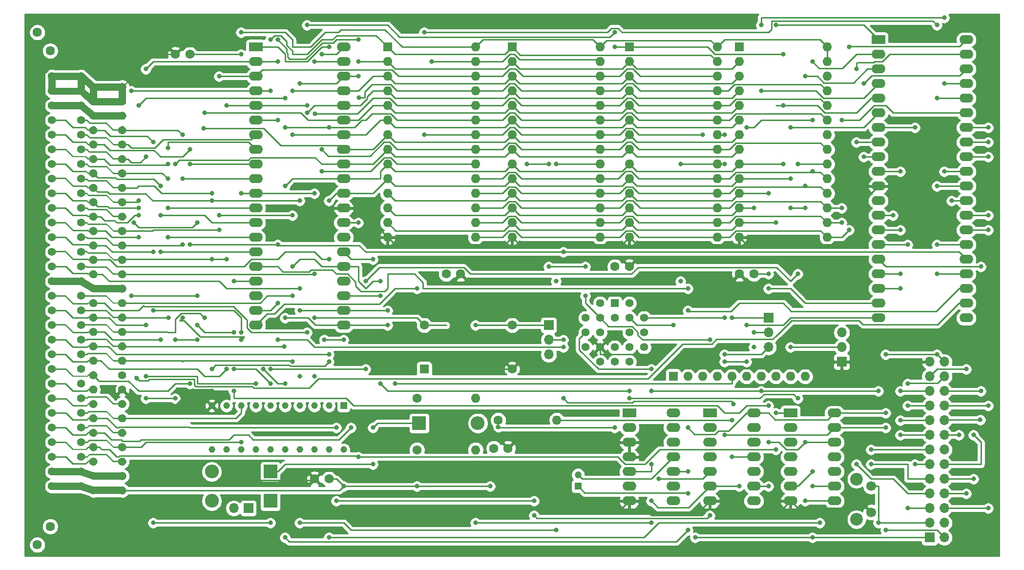
<source format=gbr>
%TF.GenerationSoftware,KiCad,Pcbnew,(5.1.10)-1*%
%TF.CreationDate,2022-01-29T09:49:05+01:00*%
%TF.ProjectId,cpu01,63707530-312e-46b6-9963-61645f706362,rev?*%
%TF.SameCoordinates,Original*%
%TF.FileFunction,Copper,L2,Bot*%
%TF.FilePolarity,Positive*%
%FSLAX46Y46*%
G04 Gerber Fmt 4.6, Leading zero omitted, Abs format (unit mm)*
G04 Created by KiCad (PCBNEW (5.1.10)-1) date 2022-01-29 09:49:05*
%MOMM*%
%LPD*%
G01*
G04 APERTURE LIST*
%TA.AperFunction,ComponentPad*%
%ADD10C,1.700000*%
%TD*%
%TA.AperFunction,ComponentPad*%
%ADD11C,2.200000*%
%TD*%
%TA.AperFunction,ComponentPad*%
%ADD12O,1.700000X1.700000*%
%TD*%
%TA.AperFunction,ComponentPad*%
%ADD13R,1.700000X1.700000*%
%TD*%
%TA.AperFunction,ComponentPad*%
%ADD14C,1.422400*%
%TD*%
%TA.AperFunction,ComponentPad*%
%ADD15R,1.422400X1.422400*%
%TD*%
%TA.AperFunction,ComponentPad*%
%ADD16O,2.400000X1.600000*%
%TD*%
%TA.AperFunction,ComponentPad*%
%ADD17R,2.400000X1.600000*%
%TD*%
%TA.AperFunction,ComponentPad*%
%ADD18C,1.600000*%
%TD*%
%TA.AperFunction,ComponentPad*%
%ADD19R,1.600000X1.600000*%
%TD*%
%TA.AperFunction,ComponentPad*%
%ADD20O,1.600000X1.600000*%
%TD*%
%TA.AperFunction,ComponentPad*%
%ADD21O,2.400000X2.400000*%
%TD*%
%TA.AperFunction,ComponentPad*%
%ADD22R,2.400000X2.400000*%
%TD*%
%TA.AperFunction,ComponentPad*%
%ADD23C,1.200000*%
%TD*%
%TA.AperFunction,ComponentPad*%
%ADD24R,1.200000X1.200000*%
%TD*%
%TA.AperFunction,ComponentPad*%
%ADD25C,1.159000*%
%TD*%
%TA.AperFunction,ComponentPad*%
%ADD26R,1.159000X1.159000*%
%TD*%
%TA.AperFunction,ComponentPad*%
%ADD27C,1.610000*%
%TD*%
%TA.AperFunction,ComponentPad*%
%ADD28C,1.400000*%
%TD*%
%TA.AperFunction,SMDPad,CuDef*%
%ADD29C,0.100000*%
%TD*%
%TA.AperFunction,ViaPad*%
%ADD30C,0.800000*%
%TD*%
%TA.AperFunction,Conductor*%
%ADD31C,0.250000*%
%TD*%
%TA.AperFunction,Conductor*%
%ADD32C,0.254000*%
%TD*%
%TA.AperFunction,Conductor*%
%ADD33C,0.100000*%
%TD*%
G04 APERTURE END LIST*
D10*
%TO.P,SW1,1*%
%TO.N,Net-(C7-Pad1)*%
X185420000Y-127000000D03*
%TO.P,SW1,2*%
%TO.N,GND*%
X185420000Y-131500000D03*
D11*
%TO.P,SW1,*%
%TO.N,*%
X182920000Y-125750000D03*
X182920000Y-132750000D03*
%TD*%
D12*
%TO.P,J5,2*%
%TO.N,Net-(IC1-Pad12)*%
X74930000Y-130810000D03*
D13*
%TO.P,J5,1*%
%TO.N,Net-(IC1-Pad14)*%
X77470000Y-130810000D03*
%TD*%
D14*
%TO.P,U10,18*%
%TO.N,Net-(J3-Pad3)*%
X146050000Y-97790000D03*
%TO.P,U10,16*%
%TO.N,N/C*%
X146050000Y-100330000D03*
%TO.P,U10,19*%
X143510000Y-95250000D03*
%TO.P,U10,17*%
X143510000Y-100330000D03*
%TO.P,U10,15*%
X143510000Y-102870000D03*
%TO.P,U10,13*%
X143510000Y-105410000D03*
%TO.P,U10,11*%
X140970000Y-105410000D03*
%TO.P,U10,9*%
X138430000Y-105410000D03*
%TO.P,U10,14*%
X146050000Y-102870000D03*
%TO.P,U10,12*%
X140970000Y-102870000D03*
%TO.P,U10,10*%
%TO.N,GND*%
X138430000Y-102870000D03*
%TO.P,U10,8*%
%TO.N,N/C*%
X135890000Y-102870000D03*
%TO.P,U10,6*%
%TO.N,Net-(U10-Pad6)*%
X135890000Y-100330000D03*
%TO.P,U10,4*%
%TO.N,Net-(U10-Pad4)*%
X135890000Y-97790000D03*
%TO.P,U10,7*%
%TO.N,N/C*%
X138430000Y-100330000D03*
%TO.P,U10,5*%
%TO.N,Net-(U10-Pad5)*%
X138430000Y-97790000D03*
%TO.P,U10,3*%
%TO.N,Net-(U10-Pad3)*%
X138430000Y-95250000D03*
D15*
%TO.P,U10,1*%
%TO.N,Net-(U10-Pad1)*%
X140970000Y-95250000D03*
D14*
%TO.P,U10,20*%
%TO.N,+5P*%
X143510000Y-97790000D03*
%TO.P,U10,2*%
%TO.N,Net-(U10-Pad2)*%
X140970000Y-97790000D03*
%TD*%
D12*
%TO.P,J4,3*%
%TO.N,N/C*%
X180340000Y-100330000D03*
%TO.P,J4,2*%
%TO.N,Net-(IC1-Pad19)*%
X180340000Y-102870000D03*
D13*
%TO.P,J4,1*%
%TO.N,GND*%
X180340000Y-105410000D03*
%TD*%
D12*
%TO.P,J3,3*%
%TO.N,Net-(J3-Pad3)*%
X167640000Y-102870000D03*
%TO.P,J3,2*%
%TO.N,Net-(J3-Pad2)*%
X167640000Y-100330000D03*
D13*
%TO.P,J3,1*%
%TO.N,Net-(D3-Pad2)*%
X167640000Y-97790000D03*
%TD*%
D16*
%TO.P,U7,40*%
%TO.N,Net-(U3-Pad15)*%
X201930000Y-49530000D03*
%TO.P,U7,20*%
%TO.N,Net-(U3-Pad12)*%
X186690000Y-97790000D03*
%TO.P,U7,39*%
%TO.N,Net-(U3-Pad16)*%
X201930000Y-52070000D03*
%TO.P,U7,19*%
%TO.N,Net-(U3-Pad11)*%
X186690000Y-95250000D03*
%TO.P,U7,38*%
%TO.N,Net-(U3-Pad17)*%
X201930000Y-54610000D03*
%TO.P,U7,18*%
%TO.N,Net-(J1-Pad21)*%
X186690000Y-92710000D03*
%TO.P,U7,37*%
%TO.N,Net-(U2-Pad6)*%
X201930000Y-57150000D03*
%TO.P,U7,17*%
%TO.N,Net-(J1-Pad24)*%
X186690000Y-90170000D03*
%TO.P,U7,36*%
%TO.N,Net-(IC1-Pad8)*%
X201930000Y-59690000D03*
%TO.P,U7,16*%
%TO.N,Net-(J1-Pad22)*%
X186690000Y-87630000D03*
%TO.P,U7,35*%
%TO.N,Net-(U3-Pad22)*%
X201930000Y-62230000D03*
%TO.P,U7,15*%
%TO.N,Net-(J1-Pad19)*%
X186690000Y-85090000D03*
%TO.P,U7,34*%
%TO.N,Net-(J1-Pad6)*%
X201930000Y-64770000D03*
%TO.P,U7,14*%
%TO.N,Net-(J1-Pad17)*%
X186690000Y-82550000D03*
%TO.P,U7,33*%
%TO.N,Net-(J1-Pad8)*%
X201930000Y-67310000D03*
%TO.P,U7,13*%
%TO.N,Net-(J1-Pad15)*%
X186690000Y-80010000D03*
%TO.P,U7,32*%
%TO.N,Net-(J1-Pad10)*%
X201930000Y-69850000D03*
%TO.P,U7,12*%
%TO.N,Net-(J1-Pad13)*%
X186690000Y-77470000D03*
%TO.P,U7,31*%
%TO.N,Net-(J1-Pad12)*%
X201930000Y-72390000D03*
%TO.P,U7,11*%
%TO.N,GND*%
X186690000Y-74930000D03*
%TO.P,U7,30*%
%TO.N,Net-(J1-Pad14)*%
X201930000Y-74930000D03*
%TO.P,U7,10*%
%TO.N,Net-(J1-Pad11)*%
X186690000Y-72390000D03*
%TO.P,U7,29*%
%TO.N,Net-(J1-Pad16)*%
X201930000Y-77470000D03*
%TO.P,U7,9*%
%TO.N,Net-(J1-Pad9)*%
X186690000Y-69850000D03*
%TO.P,U7,28*%
%TO.N,Net-(J1-Pad18)*%
X201930000Y-80010000D03*
%TO.P,U7,8*%
%TO.N,Net-(J1-Pad7)*%
X186690000Y-67310000D03*
%TO.P,U7,27*%
%TO.N,Net-(J1-Pad20)*%
X201930000Y-82550000D03*
%TO.P,U7,7*%
%TO.N,Net-(J1-Pad5)*%
X186690000Y-64770000D03*
%TO.P,U7,26*%
%TO.N,+5P*%
X201930000Y-85090000D03*
%TO.P,U7,6*%
%TO.N,Net-(U3-Pad10)*%
X186690000Y-62230000D03*
%TO.P,U7,25*%
%TO.N,Net-(J2-Pad2)*%
X201930000Y-87630000D03*
%TO.P,U7,5*%
%TO.N,Net-(U3-Pad9)*%
X186690000Y-59690000D03*
%TO.P,U7,24*%
%TO.N,+5P*%
X201930000Y-90170000D03*
%TO.P,U7,4*%
%TO.N,Net-(J3-Pad2)*%
X186690000Y-57150000D03*
%TO.P,U7,23*%
%TO.N,Net-(RN1-Pad2)*%
X201930000Y-92710000D03*
%TO.P,U7,3*%
%TO.N,Net-(U3-Pad18)*%
X186690000Y-54610000D03*
%TO.P,U7,22*%
%TO.N,Net-(U7-Pad22)*%
X201930000Y-95250000D03*
%TO.P,U7,2*%
%TO.N,Net-(U3-Pad19)*%
X186690000Y-52070000D03*
%TO.P,U7,21*%
%TO.N,Net-(J1-Pad23)*%
X201930000Y-97790000D03*
D17*
%TO.P,U7,1*%
%TO.N,Net-(U3-Pad13)*%
X186690000Y-49530000D03*
%TD*%
D18*
%TO.P,X2,7*%
%TO.N,GND*%
X123190000Y-106680000D03*
%TO.P,X2,8*%
%TO.N,Net-(J2-Pad1)*%
X123190000Y-99060000D03*
%TO.P,X2,14*%
%TO.N,+5P*%
X107950000Y-99060000D03*
D19*
%TO.P,X2,1*%
%TO.N,N/C*%
X107950000Y-106680000D03*
%TD*%
D20*
%TO.P,R3,2*%
%TO.N,Net-(J2-Pad1)*%
X116840000Y-111760000D03*
D18*
%TO.P,R3,1*%
%TO.N,+5P*%
X106680000Y-111760000D03*
%TD*%
D12*
%TO.P,J2,3*%
%TO.N,N/C*%
X129540000Y-104140000D03*
%TO.P,J2,2*%
%TO.N,Net-(J2-Pad2)*%
X129540000Y-101600000D03*
D13*
%TO.P,J2,1*%
%TO.N,Net-(J2-Pad1)*%
X129540000Y-99060000D03*
%TD*%
D20*
%TO.P,R2,2*%
%TO.N,Net-(R2-Pad2)*%
X130950000Y-115510000D03*
D18*
%TO.P,R2,1*%
%TO.N,+5P*%
X120790000Y-115510000D03*
%TD*%
D20*
%TO.P,R1,2*%
%TO.N,Net-(D3-Pad2)*%
X116840000Y-120660000D03*
D18*
%TO.P,R1,1*%
%TO.N,+5P*%
X106680000Y-120660000D03*
%TD*%
D21*
%TO.P,D3,2*%
%TO.N,Net-(D3-Pad2)*%
X117240000Y-116060000D03*
D22*
%TO.P,D3,1*%
%TO.N,Net-(D1-Pad1)*%
X107080000Y-116060000D03*
%TD*%
D18*
%TO.P,C7,2*%
%TO.N,GND*%
X162600000Y-90170000D03*
%TO.P,C7,1*%
%TO.N,Net-(C7-Pad1)*%
X165100000Y-90170000D03*
%TD*%
D23*
%TO.P,C6,2*%
%TO.N,Net-(C6-Pad2)*%
X134620000Y-125000000D03*
D24*
%TO.P,C6,1*%
%TO.N,Net-(C6-Pad1)*%
X134620000Y-127000000D03*
%TD*%
D18*
%TO.P,C5,2*%
%TO.N,GND*%
X64810000Y-52070000D03*
%TO.P,C5,1*%
%TO.N,+5P*%
X67310000Y-52070000D03*
%TD*%
%TO.P,C4,2*%
%TO.N,GND*%
X88940000Y-125730000D03*
%TO.P,C4,1*%
%TO.N,+5P*%
X91440000Y-125730000D03*
%TD*%
%TO.P,C3,2*%
%TO.N,GND*%
X143510000Y-88900000D03*
%TO.P,C3,1*%
%TO.N,+5P*%
X141010000Y-88900000D03*
%TD*%
%TO.P,C2,2*%
%TO.N,GND*%
X122490000Y-120410000D03*
%TO.P,C2,1*%
%TO.N,+5P*%
X119990000Y-120410000D03*
%TD*%
%TO.P,C1,2*%
%TO.N,GND*%
X114260000Y-90170000D03*
%TO.P,C1,1*%
%TO.N,+5P*%
X111760000Y-90170000D03*
%TD*%
D21*
%TO.P,D2,2*%
%TO.N,Net-(D2-Pad2)*%
X71120000Y-129540000D03*
D22*
%TO.P,D2,1*%
%TO.N,Net-(D1-Pad1)*%
X81280000Y-129540000D03*
%TD*%
D21*
%TO.P,D1,2*%
%TO.N,Net-(D1-Pad2)*%
X71120000Y-124460000D03*
D22*
%TO.P,D1,1*%
%TO.N,Net-(D1-Pad1)*%
X81280000Y-124460000D03*
%TD*%
D16*
%TO.P,U1,14*%
%TO.N,+5P*%
X151130000Y-114300000D03*
%TO.P,U1,7*%
%TO.N,GND*%
X143510000Y-129540000D03*
%TO.P,U1,13*%
%TO.N,N/C*%
X151130000Y-116840000D03*
%TO.P,U1,6*%
X143510000Y-127000000D03*
%TO.P,U1,12*%
X151130000Y-119380000D03*
%TO.P,U1,5*%
%TO.N,Net-(C7-Pad1)*%
X143510000Y-124460000D03*
%TO.P,U1,11*%
%TO.N,Net-(C6-Pad2)*%
X151130000Y-121920000D03*
%TO.P,U1,4*%
%TO.N,GND*%
X143510000Y-121920000D03*
%TO.P,U1,10*%
%TO.N,Net-(C6-Pad1)*%
X151130000Y-124460000D03*
%TO.P,U1,3*%
%TO.N,GND*%
X143510000Y-119380000D03*
%TO.P,U1,9*%
%TO.N,N/C*%
X151130000Y-127000000D03*
%TO.P,U1,2*%
X143510000Y-116840000D03*
%TO.P,U1,8*%
X151130000Y-129540000D03*
D17*
%TO.P,U1,1*%
%TO.N,Net-(U1-Pad1)*%
X143510000Y-114300000D03*
%TD*%
D16*
%TO.P,U5,14*%
%TO.N,+5P*%
X165100000Y-114300000D03*
%TO.P,U5,7*%
%TO.N,GND*%
X157480000Y-129540000D03*
%TO.P,U5,13*%
%TO.N,Net-(U4-Pad19)*%
X165100000Y-116840000D03*
%TO.P,U5,6*%
%TO.N,Net-(D3-Pad2)*%
X157480000Y-127000000D03*
%TO.P,U5,12*%
%TO.N,Net-(U4-Pad19)*%
X165100000Y-119380000D03*
%TO.P,U5,5*%
%TO.N,Net-(U10-Pad6)*%
X157480000Y-124460000D03*
%TO.P,U5,11*%
%TO.N,Net-(R2-Pad2)*%
X165100000Y-121920000D03*
%TO.P,U5,4*%
%TO.N,Net-(U10-Pad5)*%
X157480000Y-121920000D03*
%TO.P,U5,10*%
%TO.N,Net-(IC1-Pad6)*%
X165100000Y-124460000D03*
%TO.P,U5,3*%
%TO.N,N/C*%
X157480000Y-119380000D03*
%TO.P,U5,9*%
%TO.N,Net-(IC1-Pad6)*%
X165100000Y-127000000D03*
%TO.P,U5,2*%
%TO.N,N/C*%
X157480000Y-116840000D03*
%TO.P,U5,8*%
%TO.N,Net-(R2-Pad2)*%
X165100000Y-129540000D03*
D17*
%TO.P,U5,1*%
%TO.N,N/C*%
X157480000Y-114300000D03*
%TD*%
D16*
%TO.P,U2,14*%
%TO.N,+5P*%
X179070000Y-114300000D03*
%TO.P,U2,7*%
%TO.N,GND*%
X171450000Y-129540000D03*
%TO.P,U2,13*%
%TO.N,Net-(J1-Pad2)*%
X179070000Y-116840000D03*
%TO.P,U2,6*%
%TO.N,Net-(U2-Pad6)*%
X171450000Y-127000000D03*
%TO.P,U2,12*%
%TO.N,Net-(U2-Pad12)*%
X179070000Y-119380000D03*
%TO.P,U2,5*%
%TO.N,Net-(U2-Pad3)*%
X171450000Y-124460000D03*
%TO.P,U2,11*%
%TO.N,Net-(U2-Pad10)*%
X179070000Y-121920000D03*
%TO.P,U2,4*%
%TO.N,Net-(U2-Pad3)*%
X171450000Y-121920000D03*
%TO.P,U2,10*%
%TO.N,Net-(U2-Pad10)*%
X179070000Y-124460000D03*
%TO.P,U2,3*%
%TO.N,Net-(U2-Pad3)*%
X171450000Y-119380000D03*
%TO.P,U2,9*%
%TO.N,Net-(J1-Pad1)*%
X179070000Y-127000000D03*
%TO.P,U2,2*%
%TO.N,Net-(U1-Pad1)*%
X171450000Y-116840000D03*
%TO.P,U2,8*%
%TO.N,Net-(U2-Pad12)*%
X179070000Y-129540000D03*
D17*
%TO.P,U2,1*%
%TO.N,Net-(U2-Pad1)*%
X171450000Y-114300000D03*
%TD*%
D20*
%TO.P,RN1,10*%
%TO.N,N/C*%
X173990000Y-107950000D03*
%TO.P,RN1,9*%
X171450000Y-107950000D03*
%TO.P,RN1,8*%
%TO.N,Net-(IC1-Pad19)*%
X168910000Y-107950000D03*
%TO.P,RN1,7*%
%TO.N,Net-(C7-Pad1)*%
X166370000Y-107950000D03*
%TO.P,RN1,6*%
%TO.N,Net-(RN1-Pad6)*%
X163830000Y-107950000D03*
%TO.P,RN1,5*%
%TO.N,Net-(RN1-Pad5)*%
X161290000Y-107950000D03*
%TO.P,RN1,4*%
%TO.N,Net-(J1-Pad2)*%
X158750000Y-107950000D03*
%TO.P,RN1,3*%
%TO.N,Net-(J1-Pad1)*%
X156210000Y-107950000D03*
%TO.P,RN1,2*%
%TO.N,Net-(RN1-Pad2)*%
X153670000Y-107950000D03*
D19*
%TO.P,RN1,1*%
%TO.N,+5P*%
X151130000Y-107950000D03*
%TD*%
D12*
%TO.P,J1,26*%
%TO.N,+5P*%
X198120000Y-105410000D03*
%TO.P,J1,25*%
%TO.N,GND*%
X195580000Y-105410000D03*
%TO.P,J1,24*%
%TO.N,Net-(J1-Pad24)*%
X198120000Y-107950000D03*
%TO.P,J1,23*%
%TO.N,Net-(J1-Pad23)*%
X195580000Y-107950000D03*
%TO.P,J1,22*%
%TO.N,Net-(J1-Pad22)*%
X198120000Y-110490000D03*
%TO.P,J1,21*%
%TO.N,Net-(J1-Pad21)*%
X195580000Y-110490000D03*
%TO.P,J1,20*%
%TO.N,Net-(J1-Pad20)*%
X198120000Y-113030000D03*
%TO.P,J1,19*%
%TO.N,Net-(J1-Pad19)*%
X195580000Y-113030000D03*
%TO.P,J1,18*%
%TO.N,Net-(J1-Pad18)*%
X198120000Y-115570000D03*
%TO.P,J1,17*%
%TO.N,Net-(J1-Pad17)*%
X195580000Y-115570000D03*
%TO.P,J1,16*%
%TO.N,Net-(J1-Pad16)*%
X198120000Y-118110000D03*
%TO.P,J1,15*%
%TO.N,Net-(J1-Pad15)*%
X195580000Y-118110000D03*
%TO.P,J1,14*%
%TO.N,Net-(J1-Pad14)*%
X198120000Y-120650000D03*
%TO.P,J1,13*%
%TO.N,Net-(J1-Pad13)*%
X195580000Y-120650000D03*
%TO.P,J1,12*%
%TO.N,Net-(J1-Pad12)*%
X198120000Y-123190000D03*
%TO.P,J1,11*%
%TO.N,Net-(J1-Pad11)*%
X195580000Y-123190000D03*
%TO.P,J1,10*%
%TO.N,Net-(J1-Pad10)*%
X198120000Y-125730000D03*
%TO.P,J1,9*%
%TO.N,Net-(J1-Pad9)*%
X195580000Y-125730000D03*
%TO.P,J1,8*%
%TO.N,Net-(J1-Pad8)*%
X198120000Y-128270000D03*
%TO.P,J1,7*%
%TO.N,Net-(J1-Pad7)*%
X195580000Y-128270000D03*
%TO.P,J1,6*%
%TO.N,Net-(J1-Pad6)*%
X198120000Y-130810000D03*
%TO.P,J1,5*%
%TO.N,Net-(J1-Pad5)*%
X195580000Y-130810000D03*
%TO.P,J1,4*%
%TO.N,N/C*%
X198120000Y-133350000D03*
%TO.P,J1,3*%
%TO.N,Net-(C7-Pad1)*%
X195580000Y-133350000D03*
%TO.P,J1,2*%
%TO.N,Net-(J1-Pad2)*%
X198120000Y-135890000D03*
D13*
%TO.P,J1,1*%
%TO.N,Net-(J1-Pad1)*%
X195580000Y-135890000D03*
%TD*%
D20*
%TO.P,U9,28*%
%TO.N,+5P*%
X177800000Y-50800000D03*
%TO.P,U9,14*%
%TO.N,GND*%
X162560000Y-83820000D03*
%TO.P,U9,27*%
%TO.N,+5P*%
X177800000Y-53340000D03*
%TO.P,U9,13*%
%TO.N,Net-(U3-Pad13)*%
X162560000Y-81280000D03*
%TO.P,U9,26*%
%TO.N,N/C*%
X177800000Y-55880000D03*
%TO.P,U9,12*%
%TO.N,Net-(U3-Pad12)*%
X162560000Y-78740000D03*
%TO.P,U9,25*%
%TO.N,Net-(U3-Pad25)*%
X177800000Y-58420000D03*
%TO.P,U9,11*%
%TO.N,Net-(U3-Pad11)*%
X162560000Y-76200000D03*
%TO.P,U9,24*%
%TO.N,Net-(U3-Pad24)*%
X177800000Y-60960000D03*
%TO.P,U9,10*%
%TO.N,Net-(U3-Pad10)*%
X162560000Y-73660000D03*
%TO.P,U9,23*%
%TO.N,Net-(IC1-Pad2)*%
X177800000Y-63500000D03*
%TO.P,U9,9*%
%TO.N,Net-(U3-Pad9)*%
X162560000Y-71120000D03*
%TO.P,U9,22*%
%TO.N,Net-(IC1-Pad15)*%
X177800000Y-66040000D03*
%TO.P,U9,8*%
%TO.N,Net-(U10-Pad1)*%
X162560000Y-68580000D03*
%TO.P,U9,21*%
%TO.N,Net-(IC1-Pad1)*%
X177800000Y-68580000D03*
%TO.P,U9,7*%
%TO.N,Net-(U10-Pad2)*%
X162560000Y-66040000D03*
%TO.P,U9,20*%
%TO.N,Net-(IC1-Pad15)*%
X177800000Y-71120000D03*
%TO.P,U9,6*%
%TO.N,Net-(U10-Pad3)*%
X162560000Y-63500000D03*
%TO.P,U9,19*%
%TO.N,Net-(U3-Pad19)*%
X177800000Y-73660000D03*
%TO.P,U9,5*%
%TO.N,Net-(U10-Pad4)*%
X162560000Y-60960000D03*
%TO.P,U9,18*%
%TO.N,Net-(U3-Pad18)*%
X177800000Y-76200000D03*
%TO.P,U9,4*%
%TO.N,Net-(U10-Pad5)*%
X162560000Y-58420000D03*
%TO.P,U9,17*%
%TO.N,Net-(U3-Pad17)*%
X177800000Y-78740000D03*
%TO.P,U9,3*%
%TO.N,Net-(U10-Pad6)*%
X162560000Y-55880000D03*
%TO.P,U9,16*%
%TO.N,Net-(U3-Pad16)*%
X177800000Y-81280000D03*
%TO.P,U9,2*%
%TO.N,Net-(IC1-Pad3)*%
X162560000Y-53340000D03*
%TO.P,U9,15*%
%TO.N,Net-(U3-Pad15)*%
X177800000Y-83820000D03*
D19*
%TO.P,U9,1*%
%TO.N,N/C*%
X162560000Y-50800000D03*
%TD*%
D20*
%TO.P,U8,28*%
%TO.N,+5P*%
X158750000Y-50800000D03*
%TO.P,U8,14*%
%TO.N,GND*%
X143510000Y-83820000D03*
%TO.P,U8,27*%
%TO.N,Net-(IC1-Pad5)*%
X158750000Y-53340000D03*
%TO.P,U8,13*%
%TO.N,Net-(U3-Pad13)*%
X143510000Y-81280000D03*
%TO.P,U8,26*%
%TO.N,Net-(IC1-Pad4)*%
X158750000Y-55880000D03*
%TO.P,U8,12*%
%TO.N,Net-(U3-Pad12)*%
X143510000Y-78740000D03*
%TO.P,U8,25*%
%TO.N,Net-(U3-Pad25)*%
X158750000Y-58420000D03*
%TO.P,U8,11*%
%TO.N,Net-(U3-Pad11)*%
X143510000Y-76200000D03*
%TO.P,U8,24*%
%TO.N,Net-(U3-Pad24)*%
X158750000Y-60960000D03*
%TO.P,U8,10*%
%TO.N,Net-(U3-Pad10)*%
X143510000Y-73660000D03*
%TO.P,U8,23*%
%TO.N,Net-(IC1-Pad2)*%
X158750000Y-63500000D03*
%TO.P,U8,9*%
%TO.N,Net-(U3-Pad9)*%
X143510000Y-71120000D03*
%TO.P,U8,22*%
%TO.N,Net-(IC1-Pad16)*%
X158750000Y-66040000D03*
%TO.P,U8,8*%
%TO.N,Net-(U10-Pad1)*%
X143510000Y-68580000D03*
%TO.P,U8,21*%
%TO.N,Net-(IC1-Pad1)*%
X158750000Y-68580000D03*
%TO.P,U8,7*%
%TO.N,Net-(U10-Pad2)*%
X143510000Y-66040000D03*
%TO.P,U8,20*%
%TO.N,Net-(IC1-Pad16)*%
X158750000Y-71120000D03*
%TO.P,U8,6*%
%TO.N,Net-(U10-Pad3)*%
X143510000Y-63500000D03*
%TO.P,U8,19*%
%TO.N,Net-(U3-Pad19)*%
X158750000Y-73660000D03*
%TO.P,U8,5*%
%TO.N,Net-(U10-Pad4)*%
X143510000Y-60960000D03*
%TO.P,U8,18*%
%TO.N,Net-(U3-Pad18)*%
X158750000Y-76200000D03*
%TO.P,U8,4*%
%TO.N,Net-(U10-Pad5)*%
X143510000Y-58420000D03*
%TO.P,U8,17*%
%TO.N,Net-(U3-Pad17)*%
X158750000Y-78740000D03*
%TO.P,U8,3*%
%TO.N,Net-(U10-Pad6)*%
X143510000Y-55880000D03*
%TO.P,U8,16*%
%TO.N,Net-(U3-Pad16)*%
X158750000Y-81280000D03*
%TO.P,U8,2*%
%TO.N,Net-(IC1-Pad3)*%
X143510000Y-53340000D03*
%TO.P,U8,15*%
%TO.N,Net-(U3-Pad15)*%
X158750000Y-83820000D03*
D19*
%TO.P,U8,1*%
%TO.N,Net-(IC1-Pad6)*%
X143510000Y-50800000D03*
%TD*%
D20*
%TO.P,U6,28*%
%TO.N,+5P*%
X138430000Y-50800000D03*
%TO.P,U6,14*%
%TO.N,GND*%
X123190000Y-83820000D03*
%TO.P,U6,27*%
%TO.N,Net-(U3-Pad27)*%
X138430000Y-53340000D03*
%TO.P,U6,13*%
%TO.N,Net-(U3-Pad13)*%
X123190000Y-81280000D03*
%TO.P,U6,26*%
%TO.N,Net-(IC1-Pad4)*%
X138430000Y-55880000D03*
%TO.P,U6,12*%
%TO.N,Net-(U3-Pad12)*%
X123190000Y-78740000D03*
%TO.P,U6,25*%
%TO.N,Net-(U3-Pad25)*%
X138430000Y-58420000D03*
%TO.P,U6,11*%
%TO.N,Net-(U3-Pad11)*%
X123190000Y-76200000D03*
%TO.P,U6,24*%
%TO.N,Net-(U3-Pad24)*%
X138430000Y-60960000D03*
%TO.P,U6,10*%
%TO.N,Net-(U3-Pad10)*%
X123190000Y-73660000D03*
%TO.P,U6,23*%
%TO.N,Net-(IC1-Pad2)*%
X138430000Y-63500000D03*
%TO.P,U6,9*%
%TO.N,Net-(U3-Pad9)*%
X123190000Y-71120000D03*
%TO.P,U6,22*%
%TO.N,Net-(U3-Pad22)*%
X138430000Y-66040000D03*
%TO.P,U6,8*%
%TO.N,Net-(U10-Pad1)*%
X123190000Y-68580000D03*
%TO.P,U6,21*%
%TO.N,Net-(IC1-Pad1)*%
X138430000Y-68580000D03*
%TO.P,U6,7*%
%TO.N,Net-(U10-Pad2)*%
X123190000Y-66040000D03*
%TO.P,U6,20*%
%TO.N,Net-(IC1-Pad17)*%
X138430000Y-71120000D03*
%TO.P,U6,6*%
%TO.N,Net-(U10-Pad3)*%
X123190000Y-63500000D03*
%TO.P,U6,19*%
%TO.N,Net-(U3-Pad19)*%
X138430000Y-73660000D03*
%TO.P,U6,5*%
%TO.N,Net-(U10-Pad4)*%
X123190000Y-60960000D03*
%TO.P,U6,18*%
%TO.N,Net-(U3-Pad18)*%
X138430000Y-76200000D03*
%TO.P,U6,4*%
%TO.N,Net-(U10-Pad5)*%
X123190000Y-58420000D03*
%TO.P,U6,17*%
%TO.N,Net-(U3-Pad17)*%
X138430000Y-78740000D03*
%TO.P,U6,3*%
%TO.N,Net-(U10-Pad6)*%
X123190000Y-55880000D03*
%TO.P,U6,16*%
%TO.N,Net-(U3-Pad16)*%
X138430000Y-81280000D03*
%TO.P,U6,2*%
%TO.N,Net-(IC1-Pad3)*%
X123190000Y-53340000D03*
%TO.P,U6,15*%
%TO.N,Net-(U3-Pad15)*%
X138430000Y-83820000D03*
D19*
%TO.P,U6,1*%
%TO.N,Net-(IC1-Pad5)*%
X123190000Y-50800000D03*
%TD*%
D20*
%TO.P,U3,28*%
%TO.N,+5P*%
X116840000Y-50800000D03*
%TO.P,U3,14*%
%TO.N,GND*%
X101600000Y-83820000D03*
%TO.P,U3,27*%
%TO.N,Net-(U3-Pad27)*%
X116840000Y-53340000D03*
%TO.P,U3,13*%
%TO.N,Net-(U3-Pad13)*%
X101600000Y-81280000D03*
%TO.P,U3,26*%
%TO.N,Net-(IC1-Pad4)*%
X116840000Y-55880000D03*
%TO.P,U3,12*%
%TO.N,Net-(U3-Pad12)*%
X101600000Y-78740000D03*
%TO.P,U3,25*%
%TO.N,Net-(U3-Pad25)*%
X116840000Y-58420000D03*
%TO.P,U3,11*%
%TO.N,Net-(U3-Pad11)*%
X101600000Y-76200000D03*
%TO.P,U3,24*%
%TO.N,Net-(U3-Pad24)*%
X116840000Y-60960000D03*
%TO.P,U3,10*%
%TO.N,Net-(U3-Pad10)*%
X101600000Y-73660000D03*
%TO.P,U3,23*%
%TO.N,Net-(IC1-Pad2)*%
X116840000Y-63500000D03*
%TO.P,U3,9*%
%TO.N,Net-(U3-Pad9)*%
X101600000Y-71120000D03*
%TO.P,U3,22*%
%TO.N,Net-(U3-Pad22)*%
X116840000Y-66040000D03*
%TO.P,U3,8*%
%TO.N,Net-(U10-Pad1)*%
X101600000Y-68580000D03*
%TO.P,U3,21*%
%TO.N,Net-(IC1-Pad1)*%
X116840000Y-68580000D03*
%TO.P,U3,7*%
%TO.N,Net-(U10-Pad2)*%
X101600000Y-66040000D03*
%TO.P,U3,20*%
%TO.N,Net-(IC1-Pad18)*%
X116840000Y-71120000D03*
%TO.P,U3,6*%
%TO.N,Net-(U10-Pad3)*%
X101600000Y-63500000D03*
%TO.P,U3,19*%
%TO.N,Net-(U3-Pad19)*%
X116840000Y-73660000D03*
%TO.P,U3,5*%
%TO.N,Net-(U10-Pad4)*%
X101600000Y-60960000D03*
%TO.P,U3,18*%
%TO.N,Net-(U3-Pad18)*%
X116840000Y-76200000D03*
%TO.P,U3,4*%
%TO.N,Net-(U10-Pad5)*%
X101600000Y-58420000D03*
%TO.P,U3,17*%
%TO.N,Net-(U3-Pad17)*%
X116840000Y-78740000D03*
%TO.P,U3,3*%
%TO.N,Net-(U10-Pad6)*%
X101600000Y-55880000D03*
%TO.P,U3,16*%
%TO.N,Net-(U3-Pad16)*%
X116840000Y-81280000D03*
%TO.P,U3,2*%
%TO.N,Net-(IC1-Pad3)*%
X101600000Y-53340000D03*
%TO.P,U3,15*%
%TO.N,Net-(U3-Pad15)*%
X116840000Y-83820000D03*
D19*
%TO.P,U3,1*%
%TO.N,Net-(IC1-Pad5)*%
X101600000Y-50800000D03*
%TD*%
D25*
%TO.P,IC1,20*%
%TO.N,+5P*%
X93980000Y-120650000D03*
%TO.P,IC1,19*%
%TO.N,Net-(IC1-Pad19)*%
X91440000Y-120650000D03*
%TO.P,IC1,18*%
%TO.N,Net-(IC1-Pad18)*%
X88900000Y-120650000D03*
%TO.P,IC1,17*%
%TO.N,Net-(IC1-Pad17)*%
X86360000Y-120650000D03*
%TO.P,IC1,16*%
%TO.N,Net-(IC1-Pad16)*%
X83820000Y-120650000D03*
%TO.P,IC1,15*%
%TO.N,Net-(IC1-Pad15)*%
X81280000Y-120650000D03*
%TO.P,IC1,14*%
%TO.N,Net-(IC1-Pad14)*%
X78740000Y-120650000D03*
%TO.P,IC1,13*%
%TO.N,Net-(D2-Pad2)*%
X76200000Y-120650000D03*
%TO.P,IC1,12*%
%TO.N,Net-(IC1-Pad12)*%
X73660000Y-120650000D03*
%TO.P,IC1,11*%
%TO.N,Net-(D1-Pad2)*%
X71120000Y-120650000D03*
%TO.P,IC1,10*%
%TO.N,GND*%
X71120000Y-113030000D03*
%TO.P,IC1,9*%
%TO.N,Net-(IC1-Pad9)*%
X73660000Y-113030000D03*
%TO.P,IC1,8*%
%TO.N,Net-(IC1-Pad8)*%
X76200000Y-113030000D03*
%TO.P,IC1,7*%
%TO.N,Net-(IC1-Pad7)*%
X78740000Y-113030000D03*
%TO.P,IC1,6*%
%TO.N,Net-(IC1-Pad6)*%
X81280000Y-113030000D03*
%TO.P,IC1,5*%
%TO.N,Net-(IC1-Pad5)*%
X83820000Y-113030000D03*
%TO.P,IC1,4*%
%TO.N,Net-(IC1-Pad4)*%
X86360000Y-113030000D03*
%TO.P,IC1,3*%
%TO.N,Net-(IC1-Pad3)*%
X88900000Y-113030000D03*
%TO.P,IC1,2*%
%TO.N,Net-(IC1-Pad2)*%
X91440000Y-113030000D03*
D26*
%TO.P,IC1,1*%
%TO.N,Net-(IC1-Pad1)*%
X93980000Y-113030000D03*
%TD*%
D17*
%TO.P,U4,1*%
%TO.N,Net-(IC1-Pad2)*%
X78740000Y-50800000D03*
D16*
%TO.P,U4,21*%
%TO.N,Net-(U3-Pad22)*%
X93980000Y-99060000D03*
%TO.P,U4,2*%
%TO.N,Net-(IC1-Pad3)*%
X78740000Y-53340000D03*
%TO.P,U4,22*%
%TO.N,Net-(U3-Pad27)*%
X93980000Y-96520000D03*
%TO.P,U4,3*%
%TO.N,Net-(IC1-Pad4)*%
X78740000Y-55880000D03*
%TO.P,U4,23*%
%TO.N,N/C*%
X93980000Y-93980000D03*
%TO.P,U4,4*%
%TO.N,Net-(IC1-Pad5)*%
X78740000Y-58420000D03*
%TO.P,U4,24*%
%TO.N,Net-(RN1-Pad6)*%
X93980000Y-91440000D03*
%TO.P,U4,5*%
%TO.N,Net-(IC1-Pad6)*%
X78740000Y-60960000D03*
%TO.P,U4,25*%
%TO.N,Net-(RN1-Pad5)*%
X93980000Y-88900000D03*
%TO.P,U4,6*%
%TO.N,Net-(J2-Pad2)*%
X78740000Y-63500000D03*
%TO.P,U4,26*%
%TO.N,Net-(U1-Pad1)*%
X93980000Y-86360000D03*
%TO.P,U4,7*%
%TO.N,Net-(U4-Pad7)*%
X78740000Y-66040000D03*
%TO.P,U4,27*%
%TO.N,Net-(U2-Pad1)*%
X93980000Y-83820000D03*
%TO.P,U4,8*%
%TO.N,Net-(U4-Pad8)*%
X78740000Y-68580000D03*
%TO.P,U4,28*%
%TO.N,Net-(U4-Pad28)*%
X93980000Y-81280000D03*
%TO.P,U4,9*%
%TO.N,Net-(U4-Pad9)*%
X78740000Y-71120000D03*
%TO.P,U4,29*%
%TO.N,GND*%
X93980000Y-78740000D03*
%TO.P,U4,10*%
%TO.N,Net-(U4-Pad10)*%
X78740000Y-73660000D03*
%TO.P,U4,30*%
%TO.N,Net-(U3-Pad10)*%
X93980000Y-76200000D03*
%TO.P,U4,11*%
%TO.N,+5P*%
X78740000Y-76200000D03*
%TO.P,U4,31*%
%TO.N,Net-(U3-Pad9)*%
X93980000Y-73660000D03*
%TO.P,U4,12*%
%TO.N,Net-(U4-Pad12)*%
X78740000Y-78740000D03*
%TO.P,U4,32*%
%TO.N,Net-(U10-Pad1)*%
X93980000Y-71120000D03*
%TO.P,U4,13*%
%TO.N,Net-(U4-Pad13)*%
X78740000Y-81280000D03*
%TO.P,U4,33*%
%TO.N,Net-(U10-Pad2)*%
X93980000Y-68580000D03*
%TO.P,U4,14*%
%TO.N,Net-(U4-Pad14)*%
X78740000Y-83820000D03*
%TO.P,U4,34*%
%TO.N,Net-(U10-Pad3)*%
X93980000Y-66040000D03*
%TO.P,U4,15*%
%TO.N,Net-(U4-Pad15)*%
X78740000Y-86360000D03*
%TO.P,U4,35*%
%TO.N,Net-(U10-Pad4)*%
X93980000Y-63500000D03*
%TO.P,U4,16*%
%TO.N,Net-(RN1-Pad2)*%
X78740000Y-88900000D03*
%TO.P,U4,36*%
%TO.N,Net-(U10-Pad5)*%
X93980000Y-60960000D03*
%TO.P,U4,17*%
%TO.N,Net-(U2-Pad12)*%
X78740000Y-91440000D03*
%TO.P,U4,37*%
%TO.N,Net-(U10-Pad6)*%
X93980000Y-58420000D03*
%TO.P,U4,18*%
%TO.N,Net-(U4-Pad18)*%
X78740000Y-93980000D03*
%TO.P,U4,38*%
%TO.N,Net-(U3-Pad25)*%
X93980000Y-55880000D03*
%TO.P,U4,19*%
%TO.N,Net-(U4-Pad19)*%
X78740000Y-96520000D03*
%TO.P,U4,39*%
%TO.N,Net-(U3-Pad24)*%
X93980000Y-53340000D03*
%TO.P,U4,20*%
%TO.N,Net-(IC1-Pad8)*%
X78740000Y-99060000D03*
%TO.P,U4,40*%
%TO.N,Net-(IC1-Pad1)*%
X93980000Y-50800000D03*
%TD*%
D27*
%TO.P,X1,*%
%TO.N,*%
X40868600Y-48260000D03*
X40868600Y-137160000D03*
D28*
%TO.P,X1,A01*%
%TO.N,GND*%
X43408600Y-55880000D03*
%TO.P,X1,A02*%
X43408600Y-58420000D03*
%TO.P,X1,A04*%
%TO.N,Net-(U4-Pad13)*%
X43408600Y-63500000D03*
%TO.P,X1,A05*%
%TO.N,Net-(U4-Pad9)*%
X43408600Y-66040000D03*
%TO.P,X1,A06*%
%TO.N,Net-(U4-Pad8)*%
X43408600Y-68580000D03*
%TO.P,X1,A07*%
%TO.N,Net-(U4-Pad15)*%
X43408600Y-71120000D03*
%TO.P,X1,A08*%
%TO.N,Net-(U3-Pad27)*%
X43408600Y-73660000D03*
%TO.P,X1,A09*%
%TO.N,Net-(IC1-Pad7)*%
X43408600Y-76200000D03*
%TO.P,X1,A10*%
%TO.N,Net-(U7-Pad22)*%
X43408600Y-78740000D03*
%TO.P,X1,A11*%
%TO.N,Net-(IC1-Pad5)*%
X43408600Y-81280000D03*
%TO.P,X1,A12*%
%TO.N,Net-(IC1-Pad3)*%
X43408600Y-83820000D03*
%TO.P,X1,A13*%
%TO.N,Net-(IC1-Pad1)*%
X43408600Y-86360000D03*
%TO.P,X1,A14*%
%TO.N,Net-(U3-Pad25)*%
X43408600Y-88900000D03*
%TO.P,X1,A15*%
%TO.N,Net-(X1-PadA15)*%
X43408600Y-91440000D03*
%TO.P,X1,A16*%
%TO.N,Net-(U10-Pad5)*%
X43408600Y-93980000D03*
%TO.P,X1,A17*%
%TO.N,Net-(U10-Pad3)*%
X43408600Y-96520000D03*
%TO.P,X1,A18*%
%TO.N,Net-(U10-Pad1)*%
X43408600Y-99060000D03*
%TO.P,X1,A19*%
%TO.N,Net-(U3-Pad10)*%
X43408600Y-101600000D03*
%TO.P,X1,A20*%
%TO.N,Net-(IC1-Pad9)*%
X43408600Y-104140000D03*
%TO.P,X1,A21*%
%TO.N,Net-(J2-Pad2)*%
X43408600Y-106680000D03*
%TO.P,X1,A22*%
%TO.N,Net-(X1-PadA22)*%
X43408600Y-109220000D03*
%TO.P,X1,A23*%
%TO.N,Net-(X1-PadA23)*%
X43408600Y-111760000D03*
%TO.P,X1,A24*%
%TO.N,Net-(RN1-Pad6)*%
X43408600Y-114300000D03*
%TO.P,X1,A25*%
%TO.N,Net-(U4-Pad28)*%
X43408600Y-116840000D03*
%TO.P,X1,A26*%
%TO.N,Net-(U2-Pad1)*%
X43408600Y-119380000D03*
%TO.P,X1,A27*%
%TO.N,Net-(X1-PadA27)*%
X43408600Y-121920000D03*
%TO.P,X1,A28*%
%TO.N,Net-(X1-PadA28)*%
X43408600Y-124460000D03*
%TO.P,X1,A29*%
%TO.N,+5P*%
X43408600Y-127000000D03*
%TO.P,X1,C01*%
%TO.N,GND*%
X48488600Y-55880000D03*
%TO.P,X1,C02*%
X48488600Y-58420000D03*
%TO.P,X1,C03*%
%TO.N,Net-(X1-PadC03)*%
X48488600Y-60960000D03*
%TO.P,X1,C04*%
%TO.N,Net-(U4-Pad10)*%
X48488600Y-63500000D03*
%TO.P,X1,C05*%
%TO.N,Net-(U4-Pad7)*%
X48488600Y-66040000D03*
%TO.P,X1,C06*%
%TO.N,Net-(U4-Pad12)*%
X48488600Y-68580000D03*
%TO.P,X1,C07*%
%TO.N,Net-(U4-Pad14)*%
X48488600Y-71120000D03*
%TO.P,X1,C08*%
%TO.N,Net-(U3-Pad22)*%
X48488600Y-73660000D03*
%TO.P,X1,C09*%
%TO.N,Net-(D1-Pad1)*%
X48488600Y-76200000D03*
%TO.P,X1,C10*%
%TO.N,Net-(X1-PadC10)*%
X48488600Y-78740000D03*
%TO.P,X1,C11*%
%TO.N,Net-(IC1-Pad6)*%
X48488600Y-81280000D03*
%TO.P,X1,C12*%
%TO.N,Net-(IC1-Pad4)*%
X48488600Y-83820000D03*
%TO.P,X1,C13*%
%TO.N,Net-(IC1-Pad2)*%
X48488600Y-86360000D03*
%TO.P,X1,C14*%
%TO.N,Net-(U3-Pad24)*%
X48488600Y-88900000D03*
%TO.P,X1,C15*%
%TO.N,Net-(X1-PadC15)*%
X48488600Y-91440000D03*
%TO.P,X1,C16*%
%TO.N,Net-(U10-Pad6)*%
X48488600Y-93980000D03*
%TO.P,X1,C17*%
%TO.N,Net-(U10-Pad4)*%
X48488600Y-96520000D03*
%TO.P,X1,C18*%
%TO.N,Net-(U10-Pad2)*%
X48488600Y-99060000D03*
%TO.P,X1,C19*%
%TO.N,Net-(U3-Pad9)*%
X48488600Y-101600000D03*
%TO.P,X1,C20*%
%TO.N,Net-(RN1-Pad5)*%
X48488600Y-104140000D03*
%TO.P,X1,C21*%
%TO.N,GND*%
X48488600Y-106680000D03*
%TO.P,X1,C22*%
X48488600Y-109220000D03*
%TO.P,X1,C23*%
%TO.N,Net-(X1-PadC23)*%
X48488600Y-111760000D03*
%TO.P,X1,C24*%
%TO.N,Net-(IC1-Pad8)*%
X48488600Y-114300000D03*
%TO.P,X1,C25*%
%TO.N,Net-(X1-PadC25)*%
X48488600Y-116840000D03*
%TO.P,X1,C26*%
%TO.N,Net-(U4-Pad18)*%
X48488600Y-119380000D03*
%TO.P,X1,C27*%
%TO.N,Net-(X1-PadC27)*%
X48488600Y-121920000D03*
%TO.P,X1,C28*%
%TO.N,Net-(X1-PadC28)*%
X48488600Y-124460000D03*
%TO.P,X1,C29*%
%TO.N,+5P*%
X48488600Y-127000000D03*
D27*
%TO.P,X1,*%
%TO.N,*%
X43100000Y-51460000D03*
X43100000Y-133960000D03*
D28*
%TO.P,X1,C01*%
%TO.N,GND*%
X55600000Y-57710000D03*
%TO.P,X1,C02*%
X55600000Y-60210000D03*
%TO.P,X1,C03*%
%TO.N,Net-(X1-PadC03)*%
X55600000Y-62710000D03*
%TO.P,X1,C04*%
%TO.N,Net-(U4-Pad10)*%
X55600000Y-65210000D03*
%TO.P,X1,C05*%
%TO.N,Net-(U4-Pad7)*%
X55600000Y-67710000D03*
%TO.P,X1,C06*%
%TO.N,Net-(U4-Pad12)*%
X55600000Y-70210000D03*
%TO.P,X1,C07*%
%TO.N,Net-(U4-Pad14)*%
X55600000Y-72710000D03*
%TO.P,X1,C08*%
%TO.N,Net-(U3-Pad22)*%
X55600000Y-75210000D03*
%TO.P,X1,C09*%
%TO.N,Net-(D1-Pad1)*%
X55600000Y-77710000D03*
%TO.P,X1,C10*%
%TO.N,Net-(X1-PadC10)*%
X55600000Y-80210000D03*
%TO.P,X1,C11*%
%TO.N,Net-(IC1-Pad6)*%
X55600000Y-82710000D03*
%TO.P,X1,C12*%
%TO.N,Net-(IC1-Pad4)*%
X55600000Y-85210000D03*
%TO.P,X1,C13*%
%TO.N,Net-(IC1-Pad2)*%
X55600000Y-87710000D03*
%TO.P,X1,C14*%
%TO.N,Net-(U3-Pad24)*%
X55600000Y-90210000D03*
%TO.P,X1,C15*%
%TO.N,Net-(X1-PadC15)*%
X55600000Y-92710000D03*
%TO.P,X1,C16*%
%TO.N,Net-(U10-Pad6)*%
X55600000Y-95210000D03*
%TO.P,X1,C17*%
%TO.N,Net-(U10-Pad4)*%
X55600000Y-97710000D03*
%TO.P,X1,C18*%
%TO.N,Net-(U10-Pad2)*%
X55600000Y-100210000D03*
%TO.P,X1,C19*%
%TO.N,Net-(U3-Pad9)*%
X55600000Y-102710000D03*
%TO.P,X1,C20*%
%TO.N,Net-(RN1-Pad5)*%
X55600000Y-105210000D03*
%TO.P,X1,C21*%
%TO.N,GND*%
X55600000Y-107710000D03*
%TO.P,X1,C22*%
X55600000Y-110210000D03*
%TO.P,X1,C23*%
%TO.N,Net-(X1-PadC23)*%
X55600000Y-112710000D03*
%TO.P,X1,C24*%
%TO.N,Net-(IC1-Pad8)*%
X55600000Y-115210000D03*
%TO.P,X1,C25*%
%TO.N,Net-(X1-PadC25)*%
X55600000Y-117710000D03*
%TO.P,X1,C26*%
%TO.N,Net-(U4-Pad18)*%
X55600000Y-120210000D03*
%TO.P,X1,C27*%
%TO.N,Net-(X1-PadC27)*%
X55600000Y-122710000D03*
%TO.P,X1,C28*%
%TO.N,Net-(X1-PadC28)*%
X55600000Y-125210000D03*
%TO.P,X1,C29*%
%TO.N,+5P*%
X55600000Y-127710000D03*
%TO.P,X1,A01*%
%TO.N,GND*%
X50600000Y-57710000D03*
%TO.P,X1,A02*%
X50600000Y-60210000D03*
%TO.P,X1,A03*%
%TO.N,Net-(X1-PadA03)*%
X50600000Y-62710000D03*
%TO.P,X1,A04*%
%TO.N,Net-(U4-Pad13)*%
X50600000Y-65210000D03*
%TO.P,X1,A05*%
%TO.N,Net-(U4-Pad9)*%
X50600000Y-67710000D03*
%TO.P,X1,A06*%
%TO.N,Net-(U4-Pad8)*%
X50600000Y-70210000D03*
%TO.P,X1,A07*%
%TO.N,Net-(U4-Pad15)*%
X50600000Y-72710000D03*
%TO.P,X1,A08*%
%TO.N,Net-(U3-Pad27)*%
X50600000Y-75210000D03*
%TO.P,X1,A09*%
%TO.N,Net-(IC1-Pad7)*%
X50600000Y-77710000D03*
%TO.P,X1,A10*%
%TO.N,Net-(U7-Pad22)*%
X50600000Y-80210000D03*
%TO.P,X1,A11*%
%TO.N,Net-(IC1-Pad5)*%
X50600000Y-82710000D03*
%TO.P,X1,A12*%
%TO.N,Net-(IC1-Pad3)*%
X50600000Y-85210000D03*
%TO.P,X1,A13*%
%TO.N,Net-(IC1-Pad1)*%
X50600000Y-87710000D03*
%TO.P,X1,A14*%
%TO.N,Net-(U3-Pad25)*%
X50600000Y-90210000D03*
%TO.P,X1,A15*%
%TO.N,Net-(X1-PadA15)*%
X50600000Y-92710000D03*
%TO.P,X1,A16*%
%TO.N,Net-(U10-Pad5)*%
X50600000Y-95210000D03*
%TO.P,X1,A17*%
%TO.N,Net-(U10-Pad3)*%
X50600000Y-97710000D03*
%TO.P,X1,A18*%
%TO.N,Net-(U10-Pad1)*%
X50600000Y-100210000D03*
%TO.P,X1,A19*%
%TO.N,Net-(U3-Pad10)*%
X50600000Y-102710000D03*
%TO.P,X1,A20*%
%TO.N,Net-(IC1-Pad9)*%
X50600000Y-105210000D03*
%TO.P,X1,A21*%
%TO.N,Net-(J2-Pad2)*%
X50600000Y-107710000D03*
%TO.P,X1,A22*%
%TO.N,Net-(X1-PadA22)*%
X50600000Y-110210000D03*
%TO.P,X1,A23*%
%TO.N,Net-(X1-PadA23)*%
X50600000Y-112710000D03*
%TO.P,X1,A24*%
%TO.N,Net-(RN1-Pad6)*%
X50600000Y-115210000D03*
%TO.P,X1,A25*%
%TO.N,Net-(U4-Pad28)*%
X50600000Y-117710000D03*
%TO.P,X1,A26*%
%TO.N,Net-(U2-Pad1)*%
X50600000Y-120210000D03*
%TO.P,X1,A27*%
%TO.N,Net-(X1-PadA27)*%
X50600000Y-122710000D03*
%TO.P,X1,A28*%
%TO.N,Net-(X1-PadA28)*%
X50600000Y-125210000D03*
%TO.P,X1,A29*%
%TO.N,+5P*%
X50600000Y-127710000D03*
%TO.P,X1,A03*%
%TO.N,Net-(X1-PadA03)*%
X43408600Y-60960000D03*
%TA.AperFunction,SMDPad,CuDef*%
D29*
%TO.P,X1,C01*%
%TO.N,GND*%
G36*
X56292424Y-57812711D02*
G01*
X56279022Y-57880086D01*
X56259081Y-57945823D01*
X56232793Y-58009289D01*
X56225000Y-58023868D01*
X56225000Y-60260000D01*
X56224972Y-60264046D01*
X56224985Y-60264363D01*
X56224967Y-60264680D01*
X56224939Y-60268726D01*
X56223159Y-60297019D01*
X56221576Y-60325330D01*
X56221242Y-60327486D01*
X56221105Y-60329668D01*
X56216578Y-60357620D01*
X56212235Y-60385674D01*
X56211690Y-60387797D01*
X56211342Y-60389945D01*
X56204119Y-60417284D01*
X56197049Y-60444818D01*
X56196301Y-60446874D01*
X56195744Y-60448981D01*
X56185846Y-60475596D01*
X56176164Y-60502197D01*
X56175225Y-60504157D01*
X56174460Y-60506214D01*
X56161978Y-60531805D01*
X56149780Y-60557265D01*
X56148652Y-60559127D01*
X56147692Y-60561096D01*
X56132810Y-60585286D01*
X56118148Y-60609496D01*
X56116840Y-60611244D01*
X56115696Y-60613104D01*
X56098565Y-60635673D01*
X56081571Y-60658390D01*
X56080097Y-60660004D01*
X56078778Y-60661742D01*
X56059517Y-60682542D01*
X56040396Y-60703482D01*
X56038774Y-60704942D01*
X56037290Y-60706545D01*
X56016084Y-60725372D01*
X55995018Y-60744340D01*
X55993260Y-60745636D01*
X55991627Y-60747086D01*
X55968701Y-60763743D01*
X55945870Y-60780576D01*
X55943993Y-60781695D01*
X55942227Y-60782978D01*
X55917783Y-60797319D01*
X55893420Y-60811842D01*
X55891443Y-60812772D01*
X55889560Y-60813877D01*
X55863813Y-60825774D01*
X55838169Y-60837841D01*
X55836114Y-60838573D01*
X55834129Y-60839490D01*
X55807382Y-60848804D01*
X55780645Y-60858325D01*
X55778519Y-60858855D01*
X55776463Y-60859571D01*
X55748921Y-60866234D01*
X55721396Y-60873097D01*
X55719240Y-60873415D01*
X55717113Y-60873930D01*
X55688977Y-60877884D01*
X55660989Y-60882017D01*
X55658812Y-60882123D01*
X55656645Y-60882428D01*
X55628275Y-60883617D01*
X55600000Y-60885000D01*
X50600000Y-60885000D01*
X50595954Y-60884972D01*
X50595637Y-60884985D01*
X50595320Y-60884967D01*
X50591274Y-60884939D01*
X50587986Y-60884732D01*
X50584715Y-60884812D01*
X50559730Y-60882977D01*
X50534670Y-60881576D01*
X50532514Y-60881242D01*
X50530332Y-60881105D01*
X50527095Y-60880581D01*
X50523817Y-60880340D01*
X50499102Y-60876070D01*
X50474326Y-60872235D01*
X50472203Y-60871690D01*
X50470055Y-60871342D01*
X50466884Y-60870504D01*
X50463647Y-60869945D01*
X50439488Y-60863290D01*
X50415182Y-60857049D01*
X50413126Y-60856301D01*
X50411019Y-60855744D01*
X50407944Y-60854600D01*
X50404777Y-60853728D01*
X50381355Y-60844736D01*
X50357803Y-60836164D01*
X50355843Y-60835225D01*
X50353786Y-60834460D01*
X50350831Y-60833019D01*
X50347771Y-60831844D01*
X50325331Y-60820606D01*
X50302735Y-60809780D01*
X50300873Y-60808652D01*
X50298904Y-60807692D01*
X50296103Y-60805969D01*
X50293172Y-60804501D01*
X50271959Y-60791142D01*
X50250504Y-60778148D01*
X50248756Y-60776840D01*
X50246896Y-60775696D01*
X50244276Y-60773708D01*
X50241503Y-60771961D01*
X50221710Y-60756608D01*
X50201610Y-60741571D01*
X50199996Y-60740097D01*
X50198258Y-60738778D01*
X50195848Y-60736547D01*
X50193255Y-60734535D01*
X48268798Y-59085000D01*
X43400000Y-59085000D01*
X43395954Y-59084972D01*
X43395637Y-59084985D01*
X43395320Y-59084967D01*
X43391274Y-59084939D01*
X43362981Y-59083159D01*
X43334670Y-59081576D01*
X43332514Y-59081242D01*
X43330332Y-59081105D01*
X43302380Y-59076578D01*
X43274326Y-59072235D01*
X43272203Y-59071690D01*
X43270055Y-59071342D01*
X43242716Y-59064119D01*
X43215182Y-59057049D01*
X43213126Y-59056301D01*
X43211019Y-59055744D01*
X43184404Y-59045846D01*
X43157803Y-59036164D01*
X43155843Y-59035225D01*
X43153786Y-59034460D01*
X43128195Y-59021978D01*
X43102735Y-59009780D01*
X43100873Y-59008652D01*
X43098904Y-59007692D01*
X43074714Y-58992810D01*
X43050504Y-58978148D01*
X43048756Y-58976840D01*
X43046896Y-58975696D01*
X43024327Y-58958565D01*
X43001610Y-58941571D01*
X42999996Y-58940097D01*
X42998258Y-58938778D01*
X42977458Y-58919517D01*
X42956518Y-58900396D01*
X42955058Y-58898774D01*
X42953455Y-58897290D01*
X42934628Y-58876084D01*
X42915660Y-58855018D01*
X42914364Y-58853260D01*
X42912914Y-58851627D01*
X42896257Y-58828701D01*
X42879424Y-58805870D01*
X42878305Y-58803993D01*
X42877022Y-58802227D01*
X42862681Y-58777783D01*
X42848158Y-58753420D01*
X42847228Y-58751443D01*
X42846123Y-58749560D01*
X42834226Y-58723813D01*
X42822159Y-58698169D01*
X42821427Y-58696114D01*
X42820510Y-58694129D01*
X42811196Y-58667382D01*
X42801675Y-58640645D01*
X42801145Y-58638519D01*
X42800429Y-58636463D01*
X42793766Y-58608921D01*
X42786903Y-58581396D01*
X42786585Y-58579240D01*
X42786070Y-58577113D01*
X42782116Y-58548977D01*
X42777983Y-58520989D01*
X42777877Y-58518812D01*
X42777572Y-58516645D01*
X42776383Y-58488275D01*
X42775000Y-58460000D01*
X42775000Y-55910000D01*
X42775028Y-55905954D01*
X42775015Y-55905637D01*
X42775033Y-55905320D01*
X42775061Y-55901274D01*
X42776841Y-55872981D01*
X42778424Y-55844670D01*
X42778758Y-55842514D01*
X42778895Y-55840332D01*
X42783422Y-55812380D01*
X42787765Y-55784326D01*
X42788310Y-55782203D01*
X42788658Y-55780055D01*
X42795881Y-55752716D01*
X42802951Y-55725182D01*
X42803699Y-55723126D01*
X42804256Y-55721019D01*
X42814154Y-55694404D01*
X42823836Y-55667803D01*
X42824775Y-55665843D01*
X42825540Y-55663786D01*
X42838022Y-55638195D01*
X42850220Y-55612735D01*
X42851348Y-55610873D01*
X42852308Y-55608904D01*
X42867190Y-55584714D01*
X42881852Y-55560504D01*
X42883160Y-55558756D01*
X42884304Y-55556896D01*
X42901435Y-55534327D01*
X42918429Y-55511610D01*
X42919903Y-55509996D01*
X42921222Y-55508258D01*
X42940483Y-55487458D01*
X42959604Y-55466518D01*
X42961226Y-55465058D01*
X42962710Y-55463455D01*
X42983916Y-55444628D01*
X43004982Y-55425660D01*
X43006740Y-55424364D01*
X43008373Y-55422914D01*
X43031299Y-55406257D01*
X43054130Y-55389424D01*
X43056007Y-55388305D01*
X43057773Y-55387022D01*
X43082217Y-55372681D01*
X43106580Y-55358158D01*
X43108557Y-55357228D01*
X43110440Y-55356123D01*
X43136187Y-55344226D01*
X43161831Y-55332159D01*
X43163886Y-55331427D01*
X43165871Y-55330510D01*
X43192618Y-55321196D01*
X43219355Y-55311675D01*
X43221481Y-55311145D01*
X43223537Y-55310429D01*
X43251079Y-55303766D01*
X43278604Y-55296903D01*
X43280760Y-55296585D01*
X43282887Y-55296070D01*
X43311023Y-55292116D01*
X43339011Y-55287983D01*
X43341188Y-55287877D01*
X43343355Y-55287572D01*
X43371725Y-55286383D01*
X43400000Y-55285000D01*
X47875000Y-55285000D01*
X47875000Y-56535000D01*
X44025000Y-56535000D01*
X44025000Y-57835000D01*
X47875000Y-57835000D01*
X47875000Y-56535000D01*
X47875000Y-55285000D01*
X48550000Y-55285000D01*
X48558726Y-55285061D01*
X48619668Y-55288895D01*
X48679945Y-55298658D01*
X48738981Y-55314256D01*
X48796214Y-55335540D01*
X48851096Y-55362308D01*
X48903104Y-55394304D01*
X48951742Y-55431222D01*
X48996545Y-55472710D01*
X49037086Y-55518373D01*
X49072978Y-55567773D01*
X49090050Y-55596871D01*
X49125000Y-55627660D01*
X49125000Y-57293529D01*
X49125000Y-58172541D01*
X49975000Y-58901112D01*
X49975000Y-58042339D01*
X49125000Y-57293529D01*
X49125000Y-55627660D01*
X50836034Y-57135000D01*
X54975000Y-57135000D01*
X54975000Y-58385000D01*
X51225000Y-58385000D01*
X51225000Y-59635000D01*
X54975000Y-59635000D01*
X54975000Y-58385000D01*
X54975000Y-57135000D01*
X55202099Y-57135000D01*
X55240128Y-57109590D01*
X55300711Y-57077207D01*
X55364177Y-57050919D01*
X55429914Y-57030978D01*
X55497289Y-57017576D01*
X55565653Y-57010843D01*
X55634347Y-57010843D01*
X55702711Y-57017576D01*
X55770086Y-57030978D01*
X55835823Y-57050919D01*
X55899289Y-57077207D01*
X55959872Y-57109590D01*
X56016990Y-57147755D01*
X56070091Y-57191334D01*
X56118666Y-57239909D01*
X56162245Y-57293010D01*
X56200410Y-57350128D01*
X56232793Y-57410711D01*
X56259081Y-57474177D01*
X56279022Y-57539914D01*
X56292424Y-57607289D01*
X56299157Y-57675653D01*
X56299157Y-57744347D01*
X56292424Y-57812711D01*
G37*
%TD.AperFunction*%
%TA.AperFunction,SMDPad,CuDef*%
%TO.P,X1,C03*%
%TO.N,Net-(X1-PadC03)*%
G36*
X56292424Y-62812711D02*
G01*
X56279022Y-62880086D01*
X56259081Y-62945823D01*
X56232793Y-63009289D01*
X56200410Y-63069872D01*
X56162245Y-63126990D01*
X56118666Y-63180091D01*
X56070091Y-63228666D01*
X56016990Y-63272245D01*
X55959872Y-63310410D01*
X55899289Y-63342793D01*
X55835823Y-63369081D01*
X55770086Y-63389022D01*
X55702711Y-63402424D01*
X55634347Y-63409157D01*
X55565653Y-63409157D01*
X55497289Y-63402424D01*
X55429914Y-63389022D01*
X55364177Y-63369081D01*
X55300711Y-63342793D01*
X55286132Y-63335000D01*
X50600000Y-63335000D01*
X50593619Y-63334955D01*
X50593394Y-63334964D01*
X50593200Y-63334952D01*
X50591274Y-63334939D01*
X50561750Y-63333082D01*
X50532440Y-63331338D01*
X50531390Y-63331172D01*
X50530332Y-63331105D01*
X50501179Y-63326383D01*
X50472131Y-63321779D01*
X50471109Y-63321513D01*
X50470055Y-63321342D01*
X50441524Y-63313804D01*
X50413041Y-63306382D01*
X50412042Y-63306014D01*
X50411019Y-63305744D01*
X50383415Y-63295479D01*
X50355737Y-63285292D01*
X50354784Y-63284831D01*
X50353786Y-63284460D01*
X50327205Y-63271495D01*
X50300764Y-63258710D01*
X50299862Y-63258159D01*
X50298904Y-63257692D01*
X50273794Y-63242244D01*
X50248647Y-63226891D01*
X50247797Y-63226250D01*
X50246896Y-63225696D01*
X50223490Y-63207930D01*
X50199884Y-63190138D01*
X48273719Y-61585000D01*
X43400000Y-61585000D01*
X43391274Y-61584939D01*
X43330332Y-61581105D01*
X43270055Y-61571342D01*
X43211019Y-61555744D01*
X43153786Y-61534460D01*
X43098904Y-61507692D01*
X43046896Y-61475696D01*
X42998258Y-61438778D01*
X42953455Y-61397290D01*
X42912914Y-61351627D01*
X42877022Y-61302227D01*
X42846123Y-61249560D01*
X42820510Y-61194129D01*
X42800429Y-61136463D01*
X42786070Y-61077113D01*
X42777572Y-61016645D01*
X42775015Y-60955637D01*
X42778424Y-60894670D01*
X42787765Y-60834326D01*
X42802951Y-60775182D01*
X42823836Y-60717803D01*
X42850220Y-60662735D01*
X42881852Y-60610504D01*
X42918429Y-60561610D01*
X42959604Y-60516518D01*
X43004982Y-60475660D01*
X43054130Y-60439424D01*
X43106580Y-60408158D01*
X43161831Y-60382159D01*
X43219355Y-60361675D01*
X43278604Y-60346903D01*
X43339011Y-60337983D01*
X43400000Y-60335000D01*
X48500000Y-60335000D01*
X48506359Y-60335044D01*
X48506606Y-60335035D01*
X48506819Y-60335048D01*
X48508726Y-60335061D01*
X48538109Y-60336910D01*
X48567560Y-60338662D01*
X48568610Y-60338828D01*
X48569668Y-60338895D01*
X48598673Y-60343593D01*
X48627869Y-60348220D01*
X48628901Y-60348489D01*
X48629945Y-60348658D01*
X48658380Y-60356171D01*
X48686958Y-60363618D01*
X48687955Y-60363985D01*
X48688981Y-60364256D01*
X48716631Y-60374539D01*
X48744263Y-60384708D01*
X48745216Y-60385169D01*
X48746214Y-60385540D01*
X48772795Y-60398505D01*
X48799236Y-60411290D01*
X48800138Y-60411841D01*
X48801096Y-60412308D01*
X48826206Y-60427756D01*
X48851353Y-60443109D01*
X48852203Y-60443750D01*
X48853104Y-60444304D01*
X48876583Y-60462125D01*
X48900115Y-60479862D01*
X50826282Y-62085000D01*
X55286132Y-62085000D01*
X55300711Y-62077207D01*
X55364177Y-62050919D01*
X55429914Y-62030978D01*
X55497289Y-62017576D01*
X55565653Y-62010843D01*
X55634347Y-62010843D01*
X55702711Y-62017576D01*
X55770086Y-62030978D01*
X55835823Y-62050919D01*
X55899289Y-62077207D01*
X55959872Y-62109590D01*
X56016990Y-62147755D01*
X56070091Y-62191334D01*
X56118666Y-62239909D01*
X56162245Y-62293010D01*
X56200410Y-62350128D01*
X56232793Y-62410711D01*
X56259081Y-62474177D01*
X56279022Y-62539914D01*
X56292424Y-62607289D01*
X56299157Y-62675653D01*
X56299157Y-62744347D01*
X56292424Y-62812711D01*
G37*
%TD.AperFunction*%
%TA.AperFunction,SMDPad,CuDef*%
%TO.P,X1,A04*%
%TO.N,Net-(U4-Pad13)*%
G36*
X51292424Y-65312711D02*
G01*
X51279022Y-65380086D01*
X51259081Y-65445823D01*
X51232793Y-65509289D01*
X51200410Y-65569872D01*
X51162245Y-65626990D01*
X51118666Y-65680091D01*
X51070091Y-65728666D01*
X51016990Y-65772245D01*
X50959872Y-65810410D01*
X50899289Y-65842793D01*
X50835823Y-65869081D01*
X50770086Y-65889022D01*
X50702711Y-65902424D01*
X50634347Y-65909157D01*
X50565653Y-65909157D01*
X50497289Y-65902424D01*
X50429914Y-65889022D01*
X50364177Y-65869081D01*
X50300711Y-65842793D01*
X50240128Y-65810410D01*
X50183010Y-65772245D01*
X50129909Y-65728666D01*
X50081334Y-65680091D01*
X50037755Y-65626990D01*
X49999590Y-65569872D01*
X49967207Y-65509289D01*
X49940919Y-65445823D01*
X49920978Y-65380086D01*
X49912010Y-65335000D01*
X49700000Y-65335000D01*
X49699601Y-65334997D01*
X49699563Y-65334999D01*
X49699519Y-65334997D01*
X49698255Y-65334988D01*
X49692789Y-65334644D01*
X49687368Y-65334360D01*
X49686722Y-65334262D01*
X49686066Y-65334221D01*
X49680699Y-65333351D01*
X49675293Y-65332534D01*
X49674653Y-65332372D01*
X49674011Y-65332268D01*
X49668749Y-65330878D01*
X49663454Y-65329538D01*
X49662841Y-65329317D01*
X49662204Y-65329149D01*
X49657061Y-65327237D01*
X49651963Y-65325401D01*
X49651375Y-65325122D01*
X49650757Y-65324892D01*
X49645861Y-65322504D01*
X49640931Y-65320163D01*
X49640365Y-65319823D01*
X49639781Y-65319538D01*
X49635123Y-65316673D01*
X49630463Y-65313872D01*
X49629944Y-65313487D01*
X49629379Y-65313139D01*
X49624977Y-65309798D01*
X49620659Y-65306591D01*
X49620180Y-65306157D01*
X49619652Y-65305756D01*
X49615634Y-65302036D01*
X49611611Y-65298388D01*
X49248224Y-64935000D01*
X47100000Y-64935000D01*
X47099602Y-64934997D01*
X47099564Y-64934999D01*
X47099520Y-64934997D01*
X47098255Y-64934988D01*
X47092837Y-64934647D01*
X47087369Y-64934361D01*
X47086713Y-64934262D01*
X47086066Y-64934221D01*
X47080734Y-64933357D01*
X47075293Y-64932534D01*
X47074653Y-64932372D01*
X47074011Y-64932268D01*
X47068749Y-64930878D01*
X47063454Y-64929538D01*
X47062840Y-64929317D01*
X47062204Y-64929149D01*
X47057091Y-64927248D01*
X47051964Y-64925402D01*
X47051370Y-64925120D01*
X47050757Y-64924892D01*
X47045879Y-64922512D01*
X47040931Y-64920163D01*
X47040365Y-64919823D01*
X47039781Y-64919538D01*
X47035162Y-64916697D01*
X47030463Y-64913873D01*
X47029936Y-64913482D01*
X47029379Y-64913139D01*
X47025038Y-64909844D01*
X47020659Y-64906592D01*
X47020174Y-64906152D01*
X47019652Y-64905756D01*
X47015660Y-64902059D01*
X47011612Y-64898389D01*
X45748224Y-63635000D01*
X43400000Y-63635000D01*
X43398255Y-63634988D01*
X43386066Y-63634221D01*
X43374011Y-63632268D01*
X43362204Y-63629149D01*
X43350757Y-63624892D01*
X43339781Y-63619538D01*
X43329379Y-63613139D01*
X43319652Y-63605756D01*
X43310691Y-63597458D01*
X43302583Y-63588325D01*
X43295404Y-63578445D01*
X43289225Y-63567912D01*
X43284102Y-63556826D01*
X43280086Y-63545293D01*
X43277214Y-63533423D01*
X43275514Y-63521329D01*
X43275003Y-63509127D01*
X43275685Y-63496934D01*
X43277553Y-63484865D01*
X43280590Y-63473036D01*
X43284767Y-63461561D01*
X43290044Y-63450547D01*
X43296370Y-63440101D01*
X43303686Y-63430322D01*
X43311921Y-63421304D01*
X43320996Y-63413132D01*
X43330826Y-63405885D01*
X43341316Y-63399632D01*
X43352366Y-63394432D01*
X43363871Y-63390335D01*
X43375721Y-63387381D01*
X43387802Y-63385597D01*
X43400000Y-63385000D01*
X45800000Y-63385000D01*
X45800398Y-63385003D01*
X45800436Y-63385001D01*
X45800480Y-63385003D01*
X45801745Y-63385012D01*
X45807213Y-63385356D01*
X45812632Y-63385640D01*
X45813278Y-63385738D01*
X45813934Y-63385779D01*
X45819301Y-63386649D01*
X45824707Y-63387466D01*
X45825347Y-63387628D01*
X45825989Y-63387732D01*
X45831251Y-63389122D01*
X45836546Y-63390462D01*
X45837159Y-63390683D01*
X45837796Y-63390851D01*
X45842939Y-63392763D01*
X45848037Y-63394599D01*
X45848625Y-63394878D01*
X45849243Y-63395108D01*
X45854139Y-63397496D01*
X45859069Y-63399837D01*
X45859635Y-63400177D01*
X45860219Y-63400462D01*
X45864838Y-63403303D01*
X45869537Y-63406127D01*
X45870063Y-63406518D01*
X45870621Y-63406861D01*
X45874996Y-63410182D01*
X45879341Y-63413409D01*
X45879819Y-63413843D01*
X45880348Y-63414244D01*
X45884392Y-63417988D01*
X45888388Y-63421612D01*
X47151777Y-64685000D01*
X49300000Y-64685000D01*
X49300398Y-64685003D01*
X49300436Y-64685001D01*
X49300480Y-64685003D01*
X49301745Y-64685012D01*
X49307213Y-64685356D01*
X49312632Y-64685640D01*
X49313278Y-64685738D01*
X49313934Y-64685779D01*
X49319301Y-64686649D01*
X49324707Y-64687466D01*
X49325347Y-64687628D01*
X49325989Y-64687732D01*
X49331251Y-64689122D01*
X49336546Y-64690462D01*
X49337159Y-64690683D01*
X49337796Y-64690851D01*
X49342939Y-64692763D01*
X49348037Y-64694599D01*
X49348625Y-64694878D01*
X49349243Y-64695108D01*
X49354139Y-64697496D01*
X49359069Y-64699837D01*
X49359635Y-64700177D01*
X49360219Y-64700462D01*
X49364838Y-64703303D01*
X49369537Y-64706127D01*
X49370063Y-64706518D01*
X49370621Y-64706861D01*
X49374996Y-64710182D01*
X49379341Y-64713409D01*
X49379819Y-64713843D01*
X49380348Y-64714244D01*
X49384392Y-64717988D01*
X49388388Y-64721612D01*
X49751777Y-65085000D01*
X49912010Y-65085000D01*
X49920978Y-65039914D01*
X49940919Y-64974177D01*
X49967207Y-64910711D01*
X49999590Y-64850128D01*
X50037755Y-64793010D01*
X50081334Y-64739909D01*
X50129909Y-64691334D01*
X50183010Y-64647755D01*
X50240128Y-64609590D01*
X50300711Y-64577207D01*
X50364177Y-64550919D01*
X50429914Y-64530978D01*
X50497289Y-64517576D01*
X50565653Y-64510843D01*
X50634347Y-64510843D01*
X50702711Y-64517576D01*
X50770086Y-64530978D01*
X50835823Y-64550919D01*
X50899289Y-64577207D01*
X50959872Y-64609590D01*
X51016990Y-64647755D01*
X51070091Y-64691334D01*
X51118666Y-64739909D01*
X51162245Y-64793010D01*
X51200410Y-64850128D01*
X51232793Y-64910711D01*
X51259081Y-64974177D01*
X51279022Y-65039914D01*
X51292424Y-65107289D01*
X51299157Y-65175653D01*
X51299157Y-65244347D01*
X51292424Y-65312711D01*
G37*
%TD.AperFunction*%
%TA.AperFunction,SMDPad,CuDef*%
%TO.P,X1,C04*%
%TO.N,Net-(U4-Pad10)*%
G36*
X56292424Y-65312711D02*
G01*
X56279022Y-65380086D01*
X56259081Y-65445823D01*
X56232793Y-65509289D01*
X56200410Y-65569872D01*
X56162245Y-65626990D01*
X56118666Y-65680091D01*
X56070091Y-65728666D01*
X56016990Y-65772245D01*
X55959872Y-65810410D01*
X55899289Y-65842793D01*
X55835823Y-65869081D01*
X55770086Y-65889022D01*
X55702711Y-65902424D01*
X55634347Y-65909157D01*
X55565653Y-65909157D01*
X55497289Y-65902424D01*
X55429914Y-65889022D01*
X55364177Y-65869081D01*
X55300711Y-65842793D01*
X55240128Y-65810410D01*
X55183010Y-65772245D01*
X55129909Y-65728666D01*
X55081334Y-65680091D01*
X55037755Y-65626990D01*
X54999590Y-65569872D01*
X54967207Y-65509289D01*
X54940919Y-65445823D01*
X54920978Y-65380086D01*
X54912010Y-65335000D01*
X54100000Y-65335000D01*
X54099602Y-65334997D01*
X54099564Y-65334999D01*
X54099520Y-65334997D01*
X54098255Y-65334988D01*
X54092787Y-65334644D01*
X54087368Y-65334360D01*
X54086722Y-65334262D01*
X54086066Y-65334221D01*
X54080699Y-65333351D01*
X54075293Y-65332534D01*
X54074653Y-65332372D01*
X54074011Y-65332268D01*
X54068749Y-65330878D01*
X54063454Y-65329538D01*
X54062841Y-65329317D01*
X54062204Y-65329149D01*
X54057061Y-65327237D01*
X54051963Y-65325401D01*
X54051375Y-65325122D01*
X54050757Y-65324892D01*
X54045861Y-65322504D01*
X54040931Y-65320163D01*
X54040365Y-65319823D01*
X54039781Y-65319538D01*
X54035123Y-65316673D01*
X54030463Y-65313872D01*
X54029944Y-65313487D01*
X54029379Y-65313139D01*
X54024977Y-65309798D01*
X54020659Y-65306591D01*
X54020180Y-65306157D01*
X54019652Y-65305756D01*
X54015634Y-65302036D01*
X54011611Y-65298388D01*
X52848224Y-64135000D01*
X50000000Y-64135000D01*
X49999602Y-64134997D01*
X49999564Y-64134999D01*
X49999520Y-64134997D01*
X49998255Y-64134988D01*
X49992787Y-64134644D01*
X49987368Y-64134360D01*
X49986722Y-64134262D01*
X49986066Y-64134221D01*
X49980699Y-64133351D01*
X49975293Y-64132534D01*
X49974653Y-64132372D01*
X49974011Y-64132268D01*
X49968749Y-64130878D01*
X49963454Y-64129538D01*
X49962841Y-64129317D01*
X49962204Y-64129149D01*
X49957045Y-64127230D01*
X49951964Y-64125401D01*
X49951379Y-64125123D01*
X49950757Y-64124892D01*
X49945844Y-64122496D01*
X49940931Y-64120163D01*
X49940365Y-64119823D01*
X49939781Y-64119538D01*
X49935162Y-64116697D01*
X49930463Y-64113873D01*
X49929936Y-64113482D01*
X49929379Y-64113139D01*
X49925038Y-64109844D01*
X49920659Y-64106592D01*
X49920174Y-64106152D01*
X49919652Y-64105756D01*
X49915660Y-64102059D01*
X49911612Y-64098389D01*
X49448224Y-63635000D01*
X48500000Y-63635000D01*
X48498255Y-63634988D01*
X48486066Y-63634221D01*
X48474011Y-63632268D01*
X48462204Y-63629149D01*
X48450757Y-63624892D01*
X48439781Y-63619538D01*
X48429379Y-63613139D01*
X48419652Y-63605756D01*
X48410691Y-63597458D01*
X48402583Y-63588325D01*
X48395404Y-63578445D01*
X48389225Y-63567912D01*
X48384102Y-63556826D01*
X48380086Y-63545293D01*
X48377214Y-63533423D01*
X48375514Y-63521329D01*
X48375003Y-63509127D01*
X48375685Y-63496934D01*
X48377553Y-63484865D01*
X48380590Y-63473036D01*
X48384767Y-63461561D01*
X48390044Y-63450547D01*
X48396370Y-63440101D01*
X48403686Y-63430322D01*
X48411921Y-63421304D01*
X48420996Y-63413132D01*
X48430826Y-63405885D01*
X48441316Y-63399632D01*
X48452366Y-63394432D01*
X48463871Y-63390335D01*
X48475721Y-63387381D01*
X48487802Y-63385597D01*
X48500000Y-63385000D01*
X49500000Y-63385000D01*
X49500398Y-63385003D01*
X49500436Y-63385001D01*
X49500480Y-63385003D01*
X49501745Y-63385012D01*
X49507213Y-63385356D01*
X49512632Y-63385640D01*
X49513278Y-63385738D01*
X49513934Y-63385779D01*
X49519301Y-63386649D01*
X49524707Y-63387466D01*
X49525347Y-63387628D01*
X49525989Y-63387732D01*
X49531251Y-63389122D01*
X49536546Y-63390462D01*
X49537159Y-63390683D01*
X49537796Y-63390851D01*
X49542939Y-63392763D01*
X49548037Y-63394599D01*
X49548625Y-63394878D01*
X49549243Y-63395108D01*
X49554139Y-63397496D01*
X49559069Y-63399837D01*
X49559635Y-63400177D01*
X49560219Y-63400462D01*
X49564838Y-63403303D01*
X49569537Y-63406127D01*
X49570063Y-63406518D01*
X49570621Y-63406861D01*
X49574996Y-63410182D01*
X49579341Y-63413409D01*
X49579819Y-63413843D01*
X49580348Y-63414244D01*
X49584392Y-63417988D01*
X49588388Y-63421612D01*
X50051777Y-63885000D01*
X52900000Y-63885000D01*
X52900398Y-63885003D01*
X52900436Y-63885001D01*
X52900480Y-63885003D01*
X52901745Y-63885012D01*
X52907213Y-63885356D01*
X52912632Y-63885640D01*
X52913278Y-63885738D01*
X52913934Y-63885779D01*
X52919301Y-63886649D01*
X52924707Y-63887466D01*
X52925347Y-63887628D01*
X52925989Y-63887732D01*
X52931251Y-63889122D01*
X52936546Y-63890462D01*
X52937159Y-63890683D01*
X52937796Y-63890851D01*
X52942939Y-63892763D01*
X52948037Y-63894599D01*
X52948625Y-63894878D01*
X52949243Y-63895108D01*
X52954139Y-63897496D01*
X52959069Y-63899837D01*
X52959635Y-63900177D01*
X52960219Y-63900462D01*
X52964838Y-63903303D01*
X52969537Y-63906127D01*
X52970063Y-63906518D01*
X52970621Y-63906861D01*
X52974996Y-63910182D01*
X52979341Y-63913409D01*
X52979819Y-63913843D01*
X52980348Y-63914244D01*
X52984392Y-63917988D01*
X52988388Y-63921612D01*
X54151777Y-65085000D01*
X54912010Y-65085000D01*
X54920978Y-65039914D01*
X54940919Y-64974177D01*
X54967207Y-64910711D01*
X54999590Y-64850128D01*
X55037755Y-64793010D01*
X55081334Y-64739909D01*
X55129909Y-64691334D01*
X55183010Y-64647755D01*
X55240128Y-64609590D01*
X55300711Y-64577207D01*
X55364177Y-64550919D01*
X55429914Y-64530978D01*
X55497289Y-64517576D01*
X55565653Y-64510843D01*
X55634347Y-64510843D01*
X55702711Y-64517576D01*
X55770086Y-64530978D01*
X55835823Y-64550919D01*
X55899289Y-64577207D01*
X55959872Y-64609590D01*
X56016990Y-64647755D01*
X56070091Y-64691334D01*
X56118666Y-64739909D01*
X56162245Y-64793010D01*
X56200410Y-64850128D01*
X56232793Y-64910711D01*
X56259081Y-64974177D01*
X56279022Y-65039914D01*
X56292424Y-65107289D01*
X56299157Y-65175653D01*
X56299157Y-65244347D01*
X56292424Y-65312711D01*
G37*
%TD.AperFunction*%
%TA.AperFunction,SMDPad,CuDef*%
%TO.P,X1,C05*%
%TO.N,Net-(U4-Pad7)*%
G36*
X56292424Y-67812711D02*
G01*
X56279022Y-67880086D01*
X56259081Y-67945823D01*
X56232793Y-68009289D01*
X56200410Y-68069872D01*
X56162245Y-68126990D01*
X56118666Y-68180091D01*
X56070091Y-68228666D01*
X56016990Y-68272245D01*
X55959872Y-68310410D01*
X55899289Y-68342793D01*
X55835823Y-68369081D01*
X55770086Y-68389022D01*
X55702711Y-68402424D01*
X55634347Y-68409157D01*
X55565653Y-68409157D01*
X55497289Y-68402424D01*
X55429914Y-68389022D01*
X55364177Y-68369081D01*
X55300711Y-68342793D01*
X55240128Y-68310410D01*
X55183010Y-68272245D01*
X55129909Y-68228666D01*
X55081334Y-68180091D01*
X55037755Y-68126990D01*
X54999590Y-68069872D01*
X54967207Y-68009289D01*
X54940919Y-67945823D01*
X54920978Y-67880086D01*
X54912010Y-67835000D01*
X54100000Y-67835000D01*
X54099602Y-67834997D01*
X54099564Y-67834999D01*
X54099520Y-67834997D01*
X54098255Y-67834988D01*
X54092787Y-67834644D01*
X54087368Y-67834360D01*
X54086722Y-67834262D01*
X54086066Y-67834221D01*
X54080699Y-67833351D01*
X54075293Y-67832534D01*
X54074653Y-67832372D01*
X54074011Y-67832268D01*
X54068749Y-67830878D01*
X54063454Y-67829538D01*
X54062841Y-67829317D01*
X54062204Y-67829149D01*
X54057061Y-67827237D01*
X54051963Y-67825401D01*
X54051375Y-67825122D01*
X54050757Y-67824892D01*
X54045861Y-67822504D01*
X54040931Y-67820163D01*
X54040365Y-67819823D01*
X54039781Y-67819538D01*
X54035123Y-67816673D01*
X54030463Y-67813872D01*
X54029944Y-67813487D01*
X54029379Y-67813139D01*
X54024977Y-67809798D01*
X54020659Y-67806591D01*
X54020180Y-67806157D01*
X54019652Y-67805756D01*
X54015634Y-67802036D01*
X54011611Y-67798388D01*
X52848224Y-66635000D01*
X50000000Y-66635000D01*
X49999602Y-66634997D01*
X49999564Y-66634999D01*
X49999520Y-66634997D01*
X49998255Y-66634988D01*
X49992787Y-66634644D01*
X49987368Y-66634360D01*
X49986722Y-66634262D01*
X49986066Y-66634221D01*
X49980699Y-66633351D01*
X49975293Y-66632534D01*
X49974653Y-66632372D01*
X49974011Y-66632268D01*
X49968749Y-66630878D01*
X49963454Y-66629538D01*
X49962841Y-66629317D01*
X49962204Y-66629149D01*
X49957045Y-66627230D01*
X49951964Y-66625401D01*
X49951379Y-66625123D01*
X49950757Y-66624892D01*
X49945844Y-66622496D01*
X49940931Y-66620163D01*
X49940365Y-66619823D01*
X49939781Y-66619538D01*
X49935162Y-66616697D01*
X49930463Y-66613873D01*
X49929936Y-66613482D01*
X49929379Y-66613139D01*
X49925038Y-66609844D01*
X49920659Y-66606592D01*
X49920174Y-66606152D01*
X49919652Y-66605756D01*
X49915660Y-66602059D01*
X49911612Y-66598389D01*
X49448224Y-66135000D01*
X48500000Y-66135000D01*
X48498255Y-66134988D01*
X48486066Y-66134221D01*
X48474011Y-66132268D01*
X48462204Y-66129149D01*
X48450757Y-66124892D01*
X48439781Y-66119538D01*
X48429379Y-66113139D01*
X48419652Y-66105756D01*
X48410691Y-66097458D01*
X48402583Y-66088325D01*
X48395404Y-66078445D01*
X48389225Y-66067912D01*
X48384102Y-66056826D01*
X48380086Y-66045293D01*
X48377214Y-66033423D01*
X48375514Y-66021329D01*
X48375003Y-66009127D01*
X48375685Y-65996934D01*
X48377553Y-65984865D01*
X48380590Y-65973036D01*
X48384767Y-65961561D01*
X48390044Y-65950547D01*
X48396370Y-65940101D01*
X48403686Y-65930322D01*
X48411921Y-65921304D01*
X48420996Y-65913132D01*
X48430826Y-65905885D01*
X48441316Y-65899632D01*
X48452366Y-65894432D01*
X48463871Y-65890335D01*
X48475721Y-65887381D01*
X48487802Y-65885597D01*
X48500000Y-65885000D01*
X49500000Y-65885000D01*
X49500398Y-65885003D01*
X49500436Y-65885001D01*
X49500480Y-65885003D01*
X49501745Y-65885012D01*
X49507213Y-65885356D01*
X49512632Y-65885640D01*
X49513278Y-65885738D01*
X49513934Y-65885779D01*
X49519301Y-65886649D01*
X49524707Y-65887466D01*
X49525347Y-65887628D01*
X49525989Y-65887732D01*
X49531251Y-65889122D01*
X49536546Y-65890462D01*
X49537159Y-65890683D01*
X49537796Y-65890851D01*
X49542939Y-65892763D01*
X49548037Y-65894599D01*
X49548625Y-65894878D01*
X49549243Y-65895108D01*
X49554139Y-65897496D01*
X49559069Y-65899837D01*
X49559635Y-65900177D01*
X49560219Y-65900462D01*
X49564838Y-65903303D01*
X49569537Y-65906127D01*
X49570063Y-65906518D01*
X49570621Y-65906861D01*
X49574996Y-65910182D01*
X49579341Y-65913409D01*
X49579819Y-65913843D01*
X49580348Y-65914244D01*
X49584392Y-65917988D01*
X49588388Y-65921612D01*
X50051777Y-66385000D01*
X52900000Y-66385000D01*
X52900398Y-66385003D01*
X52900436Y-66385001D01*
X52900480Y-66385003D01*
X52901745Y-66385012D01*
X52907213Y-66385356D01*
X52912632Y-66385640D01*
X52913278Y-66385738D01*
X52913934Y-66385779D01*
X52919301Y-66386649D01*
X52924707Y-66387466D01*
X52925347Y-66387628D01*
X52925989Y-66387732D01*
X52931251Y-66389122D01*
X52936546Y-66390462D01*
X52937159Y-66390683D01*
X52937796Y-66390851D01*
X52942939Y-66392763D01*
X52948037Y-66394599D01*
X52948625Y-66394878D01*
X52949243Y-66395108D01*
X52954139Y-66397496D01*
X52959069Y-66399837D01*
X52959635Y-66400177D01*
X52960219Y-66400462D01*
X52964838Y-66403303D01*
X52969537Y-66406127D01*
X52970063Y-66406518D01*
X52970621Y-66406861D01*
X52974996Y-66410182D01*
X52979341Y-66413409D01*
X52979819Y-66413843D01*
X52980348Y-66414244D01*
X52984392Y-66417988D01*
X52988388Y-66421612D01*
X54151777Y-67585000D01*
X54912010Y-67585000D01*
X54920978Y-67539914D01*
X54940919Y-67474177D01*
X54967207Y-67410711D01*
X54999590Y-67350128D01*
X55037755Y-67293010D01*
X55081334Y-67239909D01*
X55129909Y-67191334D01*
X55183010Y-67147755D01*
X55240128Y-67109590D01*
X55300711Y-67077207D01*
X55364177Y-67050919D01*
X55429914Y-67030978D01*
X55497289Y-67017576D01*
X55565653Y-67010843D01*
X55634347Y-67010843D01*
X55702711Y-67017576D01*
X55770086Y-67030978D01*
X55835823Y-67050919D01*
X55899289Y-67077207D01*
X55959872Y-67109590D01*
X56016990Y-67147755D01*
X56070091Y-67191334D01*
X56118666Y-67239909D01*
X56162245Y-67293010D01*
X56200410Y-67350128D01*
X56232793Y-67410711D01*
X56259081Y-67474177D01*
X56279022Y-67539914D01*
X56292424Y-67607289D01*
X56299157Y-67675653D01*
X56299157Y-67744347D01*
X56292424Y-67812711D01*
G37*
%TD.AperFunction*%
%TA.AperFunction,SMDPad,CuDef*%
%TO.P,X1,C06*%
%TO.N,Net-(U4-Pad12)*%
G36*
X56292424Y-70312711D02*
G01*
X56279022Y-70380086D01*
X56259081Y-70445823D01*
X56232793Y-70509289D01*
X56200410Y-70569872D01*
X56162245Y-70626990D01*
X56118666Y-70680091D01*
X56070091Y-70728666D01*
X56016990Y-70772245D01*
X55959872Y-70810410D01*
X55899289Y-70842793D01*
X55835823Y-70869081D01*
X55770086Y-70889022D01*
X55702711Y-70902424D01*
X55634347Y-70909157D01*
X55565653Y-70909157D01*
X55497289Y-70902424D01*
X55429914Y-70889022D01*
X55364177Y-70869081D01*
X55300711Y-70842793D01*
X55240128Y-70810410D01*
X55183010Y-70772245D01*
X55129909Y-70728666D01*
X55081334Y-70680091D01*
X55037755Y-70626990D01*
X54999590Y-70569872D01*
X54967207Y-70509289D01*
X54940919Y-70445823D01*
X54920978Y-70380086D01*
X54912010Y-70335000D01*
X54100000Y-70335000D01*
X54099602Y-70334997D01*
X54099564Y-70334999D01*
X54099520Y-70334997D01*
X54098255Y-70334988D01*
X54092787Y-70334644D01*
X54087368Y-70334360D01*
X54086722Y-70334262D01*
X54086066Y-70334221D01*
X54080699Y-70333351D01*
X54075293Y-70332534D01*
X54074653Y-70332372D01*
X54074011Y-70332268D01*
X54068749Y-70330878D01*
X54063454Y-70329538D01*
X54062841Y-70329317D01*
X54062204Y-70329149D01*
X54057061Y-70327237D01*
X54051963Y-70325401D01*
X54051375Y-70325122D01*
X54050757Y-70324892D01*
X54045861Y-70322504D01*
X54040931Y-70320163D01*
X54040365Y-70319823D01*
X54039781Y-70319538D01*
X54035123Y-70316673D01*
X54030463Y-70313872D01*
X54029944Y-70313487D01*
X54029379Y-70313139D01*
X54024977Y-70309798D01*
X54020659Y-70306591D01*
X54020180Y-70306157D01*
X54019652Y-70305756D01*
X54015634Y-70302036D01*
X54011611Y-70298388D01*
X52848224Y-69135000D01*
X49900000Y-69135000D01*
X49899601Y-69134997D01*
X49899563Y-69134999D01*
X49899519Y-69134997D01*
X49898255Y-69134988D01*
X49892789Y-69134644D01*
X49887368Y-69134360D01*
X49886722Y-69134262D01*
X49886066Y-69134221D01*
X49880699Y-69133351D01*
X49875293Y-69132534D01*
X49874653Y-69132372D01*
X49874011Y-69132268D01*
X49868749Y-69130878D01*
X49863454Y-69129538D01*
X49862841Y-69129317D01*
X49862204Y-69129149D01*
X49857061Y-69127237D01*
X49851963Y-69125401D01*
X49851375Y-69125122D01*
X49850757Y-69124892D01*
X49845861Y-69122504D01*
X49840931Y-69120163D01*
X49840365Y-69119823D01*
X49839781Y-69119538D01*
X49835123Y-69116673D01*
X49830463Y-69113872D01*
X49829944Y-69113487D01*
X49829379Y-69113139D01*
X49824977Y-69109798D01*
X49820659Y-69106591D01*
X49820180Y-69106157D01*
X49819652Y-69105756D01*
X49815634Y-69102036D01*
X49811611Y-69098388D01*
X49448224Y-68735000D01*
X48500000Y-68735000D01*
X48498255Y-68734988D01*
X48486066Y-68734221D01*
X48474011Y-68732268D01*
X48462204Y-68729149D01*
X48450757Y-68724892D01*
X48439781Y-68719538D01*
X48429379Y-68713139D01*
X48419652Y-68705756D01*
X48410691Y-68697458D01*
X48402583Y-68688325D01*
X48395404Y-68678445D01*
X48389225Y-68667912D01*
X48384102Y-68656826D01*
X48380086Y-68645293D01*
X48377214Y-68633423D01*
X48375514Y-68621329D01*
X48375003Y-68609127D01*
X48375685Y-68596934D01*
X48377553Y-68584865D01*
X48380590Y-68573036D01*
X48384767Y-68561561D01*
X48390044Y-68550547D01*
X48396370Y-68540101D01*
X48403686Y-68530322D01*
X48411921Y-68521304D01*
X48420996Y-68513132D01*
X48430826Y-68505885D01*
X48441316Y-68499632D01*
X48452366Y-68494432D01*
X48463871Y-68490335D01*
X48475721Y-68487381D01*
X48487802Y-68485597D01*
X48500000Y-68485000D01*
X49500000Y-68485000D01*
X49500398Y-68485003D01*
X49500436Y-68485001D01*
X49500480Y-68485003D01*
X49501745Y-68485012D01*
X49507213Y-68485356D01*
X49512632Y-68485640D01*
X49513278Y-68485738D01*
X49513934Y-68485779D01*
X49519301Y-68486649D01*
X49524707Y-68487466D01*
X49525347Y-68487628D01*
X49525989Y-68487732D01*
X49531251Y-68489122D01*
X49536546Y-68490462D01*
X49537159Y-68490683D01*
X49537796Y-68490851D01*
X49542939Y-68492763D01*
X49548037Y-68494599D01*
X49548625Y-68494878D01*
X49549243Y-68495108D01*
X49554139Y-68497496D01*
X49559069Y-68499837D01*
X49559635Y-68500177D01*
X49560219Y-68500462D01*
X49564838Y-68503303D01*
X49569537Y-68506127D01*
X49570063Y-68506518D01*
X49570621Y-68506861D01*
X49574996Y-68510182D01*
X49579341Y-68513409D01*
X49579819Y-68513843D01*
X49580348Y-68514244D01*
X49584392Y-68517988D01*
X49588388Y-68521612D01*
X49951777Y-68885000D01*
X52900000Y-68885000D01*
X52900398Y-68885003D01*
X52900436Y-68885001D01*
X52900480Y-68885003D01*
X52901745Y-68885012D01*
X52907213Y-68885356D01*
X52912632Y-68885640D01*
X52913278Y-68885738D01*
X52913934Y-68885779D01*
X52919301Y-68886649D01*
X52924707Y-68887466D01*
X52925347Y-68887628D01*
X52925989Y-68887732D01*
X52931251Y-68889122D01*
X52936546Y-68890462D01*
X52937159Y-68890683D01*
X52937796Y-68890851D01*
X52942939Y-68892763D01*
X52948037Y-68894599D01*
X52948625Y-68894878D01*
X52949243Y-68895108D01*
X52954139Y-68897496D01*
X52959069Y-68899837D01*
X52959635Y-68900177D01*
X52960219Y-68900462D01*
X52964838Y-68903303D01*
X52969537Y-68906127D01*
X52970063Y-68906518D01*
X52970621Y-68906861D01*
X52974996Y-68910182D01*
X52979341Y-68913409D01*
X52979819Y-68913843D01*
X52980348Y-68914244D01*
X52984392Y-68917988D01*
X52988388Y-68921612D01*
X54151777Y-70085000D01*
X54912010Y-70085000D01*
X54920978Y-70039914D01*
X54940919Y-69974177D01*
X54967207Y-69910711D01*
X54999590Y-69850128D01*
X55037755Y-69793010D01*
X55081334Y-69739909D01*
X55129909Y-69691334D01*
X55183010Y-69647755D01*
X55240128Y-69609590D01*
X55300711Y-69577207D01*
X55364177Y-69550919D01*
X55429914Y-69530978D01*
X55497289Y-69517576D01*
X55565653Y-69510843D01*
X55634347Y-69510843D01*
X55702711Y-69517576D01*
X55770086Y-69530978D01*
X55835823Y-69550919D01*
X55899289Y-69577207D01*
X55959872Y-69609590D01*
X56016990Y-69647755D01*
X56070091Y-69691334D01*
X56118666Y-69739909D01*
X56162245Y-69793010D01*
X56200410Y-69850128D01*
X56232793Y-69910711D01*
X56259081Y-69974177D01*
X56279022Y-70039914D01*
X56292424Y-70107289D01*
X56299157Y-70175653D01*
X56299157Y-70244347D01*
X56292424Y-70312711D01*
G37*
%TD.AperFunction*%
%TA.AperFunction,SMDPad,CuDef*%
%TO.P,X1,C07*%
%TO.N,Net-(U4-Pad14)*%
G36*
X56292424Y-72812711D02*
G01*
X56279022Y-72880086D01*
X56259081Y-72945823D01*
X56232793Y-73009289D01*
X56200410Y-73069872D01*
X56162245Y-73126990D01*
X56118666Y-73180091D01*
X56070091Y-73228666D01*
X56016990Y-73272245D01*
X55959872Y-73310410D01*
X55899289Y-73342793D01*
X55835823Y-73369081D01*
X55770086Y-73389022D01*
X55702711Y-73402424D01*
X55634347Y-73409157D01*
X55565653Y-73409157D01*
X55497289Y-73402424D01*
X55429914Y-73389022D01*
X55364177Y-73369081D01*
X55300711Y-73342793D01*
X55240128Y-73310410D01*
X55183010Y-73272245D01*
X55129909Y-73228666D01*
X55081334Y-73180091D01*
X55037755Y-73126990D01*
X54999590Y-73069872D01*
X54967207Y-73009289D01*
X54940919Y-72945823D01*
X54920978Y-72880086D01*
X54912010Y-72835000D01*
X54100000Y-72835000D01*
X54099602Y-72834997D01*
X54099564Y-72834999D01*
X54099520Y-72834997D01*
X54098255Y-72834988D01*
X54092787Y-72834644D01*
X54087368Y-72834360D01*
X54086722Y-72834262D01*
X54086066Y-72834221D01*
X54080699Y-72833351D01*
X54075293Y-72832534D01*
X54074653Y-72832372D01*
X54074011Y-72832268D01*
X54068749Y-72830878D01*
X54063454Y-72829538D01*
X54062841Y-72829317D01*
X54062204Y-72829149D01*
X54057061Y-72827237D01*
X54051963Y-72825401D01*
X54051375Y-72825122D01*
X54050757Y-72824892D01*
X54045861Y-72822504D01*
X54040931Y-72820163D01*
X54040365Y-72819823D01*
X54039781Y-72819538D01*
X54035123Y-72816673D01*
X54030463Y-72813872D01*
X54029944Y-72813487D01*
X54029379Y-72813139D01*
X54024977Y-72809798D01*
X54020659Y-72806591D01*
X54020180Y-72806157D01*
X54019652Y-72805756D01*
X54015634Y-72802036D01*
X54011611Y-72798388D01*
X52848224Y-71635000D01*
X49900000Y-71635000D01*
X49899601Y-71634997D01*
X49899563Y-71634999D01*
X49899519Y-71634997D01*
X49898255Y-71634988D01*
X49892789Y-71634644D01*
X49887368Y-71634360D01*
X49886722Y-71634262D01*
X49886066Y-71634221D01*
X49880699Y-71633351D01*
X49875293Y-71632534D01*
X49874653Y-71632372D01*
X49874011Y-71632268D01*
X49868749Y-71630878D01*
X49863454Y-71629538D01*
X49862841Y-71629317D01*
X49862204Y-71629149D01*
X49857061Y-71627237D01*
X49851963Y-71625401D01*
X49851375Y-71625122D01*
X49850757Y-71624892D01*
X49845861Y-71622504D01*
X49840931Y-71620163D01*
X49840365Y-71619823D01*
X49839781Y-71619538D01*
X49835123Y-71616673D01*
X49830463Y-71613872D01*
X49829944Y-71613487D01*
X49829379Y-71613139D01*
X49824977Y-71609798D01*
X49820659Y-71606591D01*
X49820180Y-71606157D01*
X49819652Y-71605756D01*
X49815634Y-71602036D01*
X49811611Y-71598388D01*
X49448224Y-71235000D01*
X48500000Y-71235000D01*
X48498255Y-71234988D01*
X48486066Y-71234221D01*
X48474011Y-71232268D01*
X48462204Y-71229149D01*
X48450757Y-71224892D01*
X48439781Y-71219538D01*
X48429379Y-71213139D01*
X48419652Y-71205756D01*
X48410691Y-71197458D01*
X48402583Y-71188325D01*
X48395404Y-71178445D01*
X48389225Y-71167912D01*
X48384102Y-71156826D01*
X48380086Y-71145293D01*
X48377214Y-71133423D01*
X48375514Y-71121329D01*
X48375003Y-71109127D01*
X48375685Y-71096934D01*
X48377553Y-71084865D01*
X48380590Y-71073036D01*
X48384767Y-71061561D01*
X48390044Y-71050547D01*
X48396370Y-71040101D01*
X48403686Y-71030322D01*
X48411921Y-71021304D01*
X48420996Y-71013132D01*
X48430826Y-71005885D01*
X48441316Y-70999632D01*
X48452366Y-70994432D01*
X48463871Y-70990335D01*
X48475721Y-70987381D01*
X48487802Y-70985597D01*
X48500000Y-70985000D01*
X49500000Y-70985000D01*
X49500398Y-70985003D01*
X49500436Y-70985001D01*
X49500480Y-70985003D01*
X49501745Y-70985012D01*
X49507213Y-70985356D01*
X49512632Y-70985640D01*
X49513278Y-70985738D01*
X49513934Y-70985779D01*
X49519301Y-70986649D01*
X49524707Y-70987466D01*
X49525347Y-70987628D01*
X49525989Y-70987732D01*
X49531251Y-70989122D01*
X49536546Y-70990462D01*
X49537159Y-70990683D01*
X49537796Y-70990851D01*
X49542939Y-70992763D01*
X49548037Y-70994599D01*
X49548625Y-70994878D01*
X49549243Y-70995108D01*
X49554139Y-70997496D01*
X49559069Y-70999837D01*
X49559635Y-71000177D01*
X49560219Y-71000462D01*
X49564838Y-71003303D01*
X49569537Y-71006127D01*
X49570063Y-71006518D01*
X49570621Y-71006861D01*
X49574996Y-71010182D01*
X49579341Y-71013409D01*
X49579819Y-71013843D01*
X49580348Y-71014244D01*
X49584392Y-71017988D01*
X49588388Y-71021612D01*
X49951777Y-71385000D01*
X52900000Y-71385000D01*
X52900398Y-71385003D01*
X52900436Y-71385001D01*
X52900480Y-71385003D01*
X52901745Y-71385012D01*
X52907213Y-71385356D01*
X52912632Y-71385640D01*
X52913278Y-71385738D01*
X52913934Y-71385779D01*
X52919301Y-71386649D01*
X52924707Y-71387466D01*
X52925347Y-71387628D01*
X52925989Y-71387732D01*
X52931251Y-71389122D01*
X52936546Y-71390462D01*
X52937159Y-71390683D01*
X52937796Y-71390851D01*
X52942939Y-71392763D01*
X52948037Y-71394599D01*
X52948625Y-71394878D01*
X52949243Y-71395108D01*
X52954139Y-71397496D01*
X52959069Y-71399837D01*
X52959635Y-71400177D01*
X52960219Y-71400462D01*
X52964838Y-71403303D01*
X52969537Y-71406127D01*
X52970063Y-71406518D01*
X52970621Y-71406861D01*
X52974996Y-71410182D01*
X52979341Y-71413409D01*
X52979819Y-71413843D01*
X52980348Y-71414244D01*
X52984392Y-71417988D01*
X52988388Y-71421612D01*
X54151777Y-72585000D01*
X54912010Y-72585000D01*
X54920978Y-72539914D01*
X54940919Y-72474177D01*
X54967207Y-72410711D01*
X54999590Y-72350128D01*
X55037755Y-72293010D01*
X55081334Y-72239909D01*
X55129909Y-72191334D01*
X55183010Y-72147755D01*
X55240128Y-72109590D01*
X55300711Y-72077207D01*
X55364177Y-72050919D01*
X55429914Y-72030978D01*
X55497289Y-72017576D01*
X55565653Y-72010843D01*
X55634347Y-72010843D01*
X55702711Y-72017576D01*
X55770086Y-72030978D01*
X55835823Y-72050919D01*
X55899289Y-72077207D01*
X55959872Y-72109590D01*
X56016990Y-72147755D01*
X56070091Y-72191334D01*
X56118666Y-72239909D01*
X56162245Y-72293010D01*
X56200410Y-72350128D01*
X56232793Y-72410711D01*
X56259081Y-72474177D01*
X56279022Y-72539914D01*
X56292424Y-72607289D01*
X56299157Y-72675653D01*
X56299157Y-72744347D01*
X56292424Y-72812711D01*
G37*
%TD.AperFunction*%
%TA.AperFunction,SMDPad,CuDef*%
%TO.P,X1,C08*%
%TO.N,Net-(U3-Pad22)*%
G36*
X56292424Y-75312711D02*
G01*
X56279022Y-75380086D01*
X56259081Y-75445823D01*
X56232793Y-75509289D01*
X56200410Y-75569872D01*
X56162245Y-75626990D01*
X56118666Y-75680091D01*
X56070091Y-75728666D01*
X56016990Y-75772245D01*
X55959872Y-75810410D01*
X55899289Y-75842793D01*
X55835823Y-75869081D01*
X55770086Y-75889022D01*
X55702711Y-75902424D01*
X55634347Y-75909157D01*
X55565653Y-75909157D01*
X55497289Y-75902424D01*
X55429914Y-75889022D01*
X55364177Y-75869081D01*
X55300711Y-75842793D01*
X55240128Y-75810410D01*
X55183010Y-75772245D01*
X55129909Y-75728666D01*
X55081334Y-75680091D01*
X55037755Y-75626990D01*
X54999590Y-75569872D01*
X54967207Y-75509289D01*
X54940919Y-75445823D01*
X54920978Y-75380086D01*
X54912010Y-75335000D01*
X54100000Y-75335000D01*
X54099602Y-75334997D01*
X54099564Y-75334999D01*
X54099520Y-75334997D01*
X54098255Y-75334988D01*
X54092787Y-75334644D01*
X54087368Y-75334360D01*
X54086722Y-75334262D01*
X54086066Y-75334221D01*
X54080699Y-75333351D01*
X54075293Y-75332534D01*
X54074653Y-75332372D01*
X54074011Y-75332268D01*
X54068749Y-75330878D01*
X54063454Y-75329538D01*
X54062841Y-75329317D01*
X54062204Y-75329149D01*
X54057061Y-75327237D01*
X54051963Y-75325401D01*
X54051375Y-75325122D01*
X54050757Y-75324892D01*
X54045861Y-75322504D01*
X54040931Y-75320163D01*
X54040365Y-75319823D01*
X54039781Y-75319538D01*
X54035123Y-75316673D01*
X54030463Y-75313872D01*
X54029944Y-75313487D01*
X54029379Y-75313139D01*
X54024977Y-75309798D01*
X54020659Y-75306591D01*
X54020180Y-75306157D01*
X54019652Y-75305756D01*
X54015634Y-75302036D01*
X54011611Y-75298388D01*
X52848224Y-74135000D01*
X49800000Y-74135000D01*
X49799602Y-74134997D01*
X49799564Y-74134999D01*
X49799520Y-74134997D01*
X49798255Y-74134988D01*
X49792787Y-74134644D01*
X49787368Y-74134360D01*
X49786722Y-74134262D01*
X49786066Y-74134221D01*
X49780699Y-74133351D01*
X49775293Y-74132534D01*
X49774653Y-74132372D01*
X49774011Y-74132268D01*
X49768749Y-74130878D01*
X49763454Y-74129538D01*
X49762841Y-74129317D01*
X49762204Y-74129149D01*
X49757061Y-74127237D01*
X49751963Y-74125401D01*
X49751375Y-74125122D01*
X49750757Y-74124892D01*
X49745861Y-74122504D01*
X49740931Y-74120163D01*
X49740365Y-74119823D01*
X49739781Y-74119538D01*
X49735162Y-74116697D01*
X49730463Y-74113873D01*
X49729937Y-74113482D01*
X49729379Y-74113139D01*
X49725004Y-74109818D01*
X49720659Y-74106591D01*
X49720181Y-74106157D01*
X49719652Y-74105756D01*
X49715608Y-74102012D01*
X49711612Y-74098388D01*
X49448224Y-73835000D01*
X48500000Y-73835000D01*
X48498255Y-73834988D01*
X48486066Y-73834221D01*
X48474011Y-73832268D01*
X48462204Y-73829149D01*
X48450757Y-73824892D01*
X48439781Y-73819538D01*
X48429379Y-73813139D01*
X48419652Y-73805756D01*
X48410691Y-73797458D01*
X48402583Y-73788325D01*
X48395404Y-73778445D01*
X48389225Y-73767912D01*
X48384102Y-73756826D01*
X48380086Y-73745293D01*
X48377214Y-73733423D01*
X48375514Y-73721329D01*
X48375003Y-73709127D01*
X48375685Y-73696934D01*
X48377553Y-73684865D01*
X48380590Y-73673036D01*
X48384767Y-73661561D01*
X48390044Y-73650547D01*
X48396370Y-73640101D01*
X48403686Y-73630322D01*
X48411921Y-73621304D01*
X48420996Y-73613132D01*
X48430826Y-73605885D01*
X48441316Y-73599632D01*
X48452366Y-73594432D01*
X48463871Y-73590335D01*
X48475721Y-73587381D01*
X48487802Y-73585597D01*
X48500000Y-73585000D01*
X49500000Y-73585000D01*
X49500398Y-73585003D01*
X49500436Y-73585001D01*
X49500480Y-73585003D01*
X49501745Y-73585012D01*
X49507213Y-73585356D01*
X49512632Y-73585640D01*
X49513278Y-73585738D01*
X49513934Y-73585779D01*
X49519301Y-73586649D01*
X49524707Y-73587466D01*
X49525347Y-73587628D01*
X49525989Y-73587732D01*
X49531251Y-73589122D01*
X49536546Y-73590462D01*
X49537159Y-73590683D01*
X49537796Y-73590851D01*
X49542939Y-73592763D01*
X49548037Y-73594599D01*
X49548625Y-73594878D01*
X49549243Y-73595108D01*
X49554139Y-73597496D01*
X49559069Y-73599837D01*
X49559635Y-73600177D01*
X49560219Y-73600462D01*
X49564838Y-73603303D01*
X49569537Y-73606127D01*
X49570063Y-73606518D01*
X49570621Y-73606861D01*
X49574996Y-73610182D01*
X49579341Y-73613409D01*
X49579819Y-73613843D01*
X49580348Y-73614244D01*
X49584392Y-73617988D01*
X49588388Y-73621612D01*
X49851776Y-73885000D01*
X52900000Y-73885000D01*
X52900398Y-73885003D01*
X52900436Y-73885001D01*
X52900480Y-73885003D01*
X52901745Y-73885012D01*
X52907213Y-73885356D01*
X52912632Y-73885640D01*
X52913278Y-73885738D01*
X52913934Y-73885779D01*
X52919301Y-73886649D01*
X52924707Y-73887466D01*
X52925347Y-73887628D01*
X52925989Y-73887732D01*
X52931251Y-73889122D01*
X52936546Y-73890462D01*
X52937159Y-73890683D01*
X52937796Y-73890851D01*
X52942939Y-73892763D01*
X52948037Y-73894599D01*
X52948625Y-73894878D01*
X52949243Y-73895108D01*
X52954139Y-73897496D01*
X52959069Y-73899837D01*
X52959635Y-73900177D01*
X52960219Y-73900462D01*
X52964838Y-73903303D01*
X52969537Y-73906127D01*
X52970063Y-73906518D01*
X52970621Y-73906861D01*
X52974996Y-73910182D01*
X52979341Y-73913409D01*
X52979819Y-73913843D01*
X52980348Y-73914244D01*
X52984392Y-73917988D01*
X52988388Y-73921612D01*
X54151777Y-75085000D01*
X54912010Y-75085000D01*
X54920978Y-75039914D01*
X54940919Y-74974177D01*
X54967207Y-74910711D01*
X54999590Y-74850128D01*
X55037755Y-74793010D01*
X55081334Y-74739909D01*
X55129909Y-74691334D01*
X55183010Y-74647755D01*
X55240128Y-74609590D01*
X55300711Y-74577207D01*
X55364177Y-74550919D01*
X55429914Y-74530978D01*
X55497289Y-74517576D01*
X55565653Y-74510843D01*
X55634347Y-74510843D01*
X55702711Y-74517576D01*
X55770086Y-74530978D01*
X55835823Y-74550919D01*
X55899289Y-74577207D01*
X55959872Y-74609590D01*
X56016990Y-74647755D01*
X56070091Y-74691334D01*
X56118666Y-74739909D01*
X56162245Y-74793010D01*
X56200410Y-74850128D01*
X56232793Y-74910711D01*
X56259081Y-74974177D01*
X56279022Y-75039914D01*
X56292424Y-75107289D01*
X56299157Y-75175653D01*
X56299157Y-75244347D01*
X56292424Y-75312711D01*
G37*
%TD.AperFunction*%
%TA.AperFunction,SMDPad,CuDef*%
%TO.P,X1,C09*%
%TO.N,Net-(D1-Pad1)*%
G36*
X56292424Y-77812711D02*
G01*
X56279022Y-77880086D01*
X56259081Y-77945823D01*
X56232793Y-78009289D01*
X56200410Y-78069872D01*
X56162245Y-78126990D01*
X56118666Y-78180091D01*
X56070091Y-78228666D01*
X56016990Y-78272245D01*
X55959872Y-78310410D01*
X55899289Y-78342793D01*
X55835823Y-78369081D01*
X55770086Y-78389022D01*
X55702711Y-78402424D01*
X55634347Y-78409157D01*
X55565653Y-78409157D01*
X55497289Y-78402424D01*
X55429914Y-78389022D01*
X55364177Y-78369081D01*
X55300711Y-78342793D01*
X55240128Y-78310410D01*
X55183010Y-78272245D01*
X55129909Y-78228666D01*
X55081334Y-78180091D01*
X55037755Y-78126990D01*
X54999590Y-78069872D01*
X54967207Y-78009289D01*
X54940919Y-77945823D01*
X54920978Y-77880086D01*
X54912010Y-77835000D01*
X54100000Y-77835000D01*
X54099602Y-77834997D01*
X54099564Y-77834999D01*
X54099520Y-77834997D01*
X54098255Y-77834988D01*
X54092787Y-77834644D01*
X54087368Y-77834360D01*
X54086722Y-77834262D01*
X54086066Y-77834221D01*
X54080699Y-77833351D01*
X54075293Y-77832534D01*
X54074653Y-77832372D01*
X54074011Y-77832268D01*
X54068749Y-77830878D01*
X54063454Y-77829538D01*
X54062841Y-77829317D01*
X54062204Y-77829149D01*
X54057061Y-77827237D01*
X54051963Y-77825401D01*
X54051375Y-77825122D01*
X54050757Y-77824892D01*
X54045861Y-77822504D01*
X54040931Y-77820163D01*
X54040365Y-77819823D01*
X54039781Y-77819538D01*
X54035123Y-77816673D01*
X54030463Y-77813872D01*
X54029944Y-77813487D01*
X54029379Y-77813139D01*
X54024977Y-77809798D01*
X54020659Y-77806591D01*
X54020180Y-77806157D01*
X54019652Y-77805756D01*
X54015634Y-77802036D01*
X54011611Y-77798388D01*
X52848224Y-76635000D01*
X49800000Y-76635000D01*
X49799602Y-76634997D01*
X49799564Y-76634999D01*
X49799520Y-76634997D01*
X49798255Y-76634988D01*
X49792787Y-76634644D01*
X49787368Y-76634360D01*
X49786722Y-76634262D01*
X49786066Y-76634221D01*
X49780699Y-76633351D01*
X49775293Y-76632534D01*
X49774653Y-76632372D01*
X49774011Y-76632268D01*
X49768749Y-76630878D01*
X49763454Y-76629538D01*
X49762841Y-76629317D01*
X49762204Y-76629149D01*
X49757061Y-76627237D01*
X49751963Y-76625401D01*
X49751375Y-76625122D01*
X49750757Y-76624892D01*
X49745861Y-76622504D01*
X49740931Y-76620163D01*
X49740365Y-76619823D01*
X49739781Y-76619538D01*
X49735162Y-76616697D01*
X49730463Y-76613873D01*
X49729937Y-76613482D01*
X49729379Y-76613139D01*
X49725004Y-76609818D01*
X49720659Y-76606591D01*
X49720181Y-76606157D01*
X49719652Y-76605756D01*
X49715608Y-76602012D01*
X49711612Y-76598388D01*
X49448224Y-76335000D01*
X48500000Y-76335000D01*
X48498255Y-76334988D01*
X48486066Y-76334221D01*
X48474011Y-76332268D01*
X48462204Y-76329149D01*
X48450757Y-76324892D01*
X48439781Y-76319538D01*
X48429379Y-76313139D01*
X48419652Y-76305756D01*
X48410691Y-76297458D01*
X48402583Y-76288325D01*
X48395404Y-76278445D01*
X48389225Y-76267912D01*
X48384102Y-76256826D01*
X48380086Y-76245293D01*
X48377214Y-76233423D01*
X48375514Y-76221329D01*
X48375003Y-76209127D01*
X48375685Y-76196934D01*
X48377553Y-76184865D01*
X48380590Y-76173036D01*
X48384767Y-76161561D01*
X48390044Y-76150547D01*
X48396370Y-76140101D01*
X48403686Y-76130322D01*
X48411921Y-76121304D01*
X48420996Y-76113132D01*
X48430826Y-76105885D01*
X48441316Y-76099632D01*
X48452366Y-76094432D01*
X48463871Y-76090335D01*
X48475721Y-76087381D01*
X48487802Y-76085597D01*
X48500000Y-76085000D01*
X49500000Y-76085000D01*
X49500398Y-76085003D01*
X49500436Y-76085001D01*
X49500480Y-76085003D01*
X49501745Y-76085012D01*
X49507213Y-76085356D01*
X49512632Y-76085640D01*
X49513278Y-76085738D01*
X49513934Y-76085779D01*
X49519301Y-76086649D01*
X49524707Y-76087466D01*
X49525347Y-76087628D01*
X49525989Y-76087732D01*
X49531251Y-76089122D01*
X49536546Y-76090462D01*
X49537159Y-76090683D01*
X49537796Y-76090851D01*
X49542939Y-76092763D01*
X49548037Y-76094599D01*
X49548625Y-76094878D01*
X49549243Y-76095108D01*
X49554139Y-76097496D01*
X49559069Y-76099837D01*
X49559635Y-76100177D01*
X49560219Y-76100462D01*
X49564838Y-76103303D01*
X49569537Y-76106127D01*
X49570063Y-76106518D01*
X49570621Y-76106861D01*
X49574996Y-76110182D01*
X49579341Y-76113409D01*
X49579819Y-76113843D01*
X49580348Y-76114244D01*
X49584392Y-76117988D01*
X49588388Y-76121612D01*
X49851776Y-76385000D01*
X52900000Y-76385000D01*
X52900398Y-76385003D01*
X52900436Y-76385001D01*
X52900480Y-76385003D01*
X52901745Y-76385012D01*
X52907213Y-76385356D01*
X52912632Y-76385640D01*
X52913278Y-76385738D01*
X52913934Y-76385779D01*
X52919301Y-76386649D01*
X52924707Y-76387466D01*
X52925347Y-76387628D01*
X52925989Y-76387732D01*
X52931251Y-76389122D01*
X52936546Y-76390462D01*
X52937159Y-76390683D01*
X52937796Y-76390851D01*
X52942939Y-76392763D01*
X52948037Y-76394599D01*
X52948625Y-76394878D01*
X52949243Y-76395108D01*
X52954139Y-76397496D01*
X52959069Y-76399837D01*
X52959635Y-76400177D01*
X52960219Y-76400462D01*
X52964838Y-76403303D01*
X52969537Y-76406127D01*
X52970063Y-76406518D01*
X52970621Y-76406861D01*
X52974996Y-76410182D01*
X52979341Y-76413409D01*
X52979819Y-76413843D01*
X52980348Y-76414244D01*
X52984392Y-76417988D01*
X52988388Y-76421612D01*
X54151777Y-77585000D01*
X54912010Y-77585000D01*
X54920978Y-77539914D01*
X54940919Y-77474177D01*
X54967207Y-77410711D01*
X54999590Y-77350128D01*
X55037755Y-77293010D01*
X55081334Y-77239909D01*
X55129909Y-77191334D01*
X55183010Y-77147755D01*
X55240128Y-77109590D01*
X55300711Y-77077207D01*
X55364177Y-77050919D01*
X55429914Y-77030978D01*
X55497289Y-77017576D01*
X55565653Y-77010843D01*
X55634347Y-77010843D01*
X55702711Y-77017576D01*
X55770086Y-77030978D01*
X55835823Y-77050919D01*
X55899289Y-77077207D01*
X55959872Y-77109590D01*
X56016990Y-77147755D01*
X56070091Y-77191334D01*
X56118666Y-77239909D01*
X56162245Y-77293010D01*
X56200410Y-77350128D01*
X56232793Y-77410711D01*
X56259081Y-77474177D01*
X56279022Y-77539914D01*
X56292424Y-77607289D01*
X56299157Y-77675653D01*
X56299157Y-77744347D01*
X56292424Y-77812711D01*
G37*
%TD.AperFunction*%
%TA.AperFunction,SMDPad,CuDef*%
%TO.P,X1,C10*%
%TO.N,Net-(X1-PadC10)*%
G36*
X56292424Y-80312711D02*
G01*
X56279022Y-80380086D01*
X56259081Y-80445823D01*
X56232793Y-80509289D01*
X56200410Y-80569872D01*
X56162245Y-80626990D01*
X56118666Y-80680091D01*
X56070091Y-80728666D01*
X56016990Y-80772245D01*
X55959872Y-80810410D01*
X55899289Y-80842793D01*
X55835823Y-80869081D01*
X55770086Y-80889022D01*
X55702711Y-80902424D01*
X55634347Y-80909157D01*
X55565653Y-80909157D01*
X55497289Y-80902424D01*
X55429914Y-80889022D01*
X55364177Y-80869081D01*
X55300711Y-80842793D01*
X55240128Y-80810410D01*
X55183010Y-80772245D01*
X55129909Y-80728666D01*
X55081334Y-80680091D01*
X55037755Y-80626990D01*
X54999590Y-80569872D01*
X54967207Y-80509289D01*
X54940919Y-80445823D01*
X54920978Y-80380086D01*
X54912010Y-80335000D01*
X54100000Y-80335000D01*
X54099602Y-80334997D01*
X54099564Y-80334999D01*
X54099520Y-80334997D01*
X54098255Y-80334988D01*
X54092787Y-80334644D01*
X54087368Y-80334360D01*
X54086722Y-80334262D01*
X54086066Y-80334221D01*
X54080699Y-80333351D01*
X54075293Y-80332534D01*
X54074653Y-80332372D01*
X54074011Y-80332268D01*
X54068749Y-80330878D01*
X54063454Y-80329538D01*
X54062841Y-80329317D01*
X54062204Y-80329149D01*
X54057061Y-80327237D01*
X54051963Y-80325401D01*
X54051375Y-80325122D01*
X54050757Y-80324892D01*
X54045861Y-80322504D01*
X54040931Y-80320163D01*
X54040365Y-80319823D01*
X54039781Y-80319538D01*
X54035123Y-80316673D01*
X54030463Y-80313872D01*
X54029944Y-80313487D01*
X54029379Y-80313139D01*
X54024977Y-80309798D01*
X54020659Y-80306591D01*
X54020180Y-80306157D01*
X54019652Y-80305756D01*
X54015634Y-80302036D01*
X54011611Y-80298388D01*
X52848224Y-79135000D01*
X49800000Y-79135000D01*
X49799602Y-79134997D01*
X49799564Y-79134999D01*
X49799520Y-79134997D01*
X49798255Y-79134988D01*
X49792787Y-79134644D01*
X49787368Y-79134360D01*
X49786722Y-79134262D01*
X49786066Y-79134221D01*
X49780699Y-79133351D01*
X49775293Y-79132534D01*
X49774653Y-79132372D01*
X49774011Y-79132268D01*
X49768749Y-79130878D01*
X49763454Y-79129538D01*
X49762841Y-79129317D01*
X49762204Y-79129149D01*
X49757061Y-79127237D01*
X49751963Y-79125401D01*
X49751375Y-79125122D01*
X49750757Y-79124892D01*
X49745861Y-79122504D01*
X49740931Y-79120163D01*
X49740365Y-79119823D01*
X49739781Y-79119538D01*
X49735162Y-79116697D01*
X49730463Y-79113873D01*
X49729937Y-79113482D01*
X49729379Y-79113139D01*
X49725004Y-79109818D01*
X49720659Y-79106591D01*
X49720181Y-79106157D01*
X49719652Y-79105756D01*
X49715608Y-79102012D01*
X49711612Y-79098388D01*
X49448224Y-78835000D01*
X48500000Y-78835000D01*
X48498255Y-78834988D01*
X48486066Y-78834221D01*
X48474011Y-78832268D01*
X48462204Y-78829149D01*
X48450757Y-78824892D01*
X48439781Y-78819538D01*
X48429379Y-78813139D01*
X48419652Y-78805756D01*
X48410691Y-78797458D01*
X48402583Y-78788325D01*
X48395404Y-78778445D01*
X48389225Y-78767912D01*
X48384102Y-78756826D01*
X48380086Y-78745293D01*
X48377214Y-78733423D01*
X48375514Y-78721329D01*
X48375003Y-78709127D01*
X48375685Y-78696934D01*
X48377553Y-78684865D01*
X48380590Y-78673036D01*
X48384767Y-78661561D01*
X48390044Y-78650547D01*
X48396370Y-78640101D01*
X48403686Y-78630322D01*
X48411921Y-78621304D01*
X48420996Y-78613132D01*
X48430826Y-78605885D01*
X48441316Y-78599632D01*
X48452366Y-78594432D01*
X48463871Y-78590335D01*
X48475721Y-78587381D01*
X48487802Y-78585597D01*
X48500000Y-78585000D01*
X49500000Y-78585000D01*
X49500398Y-78585003D01*
X49500436Y-78585001D01*
X49500480Y-78585003D01*
X49501745Y-78585012D01*
X49507213Y-78585356D01*
X49512632Y-78585640D01*
X49513278Y-78585738D01*
X49513934Y-78585779D01*
X49519301Y-78586649D01*
X49524707Y-78587466D01*
X49525347Y-78587628D01*
X49525989Y-78587732D01*
X49531251Y-78589122D01*
X49536546Y-78590462D01*
X49537159Y-78590683D01*
X49537796Y-78590851D01*
X49542939Y-78592763D01*
X49548037Y-78594599D01*
X49548625Y-78594878D01*
X49549243Y-78595108D01*
X49554139Y-78597496D01*
X49559069Y-78599837D01*
X49559635Y-78600177D01*
X49560219Y-78600462D01*
X49564838Y-78603303D01*
X49569537Y-78606127D01*
X49570063Y-78606518D01*
X49570621Y-78606861D01*
X49574996Y-78610182D01*
X49579341Y-78613409D01*
X49579819Y-78613843D01*
X49580348Y-78614244D01*
X49584392Y-78617988D01*
X49588388Y-78621612D01*
X49851776Y-78885000D01*
X52900000Y-78885000D01*
X52900398Y-78885003D01*
X52900436Y-78885001D01*
X52900480Y-78885003D01*
X52901745Y-78885012D01*
X52907213Y-78885356D01*
X52912632Y-78885640D01*
X52913278Y-78885738D01*
X52913934Y-78885779D01*
X52919301Y-78886649D01*
X52924707Y-78887466D01*
X52925347Y-78887628D01*
X52925989Y-78887732D01*
X52931251Y-78889122D01*
X52936546Y-78890462D01*
X52937159Y-78890683D01*
X52937796Y-78890851D01*
X52942939Y-78892763D01*
X52948037Y-78894599D01*
X52948625Y-78894878D01*
X52949243Y-78895108D01*
X52954139Y-78897496D01*
X52959069Y-78899837D01*
X52959635Y-78900177D01*
X52960219Y-78900462D01*
X52964838Y-78903303D01*
X52969537Y-78906127D01*
X52970063Y-78906518D01*
X52970621Y-78906861D01*
X52974996Y-78910182D01*
X52979341Y-78913409D01*
X52979819Y-78913843D01*
X52980348Y-78914244D01*
X52984392Y-78917988D01*
X52988388Y-78921612D01*
X54151777Y-80085000D01*
X54912010Y-80085000D01*
X54920978Y-80039914D01*
X54940919Y-79974177D01*
X54967207Y-79910711D01*
X54999590Y-79850128D01*
X55037755Y-79793010D01*
X55081334Y-79739909D01*
X55129909Y-79691334D01*
X55183010Y-79647755D01*
X55240128Y-79609590D01*
X55300711Y-79577207D01*
X55364177Y-79550919D01*
X55429914Y-79530978D01*
X55497289Y-79517576D01*
X55565653Y-79510843D01*
X55634347Y-79510843D01*
X55702711Y-79517576D01*
X55770086Y-79530978D01*
X55835823Y-79550919D01*
X55899289Y-79577207D01*
X55959872Y-79609590D01*
X56016990Y-79647755D01*
X56070091Y-79691334D01*
X56118666Y-79739909D01*
X56162245Y-79793010D01*
X56200410Y-79850128D01*
X56232793Y-79910711D01*
X56259081Y-79974177D01*
X56279022Y-80039914D01*
X56292424Y-80107289D01*
X56299157Y-80175653D01*
X56299157Y-80244347D01*
X56292424Y-80312711D01*
G37*
%TD.AperFunction*%
%TA.AperFunction,SMDPad,CuDef*%
%TO.P,X1,C11*%
%TO.N,Net-(IC1-Pad6)*%
G36*
X56292424Y-82812711D02*
G01*
X56279022Y-82880086D01*
X56259081Y-82945823D01*
X56232793Y-83009289D01*
X56200410Y-83069872D01*
X56162245Y-83126990D01*
X56118666Y-83180091D01*
X56070091Y-83228666D01*
X56016990Y-83272245D01*
X55959872Y-83310410D01*
X55899289Y-83342793D01*
X55835823Y-83369081D01*
X55770086Y-83389022D01*
X55702711Y-83402424D01*
X55634347Y-83409157D01*
X55565653Y-83409157D01*
X55497289Y-83402424D01*
X55429914Y-83389022D01*
X55364177Y-83369081D01*
X55300711Y-83342793D01*
X55240128Y-83310410D01*
X55183010Y-83272245D01*
X55129909Y-83228666D01*
X55081334Y-83180091D01*
X55037755Y-83126990D01*
X54999590Y-83069872D01*
X54967207Y-83009289D01*
X54940919Y-82945823D01*
X54920978Y-82880086D01*
X54912010Y-82835000D01*
X54100000Y-82835000D01*
X54099602Y-82834997D01*
X54099564Y-82834999D01*
X54099520Y-82834997D01*
X54098255Y-82834988D01*
X54092787Y-82834644D01*
X54087368Y-82834360D01*
X54086722Y-82834262D01*
X54086066Y-82834221D01*
X54080699Y-82833351D01*
X54075293Y-82832534D01*
X54074653Y-82832372D01*
X54074011Y-82832268D01*
X54068749Y-82830878D01*
X54063454Y-82829538D01*
X54062841Y-82829317D01*
X54062204Y-82829149D01*
X54057061Y-82827237D01*
X54051963Y-82825401D01*
X54051375Y-82825122D01*
X54050757Y-82824892D01*
X54045861Y-82822504D01*
X54040931Y-82820163D01*
X54040365Y-82819823D01*
X54039781Y-82819538D01*
X54035123Y-82816673D01*
X54030463Y-82813872D01*
X54029944Y-82813487D01*
X54029379Y-82813139D01*
X54024977Y-82809798D01*
X54020659Y-82806591D01*
X54020180Y-82806157D01*
X54019652Y-82805756D01*
X54015634Y-82802036D01*
X54011611Y-82798388D01*
X52848224Y-81635000D01*
X49700000Y-81635000D01*
X49699602Y-81634997D01*
X49699564Y-81634999D01*
X49699520Y-81634997D01*
X49698255Y-81634988D01*
X49692787Y-81634644D01*
X49687368Y-81634360D01*
X49686722Y-81634262D01*
X49686066Y-81634221D01*
X49680699Y-81633351D01*
X49675293Y-81632534D01*
X49674653Y-81632372D01*
X49674011Y-81632268D01*
X49668749Y-81630878D01*
X49663454Y-81629538D01*
X49662841Y-81629317D01*
X49662204Y-81629149D01*
X49657045Y-81627230D01*
X49651964Y-81625401D01*
X49651379Y-81625123D01*
X49650757Y-81624892D01*
X49645844Y-81622496D01*
X49640931Y-81620163D01*
X49640365Y-81619823D01*
X49639781Y-81619538D01*
X49635162Y-81616697D01*
X49630463Y-81613873D01*
X49629936Y-81613482D01*
X49629379Y-81613139D01*
X49625038Y-81609844D01*
X49620659Y-81606592D01*
X49620174Y-81606152D01*
X49619652Y-81605756D01*
X49615660Y-81602059D01*
X49611612Y-81598389D01*
X49448224Y-81435000D01*
X48500000Y-81435000D01*
X48498255Y-81434988D01*
X48486066Y-81434221D01*
X48474011Y-81432268D01*
X48462204Y-81429149D01*
X48450757Y-81424892D01*
X48439781Y-81419538D01*
X48429379Y-81413139D01*
X48419652Y-81405756D01*
X48410691Y-81397458D01*
X48402583Y-81388325D01*
X48395404Y-81378445D01*
X48389225Y-81367912D01*
X48384102Y-81356826D01*
X48380086Y-81345293D01*
X48377214Y-81333423D01*
X48375514Y-81321329D01*
X48375003Y-81309127D01*
X48375685Y-81296934D01*
X48377553Y-81284865D01*
X48380590Y-81273036D01*
X48384767Y-81261561D01*
X48390044Y-81250547D01*
X48396370Y-81240101D01*
X48403686Y-81230322D01*
X48411921Y-81221304D01*
X48420996Y-81213132D01*
X48430826Y-81205885D01*
X48441316Y-81199632D01*
X48452366Y-81194432D01*
X48463871Y-81190335D01*
X48475721Y-81187381D01*
X48487802Y-81185597D01*
X48500000Y-81185000D01*
X49500000Y-81185000D01*
X49500398Y-81185003D01*
X49500436Y-81185001D01*
X49500480Y-81185003D01*
X49501745Y-81185012D01*
X49507213Y-81185356D01*
X49512632Y-81185640D01*
X49513278Y-81185738D01*
X49513934Y-81185779D01*
X49519301Y-81186649D01*
X49524707Y-81187466D01*
X49525347Y-81187628D01*
X49525989Y-81187732D01*
X49531251Y-81189122D01*
X49536546Y-81190462D01*
X49537159Y-81190683D01*
X49537796Y-81190851D01*
X49542939Y-81192763D01*
X49548037Y-81194599D01*
X49548625Y-81194878D01*
X49549243Y-81195108D01*
X49554139Y-81197496D01*
X49559069Y-81199837D01*
X49559635Y-81200177D01*
X49560219Y-81200462D01*
X49564838Y-81203303D01*
X49569537Y-81206127D01*
X49570063Y-81206518D01*
X49570621Y-81206861D01*
X49575003Y-81210187D01*
X49579341Y-81213409D01*
X49579819Y-81213843D01*
X49580348Y-81214244D01*
X49584392Y-81217988D01*
X49588388Y-81221612D01*
X49751777Y-81385000D01*
X52900000Y-81385000D01*
X52900398Y-81385003D01*
X52900436Y-81385001D01*
X52900480Y-81385003D01*
X52901745Y-81385012D01*
X52907213Y-81385356D01*
X52912632Y-81385640D01*
X52913278Y-81385738D01*
X52913934Y-81385779D01*
X52919301Y-81386649D01*
X52924707Y-81387466D01*
X52925347Y-81387628D01*
X52925989Y-81387732D01*
X52931251Y-81389122D01*
X52936546Y-81390462D01*
X52937159Y-81390683D01*
X52937796Y-81390851D01*
X52942939Y-81392763D01*
X52948037Y-81394599D01*
X52948625Y-81394878D01*
X52949243Y-81395108D01*
X52954139Y-81397496D01*
X52959069Y-81399837D01*
X52959635Y-81400177D01*
X52960219Y-81400462D01*
X52964838Y-81403303D01*
X52969537Y-81406127D01*
X52970063Y-81406518D01*
X52970621Y-81406861D01*
X52974996Y-81410182D01*
X52979341Y-81413409D01*
X52979819Y-81413843D01*
X52980348Y-81414244D01*
X52984392Y-81417988D01*
X52988388Y-81421612D01*
X54151777Y-82585000D01*
X54912010Y-82585000D01*
X54920978Y-82539914D01*
X54940919Y-82474177D01*
X54967207Y-82410711D01*
X54999590Y-82350128D01*
X55037755Y-82293010D01*
X55081334Y-82239909D01*
X55129909Y-82191334D01*
X55183010Y-82147755D01*
X55240128Y-82109590D01*
X55300711Y-82077207D01*
X55364177Y-82050919D01*
X55429914Y-82030978D01*
X55497289Y-82017576D01*
X55565653Y-82010843D01*
X55634347Y-82010843D01*
X55702711Y-82017576D01*
X55770086Y-82030978D01*
X55835823Y-82050919D01*
X55899289Y-82077207D01*
X55959872Y-82109590D01*
X56016990Y-82147755D01*
X56070091Y-82191334D01*
X56118666Y-82239909D01*
X56162245Y-82293010D01*
X56200410Y-82350128D01*
X56232793Y-82410711D01*
X56259081Y-82474177D01*
X56279022Y-82539914D01*
X56292424Y-82607289D01*
X56299157Y-82675653D01*
X56299157Y-82744347D01*
X56292424Y-82812711D01*
G37*
%TD.AperFunction*%
%TA.AperFunction,SMDPad,CuDef*%
%TO.P,X1,C12*%
%TO.N,Net-(IC1-Pad4)*%
G36*
X56292424Y-85312711D02*
G01*
X56279022Y-85380086D01*
X56259081Y-85445823D01*
X56232793Y-85509289D01*
X56200410Y-85569872D01*
X56162245Y-85626990D01*
X56118666Y-85680091D01*
X56070091Y-85728666D01*
X56016990Y-85772245D01*
X55959872Y-85810410D01*
X55899289Y-85842793D01*
X55835823Y-85869081D01*
X55770086Y-85889022D01*
X55702711Y-85902424D01*
X55634347Y-85909157D01*
X55565653Y-85909157D01*
X55497289Y-85902424D01*
X55429914Y-85889022D01*
X55364177Y-85869081D01*
X55300711Y-85842793D01*
X55240128Y-85810410D01*
X55183010Y-85772245D01*
X55129909Y-85728666D01*
X55081334Y-85680091D01*
X55037755Y-85626990D01*
X54999590Y-85569872D01*
X54967207Y-85509289D01*
X54940919Y-85445823D01*
X54920978Y-85380086D01*
X54912010Y-85335000D01*
X54100000Y-85335000D01*
X54099602Y-85334997D01*
X54099564Y-85334999D01*
X54099520Y-85334997D01*
X54098255Y-85334988D01*
X54092787Y-85334644D01*
X54087368Y-85334360D01*
X54086722Y-85334262D01*
X54086066Y-85334221D01*
X54080699Y-85333351D01*
X54075293Y-85332534D01*
X54074653Y-85332372D01*
X54074011Y-85332268D01*
X54068749Y-85330878D01*
X54063454Y-85329538D01*
X54062841Y-85329317D01*
X54062204Y-85329149D01*
X54057061Y-85327237D01*
X54051963Y-85325401D01*
X54051375Y-85325122D01*
X54050757Y-85324892D01*
X54045861Y-85322504D01*
X54040931Y-85320163D01*
X54040365Y-85319823D01*
X54039781Y-85319538D01*
X54035123Y-85316673D01*
X54030463Y-85313872D01*
X54029944Y-85313487D01*
X54029379Y-85313139D01*
X54024977Y-85309798D01*
X54020659Y-85306591D01*
X54020180Y-85306157D01*
X54019652Y-85305756D01*
X54015634Y-85302036D01*
X54011611Y-85298388D01*
X52848224Y-84135000D01*
X49700000Y-84135000D01*
X49699602Y-84134997D01*
X49699564Y-84134999D01*
X49699520Y-84134997D01*
X49698255Y-84134988D01*
X49692787Y-84134644D01*
X49687368Y-84134360D01*
X49686722Y-84134262D01*
X49686066Y-84134221D01*
X49680699Y-84133351D01*
X49675293Y-84132534D01*
X49674653Y-84132372D01*
X49674011Y-84132268D01*
X49668749Y-84130878D01*
X49663454Y-84129538D01*
X49662841Y-84129317D01*
X49662204Y-84129149D01*
X49657045Y-84127230D01*
X49651964Y-84125401D01*
X49651379Y-84125123D01*
X49650757Y-84124892D01*
X49645844Y-84122496D01*
X49640931Y-84120163D01*
X49640365Y-84119823D01*
X49639781Y-84119538D01*
X49635162Y-84116697D01*
X49630463Y-84113873D01*
X49629936Y-84113482D01*
X49629379Y-84113139D01*
X49625038Y-84109844D01*
X49620659Y-84106592D01*
X49620174Y-84106152D01*
X49619652Y-84105756D01*
X49615660Y-84102059D01*
X49611612Y-84098389D01*
X49448224Y-83935000D01*
X48500000Y-83935000D01*
X48498255Y-83934988D01*
X48486066Y-83934221D01*
X48474011Y-83932268D01*
X48462204Y-83929149D01*
X48450757Y-83924892D01*
X48439781Y-83919538D01*
X48429379Y-83913139D01*
X48419652Y-83905756D01*
X48410691Y-83897458D01*
X48402583Y-83888325D01*
X48395404Y-83878445D01*
X48389225Y-83867912D01*
X48384102Y-83856826D01*
X48380086Y-83845293D01*
X48377214Y-83833423D01*
X48375514Y-83821329D01*
X48375003Y-83809127D01*
X48375685Y-83796934D01*
X48377553Y-83784865D01*
X48380590Y-83773036D01*
X48384767Y-83761561D01*
X48390044Y-83750547D01*
X48396370Y-83740101D01*
X48403686Y-83730322D01*
X48411921Y-83721304D01*
X48420996Y-83713132D01*
X48430826Y-83705885D01*
X48441316Y-83699632D01*
X48452366Y-83694432D01*
X48463871Y-83690335D01*
X48475721Y-83687381D01*
X48487802Y-83685597D01*
X48500000Y-83685000D01*
X49500000Y-83685000D01*
X49500398Y-83685003D01*
X49500436Y-83685001D01*
X49500480Y-83685003D01*
X49501745Y-83685012D01*
X49507213Y-83685356D01*
X49512632Y-83685640D01*
X49513278Y-83685738D01*
X49513934Y-83685779D01*
X49519301Y-83686649D01*
X49524707Y-83687466D01*
X49525347Y-83687628D01*
X49525989Y-83687732D01*
X49531251Y-83689122D01*
X49536546Y-83690462D01*
X49537159Y-83690683D01*
X49537796Y-83690851D01*
X49542939Y-83692763D01*
X49548037Y-83694599D01*
X49548625Y-83694878D01*
X49549243Y-83695108D01*
X49554139Y-83697496D01*
X49559069Y-83699837D01*
X49559635Y-83700177D01*
X49560219Y-83700462D01*
X49564838Y-83703303D01*
X49569537Y-83706127D01*
X49570063Y-83706518D01*
X49570621Y-83706861D01*
X49575003Y-83710187D01*
X49579341Y-83713409D01*
X49579819Y-83713843D01*
X49580348Y-83714244D01*
X49584392Y-83717988D01*
X49588388Y-83721612D01*
X49751777Y-83885000D01*
X52900000Y-83885000D01*
X52900398Y-83885003D01*
X52900436Y-83885001D01*
X52900480Y-83885003D01*
X52901745Y-83885012D01*
X52907213Y-83885356D01*
X52912632Y-83885640D01*
X52913278Y-83885738D01*
X52913934Y-83885779D01*
X52919301Y-83886649D01*
X52924707Y-83887466D01*
X52925347Y-83887628D01*
X52925989Y-83887732D01*
X52931251Y-83889122D01*
X52936546Y-83890462D01*
X52937159Y-83890683D01*
X52937796Y-83890851D01*
X52942939Y-83892763D01*
X52948037Y-83894599D01*
X52948625Y-83894878D01*
X52949243Y-83895108D01*
X52954139Y-83897496D01*
X52959069Y-83899837D01*
X52959635Y-83900177D01*
X52960219Y-83900462D01*
X52964838Y-83903303D01*
X52969537Y-83906127D01*
X52970063Y-83906518D01*
X52970621Y-83906861D01*
X52974996Y-83910182D01*
X52979341Y-83913409D01*
X52979819Y-83913843D01*
X52980348Y-83914244D01*
X52984392Y-83917988D01*
X52988388Y-83921612D01*
X54151777Y-85085000D01*
X54912010Y-85085000D01*
X54920978Y-85039914D01*
X54940919Y-84974177D01*
X54967207Y-84910711D01*
X54999590Y-84850128D01*
X55037755Y-84793010D01*
X55081334Y-84739909D01*
X55129909Y-84691334D01*
X55183010Y-84647755D01*
X55240128Y-84609590D01*
X55300711Y-84577207D01*
X55364177Y-84550919D01*
X55429914Y-84530978D01*
X55497289Y-84517576D01*
X55565653Y-84510843D01*
X55634347Y-84510843D01*
X55702711Y-84517576D01*
X55770086Y-84530978D01*
X55835823Y-84550919D01*
X55899289Y-84577207D01*
X55959872Y-84609590D01*
X56016990Y-84647755D01*
X56070091Y-84691334D01*
X56118666Y-84739909D01*
X56162245Y-84793010D01*
X56200410Y-84850128D01*
X56232793Y-84910711D01*
X56259081Y-84974177D01*
X56279022Y-85039914D01*
X56292424Y-85107289D01*
X56299157Y-85175653D01*
X56299157Y-85244347D01*
X56292424Y-85312711D01*
G37*
%TD.AperFunction*%
%TA.AperFunction,SMDPad,CuDef*%
%TO.P,X1,C13*%
%TO.N,Net-(IC1-Pad2)*%
G36*
X56292424Y-87812711D02*
G01*
X56279022Y-87880086D01*
X56259081Y-87945823D01*
X56232793Y-88009289D01*
X56200410Y-88069872D01*
X56162245Y-88126990D01*
X56118666Y-88180091D01*
X56070091Y-88228666D01*
X56016990Y-88272245D01*
X55959872Y-88310410D01*
X55899289Y-88342793D01*
X55835823Y-88369081D01*
X55770086Y-88389022D01*
X55702711Y-88402424D01*
X55634347Y-88409157D01*
X55565653Y-88409157D01*
X55497289Y-88402424D01*
X55429914Y-88389022D01*
X55364177Y-88369081D01*
X55300711Y-88342793D01*
X55240128Y-88310410D01*
X55183010Y-88272245D01*
X55129909Y-88228666D01*
X55081334Y-88180091D01*
X55037755Y-88126990D01*
X54999590Y-88069872D01*
X54967207Y-88009289D01*
X54940919Y-87945823D01*
X54920978Y-87880086D01*
X54912010Y-87835000D01*
X54100000Y-87835000D01*
X54099602Y-87834997D01*
X54099564Y-87834999D01*
X54099520Y-87834997D01*
X54098255Y-87834988D01*
X54092787Y-87834644D01*
X54087368Y-87834360D01*
X54086722Y-87834262D01*
X54086066Y-87834221D01*
X54080699Y-87833351D01*
X54075293Y-87832534D01*
X54074653Y-87832372D01*
X54074011Y-87832268D01*
X54068749Y-87830878D01*
X54063454Y-87829538D01*
X54062841Y-87829317D01*
X54062204Y-87829149D01*
X54057061Y-87827237D01*
X54051963Y-87825401D01*
X54051375Y-87825122D01*
X54050757Y-87824892D01*
X54045861Y-87822504D01*
X54040931Y-87820163D01*
X54040365Y-87819823D01*
X54039781Y-87819538D01*
X54035123Y-87816673D01*
X54030463Y-87813872D01*
X54029944Y-87813487D01*
X54029379Y-87813139D01*
X54024977Y-87809798D01*
X54020659Y-87806591D01*
X54020180Y-87806157D01*
X54019652Y-87805756D01*
X54015634Y-87802036D01*
X54011611Y-87798388D01*
X52848224Y-86635000D01*
X49700000Y-86635000D01*
X49699602Y-86634997D01*
X49699564Y-86634999D01*
X49699520Y-86634997D01*
X49698255Y-86634988D01*
X49692787Y-86634644D01*
X49687368Y-86634360D01*
X49686722Y-86634262D01*
X49686066Y-86634221D01*
X49680699Y-86633351D01*
X49675293Y-86632534D01*
X49674653Y-86632372D01*
X49674011Y-86632268D01*
X49668749Y-86630878D01*
X49663454Y-86629538D01*
X49662841Y-86629317D01*
X49662204Y-86629149D01*
X49657045Y-86627230D01*
X49651964Y-86625401D01*
X49651379Y-86625123D01*
X49650757Y-86624892D01*
X49645844Y-86622496D01*
X49640931Y-86620163D01*
X49640365Y-86619823D01*
X49639781Y-86619538D01*
X49635162Y-86616697D01*
X49630463Y-86613873D01*
X49629936Y-86613482D01*
X49629379Y-86613139D01*
X49625038Y-86609844D01*
X49620659Y-86606592D01*
X49620174Y-86606152D01*
X49619652Y-86605756D01*
X49615660Y-86602059D01*
X49611612Y-86598389D01*
X49448224Y-86435000D01*
X48500000Y-86435000D01*
X48498255Y-86434988D01*
X48486066Y-86434221D01*
X48474011Y-86432268D01*
X48462204Y-86429149D01*
X48450757Y-86424892D01*
X48439781Y-86419538D01*
X48429379Y-86413139D01*
X48419652Y-86405756D01*
X48410691Y-86397458D01*
X48402583Y-86388325D01*
X48395404Y-86378445D01*
X48389225Y-86367912D01*
X48384102Y-86356826D01*
X48380086Y-86345293D01*
X48377214Y-86333423D01*
X48375514Y-86321329D01*
X48375003Y-86309127D01*
X48375685Y-86296934D01*
X48377553Y-86284865D01*
X48380590Y-86273036D01*
X48384767Y-86261561D01*
X48390044Y-86250547D01*
X48396370Y-86240101D01*
X48403686Y-86230322D01*
X48411921Y-86221304D01*
X48420996Y-86213132D01*
X48430826Y-86205885D01*
X48441316Y-86199632D01*
X48452366Y-86194432D01*
X48463871Y-86190335D01*
X48475721Y-86187381D01*
X48487802Y-86185597D01*
X48500000Y-86185000D01*
X49500000Y-86185000D01*
X49500398Y-86185003D01*
X49500436Y-86185001D01*
X49500480Y-86185003D01*
X49501745Y-86185012D01*
X49507213Y-86185356D01*
X49512632Y-86185640D01*
X49513278Y-86185738D01*
X49513934Y-86185779D01*
X49519301Y-86186649D01*
X49524707Y-86187466D01*
X49525347Y-86187628D01*
X49525989Y-86187732D01*
X49531251Y-86189122D01*
X49536546Y-86190462D01*
X49537159Y-86190683D01*
X49537796Y-86190851D01*
X49542939Y-86192763D01*
X49548037Y-86194599D01*
X49548625Y-86194878D01*
X49549243Y-86195108D01*
X49554139Y-86197496D01*
X49559069Y-86199837D01*
X49559635Y-86200177D01*
X49560219Y-86200462D01*
X49564838Y-86203303D01*
X49569537Y-86206127D01*
X49570063Y-86206518D01*
X49570621Y-86206861D01*
X49575003Y-86210187D01*
X49579341Y-86213409D01*
X49579819Y-86213843D01*
X49580348Y-86214244D01*
X49584392Y-86217988D01*
X49588388Y-86221612D01*
X49751777Y-86385000D01*
X52900000Y-86385000D01*
X52900398Y-86385003D01*
X52900436Y-86385001D01*
X52900480Y-86385003D01*
X52901745Y-86385012D01*
X52907213Y-86385356D01*
X52912632Y-86385640D01*
X52913278Y-86385738D01*
X52913934Y-86385779D01*
X52919301Y-86386649D01*
X52924707Y-86387466D01*
X52925347Y-86387628D01*
X52925989Y-86387732D01*
X52931251Y-86389122D01*
X52936546Y-86390462D01*
X52937159Y-86390683D01*
X52937796Y-86390851D01*
X52942939Y-86392763D01*
X52948037Y-86394599D01*
X52948625Y-86394878D01*
X52949243Y-86395108D01*
X52954139Y-86397496D01*
X52959069Y-86399837D01*
X52959635Y-86400177D01*
X52960219Y-86400462D01*
X52964838Y-86403303D01*
X52969537Y-86406127D01*
X52970063Y-86406518D01*
X52970621Y-86406861D01*
X52974996Y-86410182D01*
X52979341Y-86413409D01*
X52979819Y-86413843D01*
X52980348Y-86414244D01*
X52984392Y-86417988D01*
X52988388Y-86421612D01*
X54151777Y-87585000D01*
X54912010Y-87585000D01*
X54920978Y-87539914D01*
X54940919Y-87474177D01*
X54967207Y-87410711D01*
X54999590Y-87350128D01*
X55037755Y-87293010D01*
X55081334Y-87239909D01*
X55129909Y-87191334D01*
X55183010Y-87147755D01*
X55240128Y-87109590D01*
X55300711Y-87077207D01*
X55364177Y-87050919D01*
X55429914Y-87030978D01*
X55497289Y-87017576D01*
X55565653Y-87010843D01*
X55634347Y-87010843D01*
X55702711Y-87017576D01*
X55770086Y-87030978D01*
X55835823Y-87050919D01*
X55899289Y-87077207D01*
X55959872Y-87109590D01*
X56016990Y-87147755D01*
X56070091Y-87191334D01*
X56118666Y-87239909D01*
X56162245Y-87293010D01*
X56200410Y-87350128D01*
X56232793Y-87410711D01*
X56259081Y-87474177D01*
X56279022Y-87539914D01*
X56292424Y-87607289D01*
X56299157Y-87675653D01*
X56299157Y-87744347D01*
X56292424Y-87812711D01*
G37*
%TD.AperFunction*%
%TA.AperFunction,SMDPad,CuDef*%
%TO.P,X1,C14*%
%TO.N,Net-(U3-Pad24)*%
G36*
X56292424Y-90312711D02*
G01*
X56279022Y-90380086D01*
X56259081Y-90445823D01*
X56232793Y-90509289D01*
X56200410Y-90569872D01*
X56162245Y-90626990D01*
X56118666Y-90680091D01*
X56070091Y-90728666D01*
X56016990Y-90772245D01*
X55959872Y-90810410D01*
X55899289Y-90842793D01*
X55835823Y-90869081D01*
X55770086Y-90889022D01*
X55702711Y-90902424D01*
X55634347Y-90909157D01*
X55565653Y-90909157D01*
X55497289Y-90902424D01*
X55429914Y-90889022D01*
X55364177Y-90869081D01*
X55300711Y-90842793D01*
X55240128Y-90810410D01*
X55183010Y-90772245D01*
X55129909Y-90728666D01*
X55081334Y-90680091D01*
X55037755Y-90626990D01*
X54999590Y-90569872D01*
X54967207Y-90509289D01*
X54940919Y-90445823D01*
X54920978Y-90380086D01*
X54912010Y-90335000D01*
X54100000Y-90335000D01*
X54099602Y-90334997D01*
X54099564Y-90334999D01*
X54099520Y-90334997D01*
X54098255Y-90334988D01*
X54092787Y-90334644D01*
X54087368Y-90334360D01*
X54086722Y-90334262D01*
X54086066Y-90334221D01*
X54080699Y-90333351D01*
X54075293Y-90332534D01*
X54074653Y-90332372D01*
X54074011Y-90332268D01*
X54068749Y-90330878D01*
X54063454Y-90329538D01*
X54062841Y-90329317D01*
X54062204Y-90329149D01*
X54057061Y-90327237D01*
X54051963Y-90325401D01*
X54051375Y-90325122D01*
X54050757Y-90324892D01*
X54045861Y-90322504D01*
X54040931Y-90320163D01*
X54040365Y-90319823D01*
X54039781Y-90319538D01*
X54035123Y-90316673D01*
X54030463Y-90313872D01*
X54029944Y-90313487D01*
X54029379Y-90313139D01*
X54024977Y-90309798D01*
X54020659Y-90306591D01*
X54020180Y-90306157D01*
X54019652Y-90305756D01*
X54015634Y-90302036D01*
X54011611Y-90298388D01*
X52848224Y-89135000D01*
X49600000Y-89135000D01*
X49599601Y-89134997D01*
X49599563Y-89134999D01*
X49599519Y-89134997D01*
X49598255Y-89134988D01*
X49592789Y-89134644D01*
X49587368Y-89134360D01*
X49586722Y-89134262D01*
X49586066Y-89134221D01*
X49580699Y-89133351D01*
X49575293Y-89132534D01*
X49574653Y-89132372D01*
X49574011Y-89132268D01*
X49568749Y-89130878D01*
X49563454Y-89129538D01*
X49562841Y-89129317D01*
X49562204Y-89129149D01*
X49557061Y-89127237D01*
X49551963Y-89125401D01*
X49551375Y-89125122D01*
X49550757Y-89124892D01*
X49545861Y-89122504D01*
X49540931Y-89120163D01*
X49540365Y-89119823D01*
X49539781Y-89119538D01*
X49535123Y-89116673D01*
X49530463Y-89113872D01*
X49529944Y-89113487D01*
X49529379Y-89113139D01*
X49524977Y-89109798D01*
X49520659Y-89106591D01*
X49520180Y-89106157D01*
X49519652Y-89105756D01*
X49515634Y-89102036D01*
X49511611Y-89098388D01*
X49448224Y-89035000D01*
X48500000Y-89035000D01*
X48498255Y-89034988D01*
X48486066Y-89034221D01*
X48474011Y-89032268D01*
X48462204Y-89029149D01*
X48450757Y-89024892D01*
X48439781Y-89019538D01*
X48429379Y-89013139D01*
X48419652Y-89005756D01*
X48410691Y-88997458D01*
X48402583Y-88988325D01*
X48395404Y-88978445D01*
X48389225Y-88967912D01*
X48384102Y-88956826D01*
X48380086Y-88945293D01*
X48377214Y-88933423D01*
X48375514Y-88921329D01*
X48375003Y-88909127D01*
X48375685Y-88896934D01*
X48377553Y-88884865D01*
X48380590Y-88873036D01*
X48384767Y-88861561D01*
X48390044Y-88850547D01*
X48396370Y-88840101D01*
X48403686Y-88830322D01*
X48411921Y-88821304D01*
X48420996Y-88813132D01*
X48430826Y-88805885D01*
X48441316Y-88799632D01*
X48452366Y-88794432D01*
X48463871Y-88790335D01*
X48475721Y-88787381D01*
X48487802Y-88785597D01*
X48500000Y-88785000D01*
X49500000Y-88785000D01*
X49500398Y-88785003D01*
X49500436Y-88785001D01*
X49500480Y-88785003D01*
X49501745Y-88785012D01*
X49507213Y-88785356D01*
X49512632Y-88785640D01*
X49513278Y-88785738D01*
X49513934Y-88785779D01*
X49519301Y-88786649D01*
X49524707Y-88787466D01*
X49525347Y-88787628D01*
X49525989Y-88787732D01*
X49531251Y-88789122D01*
X49536546Y-88790462D01*
X49537159Y-88790683D01*
X49537796Y-88790851D01*
X49542939Y-88792763D01*
X49548037Y-88794599D01*
X49548625Y-88794878D01*
X49549243Y-88795108D01*
X49554139Y-88797496D01*
X49559069Y-88799837D01*
X49559635Y-88800177D01*
X49560219Y-88800462D01*
X49564838Y-88803303D01*
X49569537Y-88806127D01*
X49570063Y-88806518D01*
X49570621Y-88806861D01*
X49574996Y-88810182D01*
X49579341Y-88813409D01*
X49579819Y-88813843D01*
X49580348Y-88814244D01*
X49584392Y-88817988D01*
X49588388Y-88821612D01*
X49651777Y-88885000D01*
X52900000Y-88885000D01*
X52900398Y-88885003D01*
X52900436Y-88885001D01*
X52900480Y-88885003D01*
X52901745Y-88885012D01*
X52907213Y-88885356D01*
X52912632Y-88885640D01*
X52913278Y-88885738D01*
X52913934Y-88885779D01*
X52919301Y-88886649D01*
X52924707Y-88887466D01*
X52925347Y-88887628D01*
X52925989Y-88887732D01*
X52931251Y-88889122D01*
X52936546Y-88890462D01*
X52937159Y-88890683D01*
X52937796Y-88890851D01*
X52942939Y-88892763D01*
X52948037Y-88894599D01*
X52948625Y-88894878D01*
X52949243Y-88895108D01*
X52954139Y-88897496D01*
X52959069Y-88899837D01*
X52959635Y-88900177D01*
X52960219Y-88900462D01*
X52964838Y-88903303D01*
X52969537Y-88906127D01*
X52970063Y-88906518D01*
X52970621Y-88906861D01*
X52974996Y-88910182D01*
X52979341Y-88913409D01*
X52979819Y-88913843D01*
X52980348Y-88914244D01*
X52984392Y-88917988D01*
X52988388Y-88921612D01*
X54151777Y-90085000D01*
X54912010Y-90085000D01*
X54920978Y-90039914D01*
X54940919Y-89974177D01*
X54967207Y-89910711D01*
X54999590Y-89850128D01*
X55037755Y-89793010D01*
X55081334Y-89739909D01*
X55129909Y-89691334D01*
X55183010Y-89647755D01*
X55240128Y-89609590D01*
X55300711Y-89577207D01*
X55364177Y-89550919D01*
X55429914Y-89530978D01*
X55497289Y-89517576D01*
X55565653Y-89510843D01*
X55634347Y-89510843D01*
X55702711Y-89517576D01*
X55770086Y-89530978D01*
X55835823Y-89550919D01*
X55899289Y-89577207D01*
X55959872Y-89609590D01*
X56016990Y-89647755D01*
X56070091Y-89691334D01*
X56118666Y-89739909D01*
X56162245Y-89793010D01*
X56200410Y-89850128D01*
X56232793Y-89910711D01*
X56259081Y-89974177D01*
X56279022Y-90039914D01*
X56292424Y-90107289D01*
X56299157Y-90175653D01*
X56299157Y-90244347D01*
X56292424Y-90312711D01*
G37*
%TD.AperFunction*%
%TA.AperFunction,SMDPad,CuDef*%
%TO.P,X1,C16*%
%TO.N,Net-(U10-Pad6)*%
G36*
X56292424Y-95312711D02*
G01*
X56279022Y-95380086D01*
X56259081Y-95445823D01*
X56232793Y-95509289D01*
X56200410Y-95569872D01*
X56162245Y-95626990D01*
X56118666Y-95680091D01*
X56070091Y-95728666D01*
X56016990Y-95772245D01*
X55959872Y-95810410D01*
X55899289Y-95842793D01*
X55835823Y-95869081D01*
X55770086Y-95889022D01*
X55702711Y-95902424D01*
X55634347Y-95909157D01*
X55565653Y-95909157D01*
X55497289Y-95902424D01*
X55429914Y-95889022D01*
X55364177Y-95869081D01*
X55300711Y-95842793D01*
X55240128Y-95810410D01*
X55183010Y-95772245D01*
X55129909Y-95728666D01*
X55081334Y-95680091D01*
X55037755Y-95626990D01*
X54999590Y-95569872D01*
X54967207Y-95509289D01*
X54940919Y-95445823D01*
X54920978Y-95380086D01*
X54912010Y-95335000D01*
X54100000Y-95335000D01*
X54099602Y-95334997D01*
X54099564Y-95334999D01*
X54099520Y-95334997D01*
X54098255Y-95334988D01*
X54092787Y-95334644D01*
X54087368Y-95334360D01*
X54086722Y-95334262D01*
X54086066Y-95334221D01*
X54080699Y-95333351D01*
X54075293Y-95332534D01*
X54074653Y-95332372D01*
X54074011Y-95332268D01*
X54068749Y-95330878D01*
X54063454Y-95329538D01*
X54062841Y-95329317D01*
X54062204Y-95329149D01*
X54057061Y-95327237D01*
X54051963Y-95325401D01*
X54051375Y-95325122D01*
X54050757Y-95324892D01*
X54045861Y-95322504D01*
X54040931Y-95320163D01*
X54040365Y-95319823D01*
X54039781Y-95319538D01*
X54035123Y-95316673D01*
X54030463Y-95313872D01*
X54029944Y-95313487D01*
X54029379Y-95313139D01*
X54024977Y-95309798D01*
X54020659Y-95306591D01*
X54020180Y-95306157D01*
X54019652Y-95305756D01*
X54015634Y-95302036D01*
X54011611Y-95298388D01*
X52848224Y-94135000D01*
X48500000Y-94135000D01*
X48498255Y-94134988D01*
X48486066Y-94134221D01*
X48474011Y-94132268D01*
X48462204Y-94129149D01*
X48450757Y-94124892D01*
X48439781Y-94119538D01*
X48429379Y-94113139D01*
X48419652Y-94105756D01*
X48410691Y-94097458D01*
X48402583Y-94088325D01*
X48395404Y-94078445D01*
X48389225Y-94067912D01*
X48384102Y-94056826D01*
X48380086Y-94045293D01*
X48377214Y-94033423D01*
X48375514Y-94021329D01*
X48375003Y-94009127D01*
X48375685Y-93996934D01*
X48377553Y-93984865D01*
X48380590Y-93973036D01*
X48384767Y-93961561D01*
X48390044Y-93950547D01*
X48396370Y-93940101D01*
X48403686Y-93930322D01*
X48411921Y-93921304D01*
X48420996Y-93913132D01*
X48430826Y-93905885D01*
X48441316Y-93899632D01*
X48452366Y-93894432D01*
X48463871Y-93890335D01*
X48475721Y-93887381D01*
X48487802Y-93885597D01*
X48500000Y-93885000D01*
X52900000Y-93885000D01*
X52900398Y-93885003D01*
X52900436Y-93885001D01*
X52900480Y-93885003D01*
X52901745Y-93885012D01*
X52907213Y-93885356D01*
X52912632Y-93885640D01*
X52913278Y-93885738D01*
X52913934Y-93885779D01*
X52919301Y-93886649D01*
X52924707Y-93887466D01*
X52925347Y-93887628D01*
X52925989Y-93887732D01*
X52931251Y-93889122D01*
X52936546Y-93890462D01*
X52937159Y-93890683D01*
X52937796Y-93890851D01*
X52942939Y-93892763D01*
X52948037Y-93894599D01*
X52948625Y-93894878D01*
X52949243Y-93895108D01*
X52954139Y-93897496D01*
X52959069Y-93899837D01*
X52959635Y-93900177D01*
X52960219Y-93900462D01*
X52964838Y-93903303D01*
X52969537Y-93906127D01*
X52970063Y-93906518D01*
X52970621Y-93906861D01*
X52974996Y-93910182D01*
X52979341Y-93913409D01*
X52979819Y-93913843D01*
X52980348Y-93914244D01*
X52984392Y-93917988D01*
X52988388Y-93921612D01*
X54151777Y-95085000D01*
X54912010Y-95085000D01*
X54920978Y-95039914D01*
X54940919Y-94974177D01*
X54967207Y-94910711D01*
X54999590Y-94850128D01*
X55037755Y-94793010D01*
X55081334Y-94739909D01*
X55129909Y-94691334D01*
X55183010Y-94647755D01*
X55240128Y-94609590D01*
X55300711Y-94577207D01*
X55364177Y-94550919D01*
X55429914Y-94530978D01*
X55497289Y-94517576D01*
X55565653Y-94510843D01*
X55634347Y-94510843D01*
X55702711Y-94517576D01*
X55770086Y-94530978D01*
X55835823Y-94550919D01*
X55899289Y-94577207D01*
X55959872Y-94609590D01*
X56016990Y-94647755D01*
X56070091Y-94691334D01*
X56118666Y-94739909D01*
X56162245Y-94793010D01*
X56200410Y-94850128D01*
X56232793Y-94910711D01*
X56259081Y-94974177D01*
X56279022Y-95039914D01*
X56292424Y-95107289D01*
X56299157Y-95175653D01*
X56299157Y-95244347D01*
X56292424Y-95312711D01*
G37*
%TD.AperFunction*%
%TA.AperFunction,SMDPad,CuDef*%
%TO.P,X1,C17*%
%TO.N,Net-(U10-Pad4)*%
G36*
X56292424Y-97812711D02*
G01*
X56279022Y-97880086D01*
X56259081Y-97945823D01*
X56232793Y-98009289D01*
X56200410Y-98069872D01*
X56162245Y-98126990D01*
X56118666Y-98180091D01*
X56070091Y-98228666D01*
X56016990Y-98272245D01*
X55959872Y-98310410D01*
X55899289Y-98342793D01*
X55835823Y-98369081D01*
X55770086Y-98389022D01*
X55702711Y-98402424D01*
X55634347Y-98409157D01*
X55565653Y-98409157D01*
X55497289Y-98402424D01*
X55429914Y-98389022D01*
X55364177Y-98369081D01*
X55300711Y-98342793D01*
X55240128Y-98310410D01*
X55183010Y-98272245D01*
X55129909Y-98228666D01*
X55081334Y-98180091D01*
X55037755Y-98126990D01*
X54999590Y-98069872D01*
X54967207Y-98009289D01*
X54940919Y-97945823D01*
X54920978Y-97880086D01*
X54912010Y-97835000D01*
X54100000Y-97835000D01*
X54099602Y-97834997D01*
X54099564Y-97834999D01*
X54099520Y-97834997D01*
X54098255Y-97834988D01*
X54092787Y-97834644D01*
X54087368Y-97834360D01*
X54086722Y-97834262D01*
X54086066Y-97834221D01*
X54080699Y-97833351D01*
X54075293Y-97832534D01*
X54074653Y-97832372D01*
X54074011Y-97832268D01*
X54068749Y-97830878D01*
X54063454Y-97829538D01*
X54062841Y-97829317D01*
X54062204Y-97829149D01*
X54057061Y-97827237D01*
X54051963Y-97825401D01*
X54051375Y-97825122D01*
X54050757Y-97824892D01*
X54045861Y-97822504D01*
X54040931Y-97820163D01*
X54040365Y-97819823D01*
X54039781Y-97819538D01*
X54035123Y-97816673D01*
X54030463Y-97813872D01*
X54029944Y-97813487D01*
X54029379Y-97813139D01*
X54024977Y-97809798D01*
X54020659Y-97806591D01*
X54020180Y-97806157D01*
X54019652Y-97805756D01*
X54015634Y-97802036D01*
X54011611Y-97798388D01*
X52848224Y-96635000D01*
X48500000Y-96635000D01*
X48498255Y-96634988D01*
X48486066Y-96634221D01*
X48474011Y-96632268D01*
X48462204Y-96629149D01*
X48450757Y-96624892D01*
X48439781Y-96619538D01*
X48429379Y-96613139D01*
X48419652Y-96605756D01*
X48410691Y-96597458D01*
X48402583Y-96588325D01*
X48395404Y-96578445D01*
X48389225Y-96567912D01*
X48384102Y-96556826D01*
X48380086Y-96545293D01*
X48377214Y-96533423D01*
X48375514Y-96521329D01*
X48375003Y-96509127D01*
X48375685Y-96496934D01*
X48377553Y-96484865D01*
X48380590Y-96473036D01*
X48384767Y-96461561D01*
X48390044Y-96450547D01*
X48396370Y-96440101D01*
X48403686Y-96430322D01*
X48411921Y-96421304D01*
X48420996Y-96413132D01*
X48430826Y-96405885D01*
X48441316Y-96399632D01*
X48452366Y-96394432D01*
X48463871Y-96390335D01*
X48475721Y-96387381D01*
X48487802Y-96385597D01*
X48500000Y-96385000D01*
X52900000Y-96385000D01*
X52900398Y-96385003D01*
X52900436Y-96385001D01*
X52900480Y-96385003D01*
X52901745Y-96385012D01*
X52907213Y-96385356D01*
X52912632Y-96385640D01*
X52913278Y-96385738D01*
X52913934Y-96385779D01*
X52919301Y-96386649D01*
X52924707Y-96387466D01*
X52925347Y-96387628D01*
X52925989Y-96387732D01*
X52931251Y-96389122D01*
X52936546Y-96390462D01*
X52937159Y-96390683D01*
X52937796Y-96390851D01*
X52942939Y-96392763D01*
X52948037Y-96394599D01*
X52948625Y-96394878D01*
X52949243Y-96395108D01*
X52954139Y-96397496D01*
X52959069Y-96399837D01*
X52959635Y-96400177D01*
X52960219Y-96400462D01*
X52964838Y-96403303D01*
X52969537Y-96406127D01*
X52970063Y-96406518D01*
X52970621Y-96406861D01*
X52974996Y-96410182D01*
X52979341Y-96413409D01*
X52979819Y-96413843D01*
X52980348Y-96414244D01*
X52984392Y-96417988D01*
X52988388Y-96421612D01*
X54151777Y-97585000D01*
X54912010Y-97585000D01*
X54920978Y-97539914D01*
X54940919Y-97474177D01*
X54967207Y-97410711D01*
X54999590Y-97350128D01*
X55037755Y-97293010D01*
X55081334Y-97239909D01*
X55129909Y-97191334D01*
X55183010Y-97147755D01*
X55240128Y-97109590D01*
X55300711Y-97077207D01*
X55364177Y-97050919D01*
X55429914Y-97030978D01*
X55497289Y-97017576D01*
X55565653Y-97010843D01*
X55634347Y-97010843D01*
X55702711Y-97017576D01*
X55770086Y-97030978D01*
X55835823Y-97050919D01*
X55899289Y-97077207D01*
X55959872Y-97109590D01*
X56016990Y-97147755D01*
X56070091Y-97191334D01*
X56118666Y-97239909D01*
X56162245Y-97293010D01*
X56200410Y-97350128D01*
X56232793Y-97410711D01*
X56259081Y-97474177D01*
X56279022Y-97539914D01*
X56292424Y-97607289D01*
X56299157Y-97675653D01*
X56299157Y-97744347D01*
X56292424Y-97812711D01*
G37*
%TD.AperFunction*%
%TA.AperFunction,SMDPad,CuDef*%
%TO.P,X1,C18*%
%TO.N,Net-(U10-Pad2)*%
G36*
X56292424Y-100312711D02*
G01*
X56279022Y-100380086D01*
X56259081Y-100445823D01*
X56232793Y-100509289D01*
X56200410Y-100569872D01*
X56162245Y-100626990D01*
X56118666Y-100680091D01*
X56070091Y-100728666D01*
X56016990Y-100772245D01*
X55959872Y-100810410D01*
X55899289Y-100842793D01*
X55835823Y-100869081D01*
X55770086Y-100889022D01*
X55702711Y-100902424D01*
X55634347Y-100909157D01*
X55565653Y-100909157D01*
X55497289Y-100902424D01*
X55429914Y-100889022D01*
X55364177Y-100869081D01*
X55300711Y-100842793D01*
X55240128Y-100810410D01*
X55183010Y-100772245D01*
X55129909Y-100728666D01*
X55081334Y-100680091D01*
X55037755Y-100626990D01*
X54999590Y-100569872D01*
X54967207Y-100509289D01*
X54940919Y-100445823D01*
X54920978Y-100380086D01*
X54912010Y-100335000D01*
X54100000Y-100335000D01*
X54099602Y-100334997D01*
X54099564Y-100334999D01*
X54099520Y-100334997D01*
X54098255Y-100334988D01*
X54092787Y-100334644D01*
X54087368Y-100334360D01*
X54086722Y-100334262D01*
X54086066Y-100334221D01*
X54080699Y-100333351D01*
X54075293Y-100332534D01*
X54074653Y-100332372D01*
X54074011Y-100332268D01*
X54068749Y-100330878D01*
X54063454Y-100329538D01*
X54062841Y-100329317D01*
X54062204Y-100329149D01*
X54057061Y-100327237D01*
X54051963Y-100325401D01*
X54051375Y-100325122D01*
X54050757Y-100324892D01*
X54045861Y-100322504D01*
X54040931Y-100320163D01*
X54040365Y-100319823D01*
X54039781Y-100319538D01*
X54035123Y-100316673D01*
X54030463Y-100313872D01*
X54029944Y-100313487D01*
X54029379Y-100313139D01*
X54024977Y-100309798D01*
X54020659Y-100306591D01*
X54020180Y-100306157D01*
X54019652Y-100305756D01*
X54015634Y-100302036D01*
X54011611Y-100298388D01*
X52848224Y-99135000D01*
X48400000Y-99135000D01*
X48398255Y-99134988D01*
X48386066Y-99134221D01*
X48374011Y-99132268D01*
X48362204Y-99129149D01*
X48350757Y-99124892D01*
X48339781Y-99119538D01*
X48329379Y-99113139D01*
X48319652Y-99105756D01*
X48310691Y-99097458D01*
X48302583Y-99088325D01*
X48295404Y-99078445D01*
X48289225Y-99067912D01*
X48284102Y-99056826D01*
X48280086Y-99045293D01*
X48277214Y-99033423D01*
X48275514Y-99021329D01*
X48275003Y-99009127D01*
X48275685Y-98996934D01*
X48277553Y-98984865D01*
X48280590Y-98973036D01*
X48284767Y-98961561D01*
X48290044Y-98950547D01*
X48296370Y-98940101D01*
X48303686Y-98930322D01*
X48311921Y-98921304D01*
X48320996Y-98913132D01*
X48330826Y-98905885D01*
X48341316Y-98899632D01*
X48352366Y-98894432D01*
X48363871Y-98890335D01*
X48375721Y-98887381D01*
X48387802Y-98885597D01*
X48400000Y-98885000D01*
X52900000Y-98885000D01*
X52900398Y-98885003D01*
X52900436Y-98885001D01*
X52900480Y-98885003D01*
X52901745Y-98885012D01*
X52907213Y-98885356D01*
X52912632Y-98885640D01*
X52913278Y-98885738D01*
X52913934Y-98885779D01*
X52919301Y-98886649D01*
X52924707Y-98887466D01*
X52925347Y-98887628D01*
X52925989Y-98887732D01*
X52931251Y-98889122D01*
X52936546Y-98890462D01*
X52937159Y-98890683D01*
X52937796Y-98890851D01*
X52942939Y-98892763D01*
X52948037Y-98894599D01*
X52948625Y-98894878D01*
X52949243Y-98895108D01*
X52954139Y-98897496D01*
X52959069Y-98899837D01*
X52959635Y-98900177D01*
X52960219Y-98900462D01*
X52964838Y-98903303D01*
X52969537Y-98906127D01*
X52970063Y-98906518D01*
X52970621Y-98906861D01*
X52974996Y-98910182D01*
X52979341Y-98913409D01*
X52979819Y-98913843D01*
X52980348Y-98914244D01*
X52984392Y-98917988D01*
X52988388Y-98921612D01*
X54151777Y-100085000D01*
X54912010Y-100085000D01*
X54920978Y-100039914D01*
X54940919Y-99974177D01*
X54967207Y-99910711D01*
X54999590Y-99850128D01*
X55037755Y-99793010D01*
X55081334Y-99739909D01*
X55129909Y-99691334D01*
X55183010Y-99647755D01*
X55240128Y-99609590D01*
X55300711Y-99577207D01*
X55364177Y-99550919D01*
X55429914Y-99530978D01*
X55497289Y-99517576D01*
X55565653Y-99510843D01*
X55634347Y-99510843D01*
X55702711Y-99517576D01*
X55770086Y-99530978D01*
X55835823Y-99550919D01*
X55899289Y-99577207D01*
X55959872Y-99609590D01*
X56016990Y-99647755D01*
X56070091Y-99691334D01*
X56118666Y-99739909D01*
X56162245Y-99793010D01*
X56200410Y-99850128D01*
X56232793Y-99910711D01*
X56259081Y-99974177D01*
X56279022Y-100039914D01*
X56292424Y-100107289D01*
X56299157Y-100175653D01*
X56299157Y-100244347D01*
X56292424Y-100312711D01*
G37*
%TD.AperFunction*%
%TA.AperFunction,SMDPad,CuDef*%
%TO.P,X1,C19*%
%TO.N,Net-(U3-Pad9)*%
G36*
X56292424Y-102812711D02*
G01*
X56279022Y-102880086D01*
X56259081Y-102945823D01*
X56232793Y-103009289D01*
X56200410Y-103069872D01*
X56162245Y-103126990D01*
X56118666Y-103180091D01*
X56070091Y-103228666D01*
X56016990Y-103272245D01*
X55959872Y-103310410D01*
X55899289Y-103342793D01*
X55835823Y-103369081D01*
X55770086Y-103389022D01*
X55702711Y-103402424D01*
X55634347Y-103409157D01*
X55565653Y-103409157D01*
X55497289Y-103402424D01*
X55429914Y-103389022D01*
X55364177Y-103369081D01*
X55300711Y-103342793D01*
X55240128Y-103310410D01*
X55183010Y-103272245D01*
X55129909Y-103228666D01*
X55081334Y-103180091D01*
X55037755Y-103126990D01*
X54999590Y-103069872D01*
X54967207Y-103009289D01*
X54940919Y-102945823D01*
X54920978Y-102880086D01*
X54912010Y-102835000D01*
X54100000Y-102835000D01*
X54099602Y-102834997D01*
X54099564Y-102834999D01*
X54099520Y-102834997D01*
X54098255Y-102834988D01*
X54092787Y-102834644D01*
X54087368Y-102834360D01*
X54086722Y-102834262D01*
X54086066Y-102834221D01*
X54080699Y-102833351D01*
X54075293Y-102832534D01*
X54074653Y-102832372D01*
X54074011Y-102832268D01*
X54068749Y-102830878D01*
X54063454Y-102829538D01*
X54062841Y-102829317D01*
X54062204Y-102829149D01*
X54057061Y-102827237D01*
X54051963Y-102825401D01*
X54051375Y-102825122D01*
X54050757Y-102824892D01*
X54045861Y-102822504D01*
X54040931Y-102820163D01*
X54040365Y-102819823D01*
X54039781Y-102819538D01*
X54035123Y-102816673D01*
X54030463Y-102813872D01*
X54029944Y-102813487D01*
X54029379Y-102813139D01*
X54024977Y-102809798D01*
X54020659Y-102806591D01*
X54020180Y-102806157D01*
X54019652Y-102805756D01*
X54015634Y-102802036D01*
X54011611Y-102798388D01*
X52848224Y-101635000D01*
X49651776Y-101635000D01*
X49588389Y-101698388D01*
X49588100Y-101698673D01*
X49588079Y-101698696D01*
X49588053Y-101698719D01*
X49587146Y-101699614D01*
X49583035Y-101703238D01*
X49579004Y-101706868D01*
X49578475Y-101707258D01*
X49577985Y-101707690D01*
X49573585Y-101710863D01*
X49569174Y-101714115D01*
X49568607Y-101714453D01*
X49568080Y-101714833D01*
X49563355Y-101717584D01*
X49558684Y-101720368D01*
X49558100Y-101720643D01*
X49557526Y-101720977D01*
X49552512Y-101723272D01*
X49547634Y-101725568D01*
X49547021Y-101725786D01*
X49546421Y-101726061D01*
X49541316Y-101727818D01*
X49536129Y-101729665D01*
X49535486Y-101729825D01*
X49534874Y-101730036D01*
X49529579Y-101731298D01*
X49524279Y-101732619D01*
X49523637Y-101732714D01*
X49522994Y-101732867D01*
X49517559Y-101733611D01*
X49512198Y-101734403D01*
X49511545Y-101734435D01*
X49510895Y-101734524D01*
X49505451Y-101734733D01*
X49500000Y-101735000D01*
X48500000Y-101735000D01*
X48498255Y-101734988D01*
X48486066Y-101734221D01*
X48474011Y-101732268D01*
X48462204Y-101729149D01*
X48450757Y-101724892D01*
X48439781Y-101719538D01*
X48429379Y-101713139D01*
X48419652Y-101705756D01*
X48410691Y-101697458D01*
X48402583Y-101688325D01*
X48395404Y-101678445D01*
X48389225Y-101667912D01*
X48384102Y-101656826D01*
X48380086Y-101645293D01*
X48377214Y-101633423D01*
X48375514Y-101621329D01*
X48375003Y-101609127D01*
X48375685Y-101596934D01*
X48377553Y-101584865D01*
X48380590Y-101573036D01*
X48384767Y-101561561D01*
X48390044Y-101550547D01*
X48396370Y-101540101D01*
X48403686Y-101530322D01*
X48411921Y-101521304D01*
X48420996Y-101513132D01*
X48430826Y-101505885D01*
X48441316Y-101499632D01*
X48452366Y-101494432D01*
X48463871Y-101490335D01*
X48475721Y-101487381D01*
X48487802Y-101485597D01*
X48500000Y-101485000D01*
X49448223Y-101485000D01*
X49511612Y-101421612D01*
X49511893Y-101421334D01*
X49511921Y-101421304D01*
X49511955Y-101421273D01*
X49512854Y-101420386D01*
X49516965Y-101416762D01*
X49520996Y-101413132D01*
X49521525Y-101412742D01*
X49522015Y-101412310D01*
X49526443Y-101409117D01*
X49530826Y-101405885D01*
X49531386Y-101405551D01*
X49531920Y-101405166D01*
X49536666Y-101402404D01*
X49541316Y-101399632D01*
X49541904Y-101399355D01*
X49542475Y-101399023D01*
X49547468Y-101396737D01*
X49552366Y-101394432D01*
X49552979Y-101394214D01*
X49553579Y-101393939D01*
X49558726Y-101392167D01*
X49563871Y-101390335D01*
X49564514Y-101390175D01*
X49565126Y-101389964D01*
X49570421Y-101388702D01*
X49575721Y-101387381D01*
X49576363Y-101387286D01*
X49577006Y-101387133D01*
X49582441Y-101386389D01*
X49587802Y-101385597D01*
X49588455Y-101385565D01*
X49589105Y-101385476D01*
X49594549Y-101385267D01*
X49600000Y-101385000D01*
X52900000Y-101385000D01*
X52900398Y-101385003D01*
X52900436Y-101385001D01*
X52900480Y-101385003D01*
X52901745Y-101385012D01*
X52907213Y-101385356D01*
X52912632Y-101385640D01*
X52913278Y-101385738D01*
X52913934Y-101385779D01*
X52919301Y-101386649D01*
X52924707Y-101387466D01*
X52925347Y-101387628D01*
X52925989Y-101387732D01*
X52931251Y-101389122D01*
X52936546Y-101390462D01*
X52937159Y-101390683D01*
X52937796Y-101390851D01*
X52942939Y-101392763D01*
X52948037Y-101394599D01*
X52948625Y-101394878D01*
X52949243Y-101395108D01*
X52954139Y-101397496D01*
X52959069Y-101399837D01*
X52959635Y-101400177D01*
X52960219Y-101400462D01*
X52964838Y-101403303D01*
X52969537Y-101406127D01*
X52970063Y-101406518D01*
X52970621Y-101406861D01*
X52974996Y-101410182D01*
X52979341Y-101413409D01*
X52979819Y-101413843D01*
X52980348Y-101414244D01*
X52984392Y-101417988D01*
X52988388Y-101421612D01*
X54151777Y-102585000D01*
X54912010Y-102585000D01*
X54920978Y-102539914D01*
X54940919Y-102474177D01*
X54967207Y-102410711D01*
X54999590Y-102350128D01*
X55037755Y-102293010D01*
X55081334Y-102239909D01*
X55129909Y-102191334D01*
X55183010Y-102147755D01*
X55240128Y-102109590D01*
X55300711Y-102077207D01*
X55364177Y-102050919D01*
X55429914Y-102030978D01*
X55497289Y-102017576D01*
X55565653Y-102010843D01*
X55634347Y-102010843D01*
X55702711Y-102017576D01*
X55770086Y-102030978D01*
X55835823Y-102050919D01*
X55899289Y-102077207D01*
X55959872Y-102109590D01*
X56016990Y-102147755D01*
X56070091Y-102191334D01*
X56118666Y-102239909D01*
X56162245Y-102293010D01*
X56200410Y-102350128D01*
X56232793Y-102410711D01*
X56259081Y-102474177D01*
X56279022Y-102539914D01*
X56292424Y-102607289D01*
X56299157Y-102675653D01*
X56299157Y-102744347D01*
X56292424Y-102812711D01*
G37*
%TD.AperFunction*%
%TA.AperFunction,SMDPad,CuDef*%
%TO.P,X1,C20*%
%TO.N,Net-(RN1-Pad5)*%
G36*
X56292424Y-105312711D02*
G01*
X56279022Y-105380086D01*
X56259081Y-105445823D01*
X56232793Y-105509289D01*
X56200410Y-105569872D01*
X56162245Y-105626990D01*
X56118666Y-105680091D01*
X56070091Y-105728666D01*
X56016990Y-105772245D01*
X55959872Y-105810410D01*
X55899289Y-105842793D01*
X55835823Y-105869081D01*
X55770086Y-105889022D01*
X55702711Y-105902424D01*
X55634347Y-105909157D01*
X55565653Y-105909157D01*
X55497289Y-105902424D01*
X55429914Y-105889022D01*
X55364177Y-105869081D01*
X55300711Y-105842793D01*
X55240128Y-105810410D01*
X55183010Y-105772245D01*
X55129909Y-105728666D01*
X55081334Y-105680091D01*
X55037755Y-105626990D01*
X54999590Y-105569872D01*
X54967207Y-105509289D01*
X54940919Y-105445823D01*
X54920978Y-105380086D01*
X54912010Y-105335000D01*
X54100000Y-105335000D01*
X54099602Y-105334997D01*
X54099564Y-105334999D01*
X54099520Y-105334997D01*
X54098255Y-105334988D01*
X54092787Y-105334644D01*
X54087368Y-105334360D01*
X54086722Y-105334262D01*
X54086066Y-105334221D01*
X54080699Y-105333351D01*
X54075293Y-105332534D01*
X54074653Y-105332372D01*
X54074011Y-105332268D01*
X54068749Y-105330878D01*
X54063454Y-105329538D01*
X54062841Y-105329317D01*
X54062204Y-105329149D01*
X54057061Y-105327237D01*
X54051963Y-105325401D01*
X54051375Y-105325122D01*
X54050757Y-105324892D01*
X54045861Y-105322504D01*
X54040931Y-105320163D01*
X54040365Y-105319823D01*
X54039781Y-105319538D01*
X54035123Y-105316673D01*
X54030463Y-105313872D01*
X54029944Y-105313487D01*
X54029379Y-105313139D01*
X54024977Y-105309798D01*
X54020659Y-105306591D01*
X54020180Y-105306157D01*
X54019652Y-105305756D01*
X54015634Y-105302036D01*
X54011611Y-105298388D01*
X52848224Y-104135000D01*
X49651776Y-104135000D01*
X49588389Y-104198388D01*
X49588100Y-104198673D01*
X49588079Y-104198696D01*
X49588053Y-104198719D01*
X49587146Y-104199614D01*
X49583035Y-104203238D01*
X49579004Y-104206868D01*
X49578475Y-104207258D01*
X49577985Y-104207690D01*
X49573585Y-104210863D01*
X49569174Y-104214115D01*
X49568607Y-104214453D01*
X49568080Y-104214833D01*
X49563355Y-104217584D01*
X49558684Y-104220368D01*
X49558100Y-104220643D01*
X49557526Y-104220977D01*
X49552512Y-104223272D01*
X49547634Y-104225568D01*
X49547021Y-104225786D01*
X49546421Y-104226061D01*
X49541316Y-104227818D01*
X49536129Y-104229665D01*
X49535486Y-104229825D01*
X49534874Y-104230036D01*
X49529579Y-104231298D01*
X49524279Y-104232619D01*
X49523637Y-104232714D01*
X49522994Y-104232867D01*
X49517559Y-104233611D01*
X49512198Y-104234403D01*
X49511545Y-104234435D01*
X49510895Y-104234524D01*
X49505451Y-104234733D01*
X49500000Y-104235000D01*
X48500000Y-104235000D01*
X48498255Y-104234988D01*
X48486066Y-104234221D01*
X48474011Y-104232268D01*
X48462204Y-104229149D01*
X48450757Y-104224892D01*
X48439781Y-104219538D01*
X48429379Y-104213139D01*
X48419652Y-104205756D01*
X48410691Y-104197458D01*
X48402583Y-104188325D01*
X48395404Y-104178445D01*
X48389225Y-104167912D01*
X48384102Y-104156826D01*
X48380086Y-104145293D01*
X48377214Y-104133423D01*
X48375514Y-104121329D01*
X48375003Y-104109127D01*
X48375685Y-104096934D01*
X48377553Y-104084865D01*
X48380590Y-104073036D01*
X48384767Y-104061561D01*
X48390044Y-104050547D01*
X48396370Y-104040101D01*
X48403686Y-104030322D01*
X48411921Y-104021304D01*
X48420996Y-104013132D01*
X48430826Y-104005885D01*
X48441316Y-103999632D01*
X48452366Y-103994432D01*
X48463871Y-103990335D01*
X48475721Y-103987381D01*
X48487802Y-103985597D01*
X48500000Y-103985000D01*
X49448223Y-103985000D01*
X49511612Y-103921612D01*
X49511893Y-103921334D01*
X49511921Y-103921304D01*
X49511955Y-103921273D01*
X49512854Y-103920386D01*
X49516965Y-103916762D01*
X49520996Y-103913132D01*
X49521525Y-103912742D01*
X49522015Y-103912310D01*
X49526443Y-103909117D01*
X49530826Y-103905885D01*
X49531386Y-103905551D01*
X49531920Y-103905166D01*
X49536666Y-103902404D01*
X49541316Y-103899632D01*
X49541904Y-103899355D01*
X49542475Y-103899023D01*
X49547468Y-103896737D01*
X49552366Y-103894432D01*
X49552979Y-103894214D01*
X49553579Y-103893939D01*
X49558726Y-103892167D01*
X49563871Y-103890335D01*
X49564514Y-103890175D01*
X49565126Y-103889964D01*
X49570421Y-103888702D01*
X49575721Y-103887381D01*
X49576363Y-103887286D01*
X49577006Y-103887133D01*
X49582441Y-103886389D01*
X49587802Y-103885597D01*
X49588455Y-103885565D01*
X49589105Y-103885476D01*
X49594549Y-103885267D01*
X49600000Y-103885000D01*
X52900000Y-103885000D01*
X52900398Y-103885003D01*
X52900436Y-103885001D01*
X52900480Y-103885003D01*
X52901745Y-103885012D01*
X52907213Y-103885356D01*
X52912632Y-103885640D01*
X52913278Y-103885738D01*
X52913934Y-103885779D01*
X52919301Y-103886649D01*
X52924707Y-103887466D01*
X52925347Y-103887628D01*
X52925989Y-103887732D01*
X52931251Y-103889122D01*
X52936546Y-103890462D01*
X52937159Y-103890683D01*
X52937796Y-103890851D01*
X52942939Y-103892763D01*
X52948037Y-103894599D01*
X52948625Y-103894878D01*
X52949243Y-103895108D01*
X52954139Y-103897496D01*
X52959069Y-103899837D01*
X52959635Y-103900177D01*
X52960219Y-103900462D01*
X52964838Y-103903303D01*
X52969537Y-103906127D01*
X52970063Y-103906518D01*
X52970621Y-103906861D01*
X52974996Y-103910182D01*
X52979341Y-103913409D01*
X52979819Y-103913843D01*
X52980348Y-103914244D01*
X52984392Y-103917988D01*
X52988388Y-103921612D01*
X54151777Y-105085000D01*
X54912010Y-105085000D01*
X54920978Y-105039914D01*
X54940919Y-104974177D01*
X54967207Y-104910711D01*
X54999590Y-104850128D01*
X55037755Y-104793010D01*
X55081334Y-104739909D01*
X55129909Y-104691334D01*
X55183010Y-104647755D01*
X55240128Y-104609590D01*
X55300711Y-104577207D01*
X55364177Y-104550919D01*
X55429914Y-104530978D01*
X55497289Y-104517576D01*
X55565653Y-104510843D01*
X55634347Y-104510843D01*
X55702711Y-104517576D01*
X55770086Y-104530978D01*
X55835823Y-104550919D01*
X55899289Y-104577207D01*
X55959872Y-104609590D01*
X56016990Y-104647755D01*
X56070091Y-104691334D01*
X56118666Y-104739909D01*
X56162245Y-104793010D01*
X56200410Y-104850128D01*
X56232793Y-104910711D01*
X56259081Y-104974177D01*
X56279022Y-105039914D01*
X56292424Y-105107289D01*
X56299157Y-105175653D01*
X56299157Y-105244347D01*
X56292424Y-105312711D01*
G37*
%TD.AperFunction*%
%TA.AperFunction,SMDPad,CuDef*%
%TO.P,X1,C23*%
%TO.N,Net-(X1-PadC23)*%
G36*
X56292424Y-112812711D02*
G01*
X56279022Y-112880086D01*
X56259081Y-112945823D01*
X56232793Y-113009289D01*
X56200410Y-113069872D01*
X56162245Y-113126990D01*
X56118666Y-113180091D01*
X56070091Y-113228666D01*
X56016990Y-113272245D01*
X55959872Y-113310410D01*
X55899289Y-113342793D01*
X55835823Y-113369081D01*
X55770086Y-113389022D01*
X55702711Y-113402424D01*
X55634347Y-113409157D01*
X55565653Y-113409157D01*
X55497289Y-113402424D01*
X55429914Y-113389022D01*
X55364177Y-113369081D01*
X55300711Y-113342793D01*
X55240128Y-113310410D01*
X55183010Y-113272245D01*
X55129909Y-113228666D01*
X55081334Y-113180091D01*
X55037755Y-113126990D01*
X54999590Y-113069872D01*
X54967207Y-113009289D01*
X54940919Y-112945823D01*
X54920978Y-112880086D01*
X54912010Y-112835000D01*
X54100000Y-112835000D01*
X54099602Y-112834997D01*
X54099564Y-112834999D01*
X54099520Y-112834997D01*
X54098255Y-112834988D01*
X54092787Y-112834644D01*
X54087368Y-112834360D01*
X54086722Y-112834262D01*
X54086066Y-112834221D01*
X54080699Y-112833351D01*
X54075293Y-112832534D01*
X54074653Y-112832372D01*
X54074011Y-112832268D01*
X54068749Y-112830878D01*
X54063454Y-112829538D01*
X54062841Y-112829317D01*
X54062204Y-112829149D01*
X54057061Y-112827237D01*
X54051963Y-112825401D01*
X54051375Y-112825122D01*
X54050757Y-112824892D01*
X54045861Y-112822504D01*
X54040931Y-112820163D01*
X54040365Y-112819823D01*
X54039781Y-112819538D01*
X54035123Y-112816673D01*
X54030463Y-112813872D01*
X54029944Y-112813487D01*
X54029379Y-112813139D01*
X54024977Y-112809798D01*
X54020659Y-112806591D01*
X54020180Y-112806157D01*
X54019652Y-112805756D01*
X54015634Y-112802036D01*
X54011611Y-112798388D01*
X52848224Y-111635000D01*
X49751776Y-111635000D01*
X49588388Y-111798389D01*
X49588099Y-111798674D01*
X49588079Y-111798696D01*
X49588053Y-111798719D01*
X49587146Y-111799614D01*
X49583032Y-111803241D01*
X49579004Y-111806868D01*
X49578476Y-111807257D01*
X49577984Y-111807691D01*
X49573568Y-111810876D01*
X49569174Y-111814115D01*
X49568609Y-111814452D01*
X49568079Y-111814834D01*
X49563357Y-111817582D01*
X49558684Y-111820368D01*
X49558095Y-111820645D01*
X49557525Y-111820977D01*
X49552532Y-111823263D01*
X49547634Y-111825568D01*
X49547021Y-111825786D01*
X49546421Y-111826061D01*
X49541236Y-111827846D01*
X49536129Y-111829665D01*
X49535496Y-111829823D01*
X49534874Y-111830037D01*
X49529539Y-111831308D01*
X49524279Y-111832619D01*
X49523635Y-111832714D01*
X49522993Y-111832867D01*
X49517524Y-111833617D01*
X49512198Y-111834403D01*
X49511556Y-111834434D01*
X49510895Y-111834525D01*
X49505399Y-111834736D01*
X49500000Y-111835000D01*
X48500000Y-111835000D01*
X48498255Y-111834988D01*
X48486066Y-111834221D01*
X48474011Y-111832268D01*
X48462204Y-111829149D01*
X48450757Y-111824892D01*
X48439781Y-111819538D01*
X48429379Y-111813139D01*
X48419652Y-111805756D01*
X48410691Y-111797458D01*
X48402583Y-111788325D01*
X48395404Y-111778445D01*
X48389225Y-111767912D01*
X48384102Y-111756826D01*
X48380086Y-111745293D01*
X48377214Y-111733423D01*
X48375514Y-111721329D01*
X48375003Y-111709127D01*
X48375685Y-111696934D01*
X48377553Y-111684865D01*
X48380590Y-111673036D01*
X48384767Y-111661561D01*
X48390044Y-111650547D01*
X48396370Y-111640101D01*
X48403686Y-111630322D01*
X48411921Y-111621304D01*
X48420996Y-111613132D01*
X48430826Y-111605885D01*
X48441316Y-111599632D01*
X48452366Y-111594432D01*
X48463871Y-111590335D01*
X48475721Y-111587381D01*
X48487802Y-111585597D01*
X48500000Y-111585000D01*
X49448223Y-111585000D01*
X49611612Y-111421612D01*
X49611893Y-111421334D01*
X49611921Y-111421304D01*
X49611955Y-111421273D01*
X49612854Y-111420386D01*
X49616965Y-111416762D01*
X49620996Y-111413132D01*
X49621525Y-111412742D01*
X49622015Y-111412310D01*
X49626443Y-111409117D01*
X49630826Y-111405885D01*
X49631386Y-111405551D01*
X49631920Y-111405166D01*
X49636666Y-111402404D01*
X49641316Y-111399632D01*
X49641904Y-111399355D01*
X49642475Y-111399023D01*
X49647468Y-111396737D01*
X49652366Y-111394432D01*
X49652979Y-111394214D01*
X49653579Y-111393939D01*
X49658726Y-111392167D01*
X49663871Y-111390335D01*
X49664514Y-111390175D01*
X49665126Y-111389964D01*
X49670421Y-111388702D01*
X49675721Y-111387381D01*
X49676363Y-111387286D01*
X49677006Y-111387133D01*
X49682441Y-111386389D01*
X49687802Y-111385597D01*
X49688455Y-111385565D01*
X49689105Y-111385476D01*
X49694549Y-111385267D01*
X49700000Y-111385000D01*
X52900000Y-111385000D01*
X52900398Y-111385003D01*
X52900436Y-111385001D01*
X52900480Y-111385003D01*
X52901745Y-111385012D01*
X52907213Y-111385356D01*
X52912632Y-111385640D01*
X52913278Y-111385738D01*
X52913934Y-111385779D01*
X52919301Y-111386649D01*
X52924707Y-111387466D01*
X52925347Y-111387628D01*
X52925989Y-111387732D01*
X52931251Y-111389122D01*
X52936546Y-111390462D01*
X52937159Y-111390683D01*
X52937796Y-111390851D01*
X52942939Y-111392763D01*
X52948037Y-111394599D01*
X52948625Y-111394878D01*
X52949243Y-111395108D01*
X52954139Y-111397496D01*
X52959069Y-111399837D01*
X52959635Y-111400177D01*
X52960219Y-111400462D01*
X52964838Y-111403303D01*
X52969537Y-111406127D01*
X52970063Y-111406518D01*
X52970621Y-111406861D01*
X52974996Y-111410182D01*
X52979341Y-111413409D01*
X52979819Y-111413843D01*
X52980348Y-111414244D01*
X52984392Y-111417988D01*
X52988388Y-111421612D01*
X54151777Y-112585000D01*
X54912010Y-112585000D01*
X54920978Y-112539914D01*
X54940919Y-112474177D01*
X54967207Y-112410711D01*
X54999590Y-112350128D01*
X55037755Y-112293010D01*
X55081334Y-112239909D01*
X55129909Y-112191334D01*
X55183010Y-112147755D01*
X55240128Y-112109590D01*
X55300711Y-112077207D01*
X55364177Y-112050919D01*
X55429914Y-112030978D01*
X55497289Y-112017576D01*
X55565653Y-112010843D01*
X55634347Y-112010843D01*
X55702711Y-112017576D01*
X55770086Y-112030978D01*
X55835823Y-112050919D01*
X55899289Y-112077207D01*
X55959872Y-112109590D01*
X56016990Y-112147755D01*
X56070091Y-112191334D01*
X56118666Y-112239909D01*
X56162245Y-112293010D01*
X56200410Y-112350128D01*
X56232793Y-112410711D01*
X56259081Y-112474177D01*
X56279022Y-112539914D01*
X56292424Y-112607289D01*
X56299157Y-112675653D01*
X56299157Y-112744347D01*
X56292424Y-112812711D01*
G37*
%TD.AperFunction*%
%TA.AperFunction,SMDPad,CuDef*%
%TO.P,X1,C24*%
%TO.N,Net-(IC1-Pad8)*%
G36*
X56292424Y-115312711D02*
G01*
X56279022Y-115380086D01*
X56259081Y-115445823D01*
X56232793Y-115509289D01*
X56200410Y-115569872D01*
X56162245Y-115626990D01*
X56118666Y-115680091D01*
X56070091Y-115728666D01*
X56016990Y-115772245D01*
X55959872Y-115810410D01*
X55899289Y-115842793D01*
X55835823Y-115869081D01*
X55770086Y-115889022D01*
X55702711Y-115902424D01*
X55634347Y-115909157D01*
X55565653Y-115909157D01*
X55497289Y-115902424D01*
X55429914Y-115889022D01*
X55364177Y-115869081D01*
X55300711Y-115842793D01*
X55240128Y-115810410D01*
X55183010Y-115772245D01*
X55129909Y-115728666D01*
X55081334Y-115680091D01*
X55037755Y-115626990D01*
X54999590Y-115569872D01*
X54967207Y-115509289D01*
X54940919Y-115445823D01*
X54920978Y-115380086D01*
X54912010Y-115335000D01*
X54100000Y-115335000D01*
X54099602Y-115334997D01*
X54099564Y-115334999D01*
X54099520Y-115334997D01*
X54098255Y-115334988D01*
X54092787Y-115334644D01*
X54087368Y-115334360D01*
X54086722Y-115334262D01*
X54086066Y-115334221D01*
X54080699Y-115333351D01*
X54075293Y-115332534D01*
X54074653Y-115332372D01*
X54074011Y-115332268D01*
X54068749Y-115330878D01*
X54063454Y-115329538D01*
X54062841Y-115329317D01*
X54062204Y-115329149D01*
X54057061Y-115327237D01*
X54051963Y-115325401D01*
X54051375Y-115325122D01*
X54050757Y-115324892D01*
X54045861Y-115322504D01*
X54040931Y-115320163D01*
X54040365Y-115319823D01*
X54039781Y-115319538D01*
X54035123Y-115316673D01*
X54030463Y-115313872D01*
X54029944Y-115313487D01*
X54029379Y-115313139D01*
X54024977Y-115309798D01*
X54020659Y-115306591D01*
X54020180Y-115306157D01*
X54019652Y-115305756D01*
X54015634Y-115302036D01*
X54011611Y-115298388D01*
X52848224Y-114135000D01*
X49851776Y-114135000D01*
X49588388Y-114398388D01*
X49588107Y-114398666D01*
X49588079Y-114398696D01*
X49588045Y-114398727D01*
X49587146Y-114399614D01*
X49583035Y-114403238D01*
X49579004Y-114406868D01*
X49578475Y-114407258D01*
X49577985Y-114407690D01*
X49573585Y-114410863D01*
X49569174Y-114414115D01*
X49568607Y-114414453D01*
X49568080Y-114414833D01*
X49563374Y-114417572D01*
X49558684Y-114420368D01*
X49558095Y-114420645D01*
X49557525Y-114420977D01*
X49552532Y-114423263D01*
X49547634Y-114425568D01*
X49547021Y-114425786D01*
X49546421Y-114426061D01*
X49541274Y-114427833D01*
X49536129Y-114429665D01*
X49535486Y-114429825D01*
X49534874Y-114430036D01*
X49529579Y-114431298D01*
X49524279Y-114432619D01*
X49523637Y-114432714D01*
X49522994Y-114432867D01*
X49517559Y-114433611D01*
X49512198Y-114434403D01*
X49511545Y-114434435D01*
X49510895Y-114434524D01*
X49505451Y-114434733D01*
X49500000Y-114435000D01*
X48500000Y-114435000D01*
X48498255Y-114434988D01*
X48486066Y-114434221D01*
X48474011Y-114432268D01*
X48462204Y-114429149D01*
X48450757Y-114424892D01*
X48439781Y-114419538D01*
X48429379Y-114413139D01*
X48419652Y-114405756D01*
X48410691Y-114397458D01*
X48402583Y-114388325D01*
X48395404Y-114378445D01*
X48389225Y-114367912D01*
X48384102Y-114356826D01*
X48380086Y-114345293D01*
X48377214Y-114333423D01*
X48375514Y-114321329D01*
X48375003Y-114309127D01*
X48375685Y-114296934D01*
X48377553Y-114284865D01*
X48380590Y-114273036D01*
X48384767Y-114261561D01*
X48390044Y-114250547D01*
X48396370Y-114240101D01*
X48403686Y-114230322D01*
X48411921Y-114221304D01*
X48420996Y-114213132D01*
X48430826Y-114205885D01*
X48441316Y-114199632D01*
X48452366Y-114194432D01*
X48463871Y-114190335D01*
X48475721Y-114187381D01*
X48487802Y-114185597D01*
X48500000Y-114185000D01*
X49448224Y-114185000D01*
X49711612Y-113921612D01*
X49711893Y-113921334D01*
X49711921Y-113921304D01*
X49711955Y-113921273D01*
X49712854Y-113920386D01*
X49716965Y-113916762D01*
X49720996Y-113913132D01*
X49721525Y-113912742D01*
X49722015Y-113912310D01*
X49726443Y-113909117D01*
X49730826Y-113905885D01*
X49731386Y-113905551D01*
X49731920Y-113905166D01*
X49736666Y-113902404D01*
X49741316Y-113899632D01*
X49741904Y-113899355D01*
X49742475Y-113899023D01*
X49747468Y-113896737D01*
X49752366Y-113894432D01*
X49752979Y-113894214D01*
X49753579Y-113893939D01*
X49758726Y-113892167D01*
X49763871Y-113890335D01*
X49764514Y-113890175D01*
X49765126Y-113889964D01*
X49770421Y-113888702D01*
X49775721Y-113887381D01*
X49776363Y-113887286D01*
X49777006Y-113887133D01*
X49782441Y-113886389D01*
X49787802Y-113885597D01*
X49788455Y-113885565D01*
X49789105Y-113885476D01*
X49794549Y-113885267D01*
X49800000Y-113885000D01*
X52900000Y-113885000D01*
X52900398Y-113885003D01*
X52900436Y-113885001D01*
X52900480Y-113885003D01*
X52901745Y-113885012D01*
X52907213Y-113885356D01*
X52912632Y-113885640D01*
X52913278Y-113885738D01*
X52913934Y-113885779D01*
X52919301Y-113886649D01*
X52924707Y-113887466D01*
X52925347Y-113887628D01*
X52925989Y-113887732D01*
X52931251Y-113889122D01*
X52936546Y-113890462D01*
X52937159Y-113890683D01*
X52937796Y-113890851D01*
X52942939Y-113892763D01*
X52948037Y-113894599D01*
X52948625Y-113894878D01*
X52949243Y-113895108D01*
X52954139Y-113897496D01*
X52959069Y-113899837D01*
X52959635Y-113900177D01*
X52960219Y-113900462D01*
X52964838Y-113903303D01*
X52969537Y-113906127D01*
X52970063Y-113906518D01*
X52970621Y-113906861D01*
X52974996Y-113910182D01*
X52979341Y-113913409D01*
X52979819Y-113913843D01*
X52980348Y-113914244D01*
X52984392Y-113917988D01*
X52988388Y-113921612D01*
X54151777Y-115085000D01*
X54912010Y-115085000D01*
X54920978Y-115039914D01*
X54940919Y-114974177D01*
X54967207Y-114910711D01*
X54999590Y-114850128D01*
X55037755Y-114793010D01*
X55081334Y-114739909D01*
X55129909Y-114691334D01*
X55183010Y-114647755D01*
X55240128Y-114609590D01*
X55300711Y-114577207D01*
X55364177Y-114550919D01*
X55429914Y-114530978D01*
X55497289Y-114517576D01*
X55565653Y-114510843D01*
X55634347Y-114510843D01*
X55702711Y-114517576D01*
X55770086Y-114530978D01*
X55835823Y-114550919D01*
X55899289Y-114577207D01*
X55959872Y-114609590D01*
X56016990Y-114647755D01*
X56070091Y-114691334D01*
X56118666Y-114739909D01*
X56162245Y-114793010D01*
X56200410Y-114850128D01*
X56232793Y-114910711D01*
X56259081Y-114974177D01*
X56279022Y-115039914D01*
X56292424Y-115107289D01*
X56299157Y-115175653D01*
X56299157Y-115244347D01*
X56292424Y-115312711D01*
G37*
%TD.AperFunction*%
%TA.AperFunction,SMDPad,CuDef*%
%TO.P,X1,C25*%
%TO.N,Net-(X1-PadC25)*%
G36*
X56292424Y-117812711D02*
G01*
X56279022Y-117880086D01*
X56259081Y-117945823D01*
X56232793Y-118009289D01*
X56200410Y-118069872D01*
X56162245Y-118126990D01*
X56118666Y-118180091D01*
X56070091Y-118228666D01*
X56016990Y-118272245D01*
X55959872Y-118310410D01*
X55899289Y-118342793D01*
X55835823Y-118369081D01*
X55770086Y-118389022D01*
X55702711Y-118402424D01*
X55634347Y-118409157D01*
X55565653Y-118409157D01*
X55497289Y-118402424D01*
X55429914Y-118389022D01*
X55364177Y-118369081D01*
X55300711Y-118342793D01*
X55240128Y-118310410D01*
X55183010Y-118272245D01*
X55129909Y-118228666D01*
X55081334Y-118180091D01*
X55037755Y-118126990D01*
X54999590Y-118069872D01*
X54967207Y-118009289D01*
X54940919Y-117945823D01*
X54920978Y-117880086D01*
X54912010Y-117835000D01*
X54100000Y-117835000D01*
X54099602Y-117834997D01*
X54099564Y-117834999D01*
X54099520Y-117834997D01*
X54098255Y-117834988D01*
X54092787Y-117834644D01*
X54087368Y-117834360D01*
X54086722Y-117834262D01*
X54086066Y-117834221D01*
X54080699Y-117833351D01*
X54075293Y-117832534D01*
X54074653Y-117832372D01*
X54074011Y-117832268D01*
X54068749Y-117830878D01*
X54063454Y-117829538D01*
X54062841Y-117829317D01*
X54062204Y-117829149D01*
X54057061Y-117827237D01*
X54051963Y-117825401D01*
X54051375Y-117825122D01*
X54050757Y-117824892D01*
X54045861Y-117822504D01*
X54040931Y-117820163D01*
X54040365Y-117819823D01*
X54039781Y-117819538D01*
X54035123Y-117816673D01*
X54030463Y-117813872D01*
X54029944Y-117813487D01*
X54029379Y-117813139D01*
X54024977Y-117809798D01*
X54020659Y-117806591D01*
X54020180Y-117806157D01*
X54019652Y-117805756D01*
X54015634Y-117802036D01*
X54011611Y-117798388D01*
X52848224Y-116635000D01*
X49851776Y-116635000D01*
X49588388Y-116898388D01*
X49588107Y-116898666D01*
X49588079Y-116898696D01*
X49588045Y-116898727D01*
X49587146Y-116899614D01*
X49583035Y-116903238D01*
X49579004Y-116906868D01*
X49578475Y-116907258D01*
X49577985Y-116907690D01*
X49573585Y-116910863D01*
X49569174Y-116914115D01*
X49568607Y-116914453D01*
X49568080Y-116914833D01*
X49563374Y-116917572D01*
X49558684Y-116920368D01*
X49558095Y-116920645D01*
X49557525Y-116920977D01*
X49552532Y-116923263D01*
X49547634Y-116925568D01*
X49547021Y-116925786D01*
X49546421Y-116926061D01*
X49541274Y-116927833D01*
X49536129Y-116929665D01*
X49535486Y-116929825D01*
X49534874Y-116930036D01*
X49529579Y-116931298D01*
X49524279Y-116932619D01*
X49523637Y-116932714D01*
X49522994Y-116932867D01*
X49517559Y-116933611D01*
X49512198Y-116934403D01*
X49511545Y-116934435D01*
X49510895Y-116934524D01*
X49505451Y-116934733D01*
X49500000Y-116935000D01*
X48500000Y-116935000D01*
X48498255Y-116934988D01*
X48486066Y-116934221D01*
X48474011Y-116932268D01*
X48462204Y-116929149D01*
X48450757Y-116924892D01*
X48439781Y-116919538D01*
X48429379Y-116913139D01*
X48419652Y-116905756D01*
X48410691Y-116897458D01*
X48402583Y-116888325D01*
X48395404Y-116878445D01*
X48389225Y-116867912D01*
X48384102Y-116856826D01*
X48380086Y-116845293D01*
X48377214Y-116833423D01*
X48375514Y-116821329D01*
X48375003Y-116809127D01*
X48375685Y-116796934D01*
X48377553Y-116784865D01*
X48380590Y-116773036D01*
X48384767Y-116761561D01*
X48390044Y-116750547D01*
X48396370Y-116740101D01*
X48403686Y-116730322D01*
X48411921Y-116721304D01*
X48420996Y-116713132D01*
X48430826Y-116705885D01*
X48441316Y-116699632D01*
X48452366Y-116694432D01*
X48463871Y-116690335D01*
X48475721Y-116687381D01*
X48487802Y-116685597D01*
X48500000Y-116685000D01*
X49448224Y-116685000D01*
X49711612Y-116421612D01*
X49711893Y-116421334D01*
X49711921Y-116421304D01*
X49711955Y-116421273D01*
X49712854Y-116420386D01*
X49716965Y-116416762D01*
X49720996Y-116413132D01*
X49721525Y-116412742D01*
X49722015Y-116412310D01*
X49726443Y-116409117D01*
X49730826Y-116405885D01*
X49731386Y-116405551D01*
X49731920Y-116405166D01*
X49736666Y-116402404D01*
X49741316Y-116399632D01*
X49741904Y-116399355D01*
X49742475Y-116399023D01*
X49747468Y-116396737D01*
X49752366Y-116394432D01*
X49752979Y-116394214D01*
X49753579Y-116393939D01*
X49758726Y-116392167D01*
X49763871Y-116390335D01*
X49764514Y-116390175D01*
X49765126Y-116389964D01*
X49770421Y-116388702D01*
X49775721Y-116387381D01*
X49776363Y-116387286D01*
X49777006Y-116387133D01*
X49782441Y-116386389D01*
X49787802Y-116385597D01*
X49788455Y-116385565D01*
X49789105Y-116385476D01*
X49794549Y-116385267D01*
X49800000Y-116385000D01*
X52900000Y-116385000D01*
X52900398Y-116385003D01*
X52900436Y-116385001D01*
X52900480Y-116385003D01*
X52901745Y-116385012D01*
X52907213Y-116385356D01*
X52912632Y-116385640D01*
X52913278Y-116385738D01*
X52913934Y-116385779D01*
X52919301Y-116386649D01*
X52924707Y-116387466D01*
X52925347Y-116387628D01*
X52925989Y-116387732D01*
X52931251Y-116389122D01*
X52936546Y-116390462D01*
X52937159Y-116390683D01*
X52937796Y-116390851D01*
X52942939Y-116392763D01*
X52948037Y-116394599D01*
X52948625Y-116394878D01*
X52949243Y-116395108D01*
X52954139Y-116397496D01*
X52959069Y-116399837D01*
X52959635Y-116400177D01*
X52960219Y-116400462D01*
X52964838Y-116403303D01*
X52969537Y-116406127D01*
X52970063Y-116406518D01*
X52970621Y-116406861D01*
X52974996Y-116410182D01*
X52979341Y-116413409D01*
X52979819Y-116413843D01*
X52980348Y-116414244D01*
X52984392Y-116417988D01*
X52988388Y-116421612D01*
X54151777Y-117585000D01*
X54912010Y-117585000D01*
X54920978Y-117539914D01*
X54940919Y-117474177D01*
X54967207Y-117410711D01*
X54999590Y-117350128D01*
X55037755Y-117293010D01*
X55081334Y-117239909D01*
X55129909Y-117191334D01*
X55183010Y-117147755D01*
X55240128Y-117109590D01*
X55300711Y-117077207D01*
X55364177Y-117050919D01*
X55429914Y-117030978D01*
X55497289Y-117017576D01*
X55565653Y-117010843D01*
X55634347Y-117010843D01*
X55702711Y-117017576D01*
X55770086Y-117030978D01*
X55835823Y-117050919D01*
X55899289Y-117077207D01*
X55959872Y-117109590D01*
X56016990Y-117147755D01*
X56070091Y-117191334D01*
X56118666Y-117239909D01*
X56162245Y-117293010D01*
X56200410Y-117350128D01*
X56232793Y-117410711D01*
X56259081Y-117474177D01*
X56279022Y-117539914D01*
X56292424Y-117607289D01*
X56299157Y-117675653D01*
X56299157Y-117744347D01*
X56292424Y-117812711D01*
G37*
%TD.AperFunction*%
%TA.AperFunction,SMDPad,CuDef*%
%TO.P,X1,C26*%
%TO.N,Net-(U4-Pad18)*%
G36*
X56292424Y-120312711D02*
G01*
X56279022Y-120380086D01*
X56259081Y-120445823D01*
X56232793Y-120509289D01*
X56200410Y-120569872D01*
X56162245Y-120626990D01*
X56118666Y-120680091D01*
X56070091Y-120728666D01*
X56016990Y-120772245D01*
X55959872Y-120810410D01*
X55899289Y-120842793D01*
X55835823Y-120869081D01*
X55770086Y-120889022D01*
X55702711Y-120902424D01*
X55634347Y-120909157D01*
X55565653Y-120909157D01*
X55497289Y-120902424D01*
X55429914Y-120889022D01*
X55364177Y-120869081D01*
X55300711Y-120842793D01*
X55240128Y-120810410D01*
X55183010Y-120772245D01*
X55129909Y-120728666D01*
X55081334Y-120680091D01*
X55037755Y-120626990D01*
X54999590Y-120569872D01*
X54967207Y-120509289D01*
X54940919Y-120445823D01*
X54920978Y-120380086D01*
X54912010Y-120335000D01*
X54100000Y-120335000D01*
X54099602Y-120334997D01*
X54099564Y-120334999D01*
X54099520Y-120334997D01*
X54098255Y-120334988D01*
X54092787Y-120334644D01*
X54087368Y-120334360D01*
X54086722Y-120334262D01*
X54086066Y-120334221D01*
X54080699Y-120333351D01*
X54075293Y-120332534D01*
X54074653Y-120332372D01*
X54074011Y-120332268D01*
X54068749Y-120330878D01*
X54063454Y-120329538D01*
X54062841Y-120329317D01*
X54062204Y-120329149D01*
X54057061Y-120327237D01*
X54051963Y-120325401D01*
X54051375Y-120325122D01*
X54050757Y-120324892D01*
X54045861Y-120322504D01*
X54040931Y-120320163D01*
X54040365Y-120319823D01*
X54039781Y-120319538D01*
X54035123Y-120316673D01*
X54030463Y-120313872D01*
X54029944Y-120313487D01*
X54029379Y-120313139D01*
X54024977Y-120309798D01*
X54020659Y-120306591D01*
X54020180Y-120306157D01*
X54019652Y-120305756D01*
X54015634Y-120302036D01*
X54011611Y-120298388D01*
X52848224Y-119135000D01*
X49951776Y-119135000D01*
X49588389Y-119498388D01*
X49588102Y-119498671D01*
X49588079Y-119498696D01*
X49588050Y-119498722D01*
X49587146Y-119499613D01*
X49583064Y-119503212D01*
X49579004Y-119506868D01*
X49578475Y-119507258D01*
X49577985Y-119507690D01*
X49573585Y-119510863D01*
X49569174Y-119514115D01*
X49568607Y-119514453D01*
X49568080Y-119514833D01*
X49563355Y-119517584D01*
X49558684Y-119520368D01*
X49558100Y-119520643D01*
X49557526Y-119520977D01*
X49552512Y-119523272D01*
X49547634Y-119525568D01*
X49547021Y-119525786D01*
X49546421Y-119526061D01*
X49541274Y-119527833D01*
X49536129Y-119529665D01*
X49535486Y-119529825D01*
X49534874Y-119530036D01*
X49529579Y-119531298D01*
X49524279Y-119532619D01*
X49523637Y-119532714D01*
X49522994Y-119532867D01*
X49517559Y-119533611D01*
X49512198Y-119534403D01*
X49511545Y-119534435D01*
X49510895Y-119534524D01*
X49505451Y-119534733D01*
X49500000Y-119535000D01*
X48500000Y-119535000D01*
X48498255Y-119534988D01*
X48486066Y-119534221D01*
X48474011Y-119532268D01*
X48462204Y-119529149D01*
X48450757Y-119524892D01*
X48439781Y-119519538D01*
X48429379Y-119513139D01*
X48419652Y-119505756D01*
X48410691Y-119497458D01*
X48402583Y-119488325D01*
X48395404Y-119478445D01*
X48389225Y-119467912D01*
X48384102Y-119456826D01*
X48380086Y-119445293D01*
X48377214Y-119433423D01*
X48375514Y-119421329D01*
X48375003Y-119409127D01*
X48375685Y-119396934D01*
X48377553Y-119384865D01*
X48380590Y-119373036D01*
X48384767Y-119361561D01*
X48390044Y-119350547D01*
X48396370Y-119340101D01*
X48403686Y-119330322D01*
X48411921Y-119321304D01*
X48420996Y-119313132D01*
X48430826Y-119305885D01*
X48441316Y-119299632D01*
X48452366Y-119294432D01*
X48463871Y-119290335D01*
X48475721Y-119287381D01*
X48487802Y-119285597D01*
X48500000Y-119285000D01*
X49448223Y-119285000D01*
X49811612Y-118921612D01*
X49811893Y-118921334D01*
X49811921Y-118921304D01*
X49811955Y-118921273D01*
X49812854Y-118920386D01*
X49816965Y-118916762D01*
X49820996Y-118913132D01*
X49821525Y-118912742D01*
X49822015Y-118912310D01*
X49826443Y-118909117D01*
X49830826Y-118905885D01*
X49831386Y-118905551D01*
X49831920Y-118905166D01*
X49836666Y-118902404D01*
X49841316Y-118899632D01*
X49841904Y-118899355D01*
X49842475Y-118899023D01*
X49847468Y-118896737D01*
X49852366Y-118894432D01*
X49852979Y-118894214D01*
X49853579Y-118893939D01*
X49858726Y-118892167D01*
X49863871Y-118890335D01*
X49864514Y-118890175D01*
X49865126Y-118889964D01*
X49870421Y-118888702D01*
X49875721Y-118887381D01*
X49876363Y-118887286D01*
X49877006Y-118887133D01*
X49882441Y-118886389D01*
X49887802Y-118885597D01*
X49888455Y-118885565D01*
X49889105Y-118885476D01*
X49894549Y-118885267D01*
X49900000Y-118885000D01*
X52900000Y-118885000D01*
X52900398Y-118885003D01*
X52900436Y-118885001D01*
X52900480Y-118885003D01*
X52901745Y-118885012D01*
X52907213Y-118885356D01*
X52912632Y-118885640D01*
X52913278Y-118885738D01*
X52913934Y-118885779D01*
X52919301Y-118886649D01*
X52924707Y-118887466D01*
X52925347Y-118887628D01*
X52925989Y-118887732D01*
X52931251Y-118889122D01*
X52936546Y-118890462D01*
X52937159Y-118890683D01*
X52937796Y-118890851D01*
X52942939Y-118892763D01*
X52948037Y-118894599D01*
X52948625Y-118894878D01*
X52949243Y-118895108D01*
X52954139Y-118897496D01*
X52959069Y-118899837D01*
X52959635Y-118900177D01*
X52960219Y-118900462D01*
X52964838Y-118903303D01*
X52969537Y-118906127D01*
X52970063Y-118906518D01*
X52970621Y-118906861D01*
X52974996Y-118910182D01*
X52979341Y-118913409D01*
X52979819Y-118913843D01*
X52980348Y-118914244D01*
X52984392Y-118917988D01*
X52988388Y-118921612D01*
X54151777Y-120085000D01*
X54912010Y-120085000D01*
X54920978Y-120039914D01*
X54940919Y-119974177D01*
X54967207Y-119910711D01*
X54999590Y-119850128D01*
X55037755Y-119793010D01*
X55081334Y-119739909D01*
X55129909Y-119691334D01*
X55183010Y-119647755D01*
X55240128Y-119609590D01*
X55300711Y-119577207D01*
X55364177Y-119550919D01*
X55429914Y-119530978D01*
X55497289Y-119517576D01*
X55565653Y-119510843D01*
X55634347Y-119510843D01*
X55702711Y-119517576D01*
X55770086Y-119530978D01*
X55835823Y-119550919D01*
X55899289Y-119577207D01*
X55959872Y-119609590D01*
X56016990Y-119647755D01*
X56070091Y-119691334D01*
X56118666Y-119739909D01*
X56162245Y-119793010D01*
X56200410Y-119850128D01*
X56232793Y-119910711D01*
X56259081Y-119974177D01*
X56279022Y-120039914D01*
X56292424Y-120107289D01*
X56299157Y-120175653D01*
X56299157Y-120244347D01*
X56292424Y-120312711D01*
G37*
%TD.AperFunction*%
%TA.AperFunction,SMDPad,CuDef*%
%TO.P,X1,C27*%
%TO.N,Net-(X1-PadC27)*%
G36*
X56292424Y-122812711D02*
G01*
X56279022Y-122880086D01*
X56259081Y-122945823D01*
X56232793Y-123009289D01*
X56200410Y-123069872D01*
X56162245Y-123126990D01*
X56118666Y-123180091D01*
X56070091Y-123228666D01*
X56016990Y-123272245D01*
X55959872Y-123310410D01*
X55899289Y-123342793D01*
X55835823Y-123369081D01*
X55770086Y-123389022D01*
X55702711Y-123402424D01*
X55634347Y-123409157D01*
X55565653Y-123409157D01*
X55497289Y-123402424D01*
X55429914Y-123389022D01*
X55364177Y-123369081D01*
X55300711Y-123342793D01*
X55240128Y-123310410D01*
X55183010Y-123272245D01*
X55129909Y-123228666D01*
X55081334Y-123180091D01*
X55037755Y-123126990D01*
X54999590Y-123069872D01*
X54967207Y-123009289D01*
X54940919Y-122945823D01*
X54920978Y-122880086D01*
X54912010Y-122835000D01*
X54100000Y-122835000D01*
X54099602Y-122834997D01*
X54099564Y-122834999D01*
X54099520Y-122834997D01*
X54098255Y-122834988D01*
X54092787Y-122834644D01*
X54087368Y-122834360D01*
X54086722Y-122834262D01*
X54086066Y-122834221D01*
X54080699Y-122833351D01*
X54075293Y-122832534D01*
X54074653Y-122832372D01*
X54074011Y-122832268D01*
X54068749Y-122830878D01*
X54063454Y-122829538D01*
X54062841Y-122829317D01*
X54062204Y-122829149D01*
X54057061Y-122827237D01*
X54051963Y-122825401D01*
X54051375Y-122825122D01*
X54050757Y-122824892D01*
X54045861Y-122822504D01*
X54040931Y-122820163D01*
X54040365Y-122819823D01*
X54039781Y-122819538D01*
X54035123Y-122816673D01*
X54030463Y-122813872D01*
X54029944Y-122813487D01*
X54029379Y-122813139D01*
X54024977Y-122809798D01*
X54020659Y-122806591D01*
X54020180Y-122806157D01*
X54019652Y-122805756D01*
X54015634Y-122802036D01*
X54011611Y-122798388D01*
X52848224Y-121635000D01*
X49951776Y-121635000D01*
X49588389Y-121998388D01*
X49588102Y-121998671D01*
X49588079Y-121998696D01*
X49588050Y-121998722D01*
X49587146Y-121999613D01*
X49583064Y-122003212D01*
X49579004Y-122006868D01*
X49578475Y-122007258D01*
X49577985Y-122007690D01*
X49573585Y-122010863D01*
X49569174Y-122014115D01*
X49568607Y-122014453D01*
X49568080Y-122014833D01*
X49563355Y-122017584D01*
X49558684Y-122020368D01*
X49558100Y-122020643D01*
X49557526Y-122020977D01*
X49552512Y-122023272D01*
X49547634Y-122025568D01*
X49547021Y-122025786D01*
X49546421Y-122026061D01*
X49541274Y-122027833D01*
X49536129Y-122029665D01*
X49535486Y-122029825D01*
X49534874Y-122030036D01*
X49529579Y-122031298D01*
X49524279Y-122032619D01*
X49523637Y-122032714D01*
X49522994Y-122032867D01*
X49517559Y-122033611D01*
X49512198Y-122034403D01*
X49511545Y-122034435D01*
X49510895Y-122034524D01*
X49505451Y-122034733D01*
X49500000Y-122035000D01*
X48500000Y-122035000D01*
X48498255Y-122034988D01*
X48486066Y-122034221D01*
X48474011Y-122032268D01*
X48462204Y-122029149D01*
X48450757Y-122024892D01*
X48439781Y-122019538D01*
X48429379Y-122013139D01*
X48419652Y-122005756D01*
X48410691Y-121997458D01*
X48402583Y-121988325D01*
X48395404Y-121978445D01*
X48389225Y-121967912D01*
X48384102Y-121956826D01*
X48380086Y-121945293D01*
X48377214Y-121933423D01*
X48375514Y-121921329D01*
X48375003Y-121909127D01*
X48375685Y-121896934D01*
X48377553Y-121884865D01*
X48380590Y-121873036D01*
X48384767Y-121861561D01*
X48390044Y-121850547D01*
X48396370Y-121840101D01*
X48403686Y-121830322D01*
X48411921Y-121821304D01*
X48420996Y-121813132D01*
X48430826Y-121805885D01*
X48441316Y-121799632D01*
X48452366Y-121794432D01*
X48463871Y-121790335D01*
X48475721Y-121787381D01*
X48487802Y-121785597D01*
X48500000Y-121785000D01*
X49448223Y-121785000D01*
X49811612Y-121421612D01*
X49811893Y-121421334D01*
X49811921Y-121421304D01*
X49811955Y-121421273D01*
X49812854Y-121420386D01*
X49816965Y-121416762D01*
X49820996Y-121413132D01*
X49821525Y-121412742D01*
X49822015Y-121412310D01*
X49826443Y-121409117D01*
X49830826Y-121405885D01*
X49831386Y-121405551D01*
X49831920Y-121405166D01*
X49836666Y-121402404D01*
X49841316Y-121399632D01*
X49841904Y-121399355D01*
X49842475Y-121399023D01*
X49847468Y-121396737D01*
X49852366Y-121394432D01*
X49852979Y-121394214D01*
X49853579Y-121393939D01*
X49858726Y-121392167D01*
X49863871Y-121390335D01*
X49864514Y-121390175D01*
X49865126Y-121389964D01*
X49870421Y-121388702D01*
X49875721Y-121387381D01*
X49876363Y-121387286D01*
X49877006Y-121387133D01*
X49882441Y-121386389D01*
X49887802Y-121385597D01*
X49888455Y-121385565D01*
X49889105Y-121385476D01*
X49894549Y-121385267D01*
X49900000Y-121385000D01*
X52900000Y-121385000D01*
X52900398Y-121385003D01*
X52900436Y-121385001D01*
X52900480Y-121385003D01*
X52901745Y-121385012D01*
X52907213Y-121385356D01*
X52912632Y-121385640D01*
X52913278Y-121385738D01*
X52913934Y-121385779D01*
X52919301Y-121386649D01*
X52924707Y-121387466D01*
X52925347Y-121387628D01*
X52925989Y-121387732D01*
X52931251Y-121389122D01*
X52936546Y-121390462D01*
X52937159Y-121390683D01*
X52937796Y-121390851D01*
X52942939Y-121392763D01*
X52948037Y-121394599D01*
X52948625Y-121394878D01*
X52949243Y-121395108D01*
X52954139Y-121397496D01*
X52959069Y-121399837D01*
X52959635Y-121400177D01*
X52960219Y-121400462D01*
X52964838Y-121403303D01*
X52969537Y-121406127D01*
X52970063Y-121406518D01*
X52970621Y-121406861D01*
X52974996Y-121410182D01*
X52979341Y-121413409D01*
X52979819Y-121413843D01*
X52980348Y-121414244D01*
X52984392Y-121417988D01*
X52988388Y-121421612D01*
X54151777Y-122585000D01*
X54912010Y-122585000D01*
X54920978Y-122539914D01*
X54940919Y-122474177D01*
X54967207Y-122410711D01*
X54999590Y-122350128D01*
X55037755Y-122293010D01*
X55081334Y-122239909D01*
X55129909Y-122191334D01*
X55183010Y-122147755D01*
X55240128Y-122109590D01*
X55300711Y-122077207D01*
X55364177Y-122050919D01*
X55429914Y-122030978D01*
X55497289Y-122017576D01*
X55565653Y-122010843D01*
X55634347Y-122010843D01*
X55702711Y-122017576D01*
X55770086Y-122030978D01*
X55835823Y-122050919D01*
X55899289Y-122077207D01*
X55959872Y-122109590D01*
X56016990Y-122147755D01*
X56070091Y-122191334D01*
X56118666Y-122239909D01*
X56162245Y-122293010D01*
X56200410Y-122350128D01*
X56232793Y-122410711D01*
X56259081Y-122474177D01*
X56279022Y-122539914D01*
X56292424Y-122607289D01*
X56299157Y-122675653D01*
X56299157Y-122744347D01*
X56292424Y-122812711D01*
G37*
%TD.AperFunction*%
%TA.AperFunction,SMDPad,CuDef*%
%TO.P,X1,A05*%
%TO.N,Net-(U4-Pad9)*%
G36*
X51292424Y-67812711D02*
G01*
X51279022Y-67880086D01*
X51259081Y-67945823D01*
X51232793Y-68009289D01*
X51200410Y-68069872D01*
X51162245Y-68126990D01*
X51118666Y-68180091D01*
X51070091Y-68228666D01*
X51016990Y-68272245D01*
X50959872Y-68310410D01*
X50899289Y-68342793D01*
X50835823Y-68369081D01*
X50770086Y-68389022D01*
X50702711Y-68402424D01*
X50634347Y-68409157D01*
X50565653Y-68409157D01*
X50497289Y-68402424D01*
X50429914Y-68389022D01*
X50364177Y-68369081D01*
X50300711Y-68342793D01*
X50240128Y-68310410D01*
X50183010Y-68272245D01*
X50129909Y-68228666D01*
X50081334Y-68180091D01*
X50037755Y-68126990D01*
X49999590Y-68069872D01*
X49967207Y-68009289D01*
X49940919Y-67945823D01*
X49920978Y-67880086D01*
X49912010Y-67835000D01*
X49700000Y-67835000D01*
X49699601Y-67834997D01*
X49699563Y-67834999D01*
X49699519Y-67834997D01*
X49698255Y-67834988D01*
X49692789Y-67834644D01*
X49687368Y-67834360D01*
X49686722Y-67834262D01*
X49686066Y-67834221D01*
X49680699Y-67833351D01*
X49675293Y-67832534D01*
X49674653Y-67832372D01*
X49674011Y-67832268D01*
X49668749Y-67830878D01*
X49663454Y-67829538D01*
X49662841Y-67829317D01*
X49662204Y-67829149D01*
X49657061Y-67827237D01*
X49651963Y-67825401D01*
X49651375Y-67825122D01*
X49650757Y-67824892D01*
X49645861Y-67822504D01*
X49640931Y-67820163D01*
X49640365Y-67819823D01*
X49639781Y-67819538D01*
X49635123Y-67816673D01*
X49630463Y-67813872D01*
X49629944Y-67813487D01*
X49629379Y-67813139D01*
X49624977Y-67809798D01*
X49620659Y-67806591D01*
X49620180Y-67806157D01*
X49619652Y-67805756D01*
X49615634Y-67802036D01*
X49611611Y-67798388D01*
X49248224Y-67435000D01*
X47100000Y-67435000D01*
X47099602Y-67434997D01*
X47099564Y-67434999D01*
X47099520Y-67434997D01*
X47098255Y-67434988D01*
X47092837Y-67434647D01*
X47087369Y-67434361D01*
X47086713Y-67434262D01*
X47086066Y-67434221D01*
X47080734Y-67433357D01*
X47075293Y-67432534D01*
X47074653Y-67432372D01*
X47074011Y-67432268D01*
X47068749Y-67430878D01*
X47063454Y-67429538D01*
X47062840Y-67429317D01*
X47062204Y-67429149D01*
X47057091Y-67427248D01*
X47051964Y-67425402D01*
X47051370Y-67425120D01*
X47050757Y-67424892D01*
X47045879Y-67422512D01*
X47040931Y-67420163D01*
X47040365Y-67419823D01*
X47039781Y-67419538D01*
X47035162Y-67416697D01*
X47030463Y-67413873D01*
X47029936Y-67413482D01*
X47029379Y-67413139D01*
X47025038Y-67409844D01*
X47020659Y-67406592D01*
X47020174Y-67406152D01*
X47019652Y-67405756D01*
X47015660Y-67402059D01*
X47011612Y-67398389D01*
X45748224Y-66135000D01*
X43400000Y-66135000D01*
X43398255Y-66134988D01*
X43386066Y-66134221D01*
X43374011Y-66132268D01*
X43362204Y-66129149D01*
X43350757Y-66124892D01*
X43339781Y-66119538D01*
X43329379Y-66113139D01*
X43319652Y-66105756D01*
X43310691Y-66097458D01*
X43302583Y-66088325D01*
X43295404Y-66078445D01*
X43289225Y-66067912D01*
X43284102Y-66056826D01*
X43280086Y-66045293D01*
X43277214Y-66033423D01*
X43275514Y-66021329D01*
X43275003Y-66009127D01*
X43275685Y-65996934D01*
X43277553Y-65984865D01*
X43280590Y-65973036D01*
X43284767Y-65961561D01*
X43290044Y-65950547D01*
X43296370Y-65940101D01*
X43303686Y-65930322D01*
X43311921Y-65921304D01*
X43320996Y-65913132D01*
X43330826Y-65905885D01*
X43341316Y-65899632D01*
X43352366Y-65894432D01*
X43363871Y-65890335D01*
X43375721Y-65887381D01*
X43387802Y-65885597D01*
X43400000Y-65885000D01*
X45800000Y-65885000D01*
X45800398Y-65885003D01*
X45800436Y-65885001D01*
X45800480Y-65885003D01*
X45801745Y-65885012D01*
X45807213Y-65885356D01*
X45812632Y-65885640D01*
X45813278Y-65885738D01*
X45813934Y-65885779D01*
X45819301Y-65886649D01*
X45824707Y-65887466D01*
X45825347Y-65887628D01*
X45825989Y-65887732D01*
X45831251Y-65889122D01*
X45836546Y-65890462D01*
X45837159Y-65890683D01*
X45837796Y-65890851D01*
X45842939Y-65892763D01*
X45848037Y-65894599D01*
X45848625Y-65894878D01*
X45849243Y-65895108D01*
X45854139Y-65897496D01*
X45859069Y-65899837D01*
X45859635Y-65900177D01*
X45860219Y-65900462D01*
X45864838Y-65903303D01*
X45869537Y-65906127D01*
X45870063Y-65906518D01*
X45870621Y-65906861D01*
X45874996Y-65910182D01*
X45879341Y-65913409D01*
X45879819Y-65913843D01*
X45880348Y-65914244D01*
X45884392Y-65917988D01*
X45888388Y-65921612D01*
X47151777Y-67185000D01*
X49300000Y-67185000D01*
X49300398Y-67185003D01*
X49300436Y-67185001D01*
X49300480Y-67185003D01*
X49301745Y-67185012D01*
X49307213Y-67185356D01*
X49312632Y-67185640D01*
X49313278Y-67185738D01*
X49313934Y-67185779D01*
X49319301Y-67186649D01*
X49324707Y-67187466D01*
X49325347Y-67187628D01*
X49325989Y-67187732D01*
X49331251Y-67189122D01*
X49336546Y-67190462D01*
X49337159Y-67190683D01*
X49337796Y-67190851D01*
X49342939Y-67192763D01*
X49348037Y-67194599D01*
X49348625Y-67194878D01*
X49349243Y-67195108D01*
X49354139Y-67197496D01*
X49359069Y-67199837D01*
X49359635Y-67200177D01*
X49360219Y-67200462D01*
X49364838Y-67203303D01*
X49369537Y-67206127D01*
X49370063Y-67206518D01*
X49370621Y-67206861D01*
X49374996Y-67210182D01*
X49379341Y-67213409D01*
X49379819Y-67213843D01*
X49380348Y-67214244D01*
X49384392Y-67217988D01*
X49388388Y-67221612D01*
X49751777Y-67585000D01*
X49912010Y-67585000D01*
X49920978Y-67539914D01*
X49940919Y-67474177D01*
X49967207Y-67410711D01*
X49999590Y-67350128D01*
X50037755Y-67293010D01*
X50081334Y-67239909D01*
X50129909Y-67191334D01*
X50183010Y-67147755D01*
X50240128Y-67109590D01*
X50300711Y-67077207D01*
X50364177Y-67050919D01*
X50429914Y-67030978D01*
X50497289Y-67017576D01*
X50565653Y-67010843D01*
X50634347Y-67010843D01*
X50702711Y-67017576D01*
X50770086Y-67030978D01*
X50835823Y-67050919D01*
X50899289Y-67077207D01*
X50959872Y-67109590D01*
X51016990Y-67147755D01*
X51070091Y-67191334D01*
X51118666Y-67239909D01*
X51162245Y-67293010D01*
X51200410Y-67350128D01*
X51232793Y-67410711D01*
X51259081Y-67474177D01*
X51279022Y-67539914D01*
X51292424Y-67607289D01*
X51299157Y-67675653D01*
X51299157Y-67744347D01*
X51292424Y-67812711D01*
G37*
%TD.AperFunction*%
%TA.AperFunction,SMDPad,CuDef*%
%TO.P,X1,A06*%
%TO.N,Net-(U4-Pad8)*%
G36*
X51292424Y-70312711D02*
G01*
X51279022Y-70380086D01*
X51259081Y-70445823D01*
X51232793Y-70509289D01*
X51200410Y-70569872D01*
X51162245Y-70626990D01*
X51118666Y-70680091D01*
X51070091Y-70728666D01*
X51016990Y-70772245D01*
X50959872Y-70810410D01*
X50899289Y-70842793D01*
X50835823Y-70869081D01*
X50770086Y-70889022D01*
X50702711Y-70902424D01*
X50634347Y-70909157D01*
X50565653Y-70909157D01*
X50497289Y-70902424D01*
X50429914Y-70889022D01*
X50364177Y-70869081D01*
X50300711Y-70842793D01*
X50240128Y-70810410D01*
X50183010Y-70772245D01*
X50129909Y-70728666D01*
X50081334Y-70680091D01*
X50037755Y-70626990D01*
X49999590Y-70569872D01*
X49967207Y-70509289D01*
X49940919Y-70445823D01*
X49920978Y-70380086D01*
X49912010Y-70335000D01*
X49700000Y-70335000D01*
X49699601Y-70334997D01*
X49699563Y-70334999D01*
X49699519Y-70334997D01*
X49698255Y-70334988D01*
X49692789Y-70334644D01*
X49687368Y-70334360D01*
X49686722Y-70334262D01*
X49686066Y-70334221D01*
X49680699Y-70333351D01*
X49675293Y-70332534D01*
X49674653Y-70332372D01*
X49674011Y-70332268D01*
X49668749Y-70330878D01*
X49663454Y-70329538D01*
X49662841Y-70329317D01*
X49662204Y-70329149D01*
X49657061Y-70327237D01*
X49651963Y-70325401D01*
X49651375Y-70325122D01*
X49650757Y-70324892D01*
X49645861Y-70322504D01*
X49640931Y-70320163D01*
X49640365Y-70319823D01*
X49639781Y-70319538D01*
X49635123Y-70316673D01*
X49630463Y-70313872D01*
X49629944Y-70313487D01*
X49629379Y-70313139D01*
X49624977Y-70309798D01*
X49620659Y-70306591D01*
X49620180Y-70306157D01*
X49619652Y-70305756D01*
X49615634Y-70302036D01*
X49611611Y-70298388D01*
X49248224Y-69935000D01*
X47100000Y-69935000D01*
X47099602Y-69934997D01*
X47099564Y-69934999D01*
X47099520Y-69934997D01*
X47098255Y-69934988D01*
X47092787Y-69934644D01*
X47087368Y-69934360D01*
X47086722Y-69934262D01*
X47086066Y-69934221D01*
X47080699Y-69933351D01*
X47075293Y-69932534D01*
X47074653Y-69932372D01*
X47074011Y-69932268D01*
X47068749Y-69930878D01*
X47063454Y-69929538D01*
X47062841Y-69929317D01*
X47062204Y-69929149D01*
X47057061Y-69927237D01*
X47051963Y-69925401D01*
X47051375Y-69925122D01*
X47050757Y-69924892D01*
X47045861Y-69922504D01*
X47040931Y-69920163D01*
X47040365Y-69919823D01*
X47039781Y-69919538D01*
X47035123Y-69916673D01*
X47030463Y-69913872D01*
X47029944Y-69913487D01*
X47029379Y-69913139D01*
X47024977Y-69909798D01*
X47020659Y-69906591D01*
X47020180Y-69906157D01*
X47019652Y-69905756D01*
X47015634Y-69902036D01*
X47011611Y-69898388D01*
X45848224Y-68735000D01*
X43400000Y-68735000D01*
X43398255Y-68734988D01*
X43386066Y-68734221D01*
X43374011Y-68732268D01*
X43362204Y-68729149D01*
X43350757Y-68724892D01*
X43339781Y-68719538D01*
X43329379Y-68713139D01*
X43319652Y-68705756D01*
X43310691Y-68697458D01*
X43302583Y-68688325D01*
X43295404Y-68678445D01*
X43289225Y-68667912D01*
X43284102Y-68656826D01*
X43280086Y-68645293D01*
X43277214Y-68633423D01*
X43275514Y-68621329D01*
X43275003Y-68609127D01*
X43275685Y-68596934D01*
X43277553Y-68584865D01*
X43280590Y-68573036D01*
X43284767Y-68561561D01*
X43290044Y-68550547D01*
X43296370Y-68540101D01*
X43303686Y-68530322D01*
X43311921Y-68521304D01*
X43320996Y-68513132D01*
X43330826Y-68505885D01*
X43341316Y-68499632D01*
X43352366Y-68494432D01*
X43363871Y-68490335D01*
X43375721Y-68487381D01*
X43387802Y-68485597D01*
X43400000Y-68485000D01*
X45900000Y-68485000D01*
X45900398Y-68485003D01*
X45900436Y-68485001D01*
X45900480Y-68485003D01*
X45901745Y-68485012D01*
X45907213Y-68485356D01*
X45912632Y-68485640D01*
X45913278Y-68485738D01*
X45913934Y-68485779D01*
X45919301Y-68486649D01*
X45924707Y-68487466D01*
X45925347Y-68487628D01*
X45925989Y-68487732D01*
X45931251Y-68489122D01*
X45936546Y-68490462D01*
X45937159Y-68490683D01*
X45937796Y-68490851D01*
X45942939Y-68492763D01*
X45948037Y-68494599D01*
X45948625Y-68494878D01*
X45949243Y-68495108D01*
X45954139Y-68497496D01*
X45959069Y-68499837D01*
X45959635Y-68500177D01*
X45960219Y-68500462D01*
X45964838Y-68503303D01*
X45969537Y-68506127D01*
X45970063Y-68506518D01*
X45970621Y-68506861D01*
X45974996Y-68510182D01*
X45979341Y-68513409D01*
X45979819Y-68513843D01*
X45980348Y-68514244D01*
X45984392Y-68517988D01*
X45988388Y-68521612D01*
X47151777Y-69685000D01*
X49300000Y-69685000D01*
X49300398Y-69685003D01*
X49300436Y-69685001D01*
X49300480Y-69685003D01*
X49301745Y-69685012D01*
X49307213Y-69685356D01*
X49312632Y-69685640D01*
X49313278Y-69685738D01*
X49313934Y-69685779D01*
X49319301Y-69686649D01*
X49324707Y-69687466D01*
X49325347Y-69687628D01*
X49325989Y-69687732D01*
X49331251Y-69689122D01*
X49336546Y-69690462D01*
X49337159Y-69690683D01*
X49337796Y-69690851D01*
X49342939Y-69692763D01*
X49348037Y-69694599D01*
X49348625Y-69694878D01*
X49349243Y-69695108D01*
X49354139Y-69697496D01*
X49359069Y-69699837D01*
X49359635Y-69700177D01*
X49360219Y-69700462D01*
X49364838Y-69703303D01*
X49369537Y-69706127D01*
X49370063Y-69706518D01*
X49370621Y-69706861D01*
X49374996Y-69710182D01*
X49379341Y-69713409D01*
X49379819Y-69713843D01*
X49380348Y-69714244D01*
X49384392Y-69717988D01*
X49388388Y-69721612D01*
X49751777Y-70085000D01*
X49912010Y-70085000D01*
X49920978Y-70039914D01*
X49940919Y-69974177D01*
X49967207Y-69910711D01*
X49999590Y-69850128D01*
X50037755Y-69793010D01*
X50081334Y-69739909D01*
X50129909Y-69691334D01*
X50183010Y-69647755D01*
X50240128Y-69609590D01*
X50300711Y-69577207D01*
X50364177Y-69550919D01*
X50429914Y-69530978D01*
X50497289Y-69517576D01*
X50565653Y-69510843D01*
X50634347Y-69510843D01*
X50702711Y-69517576D01*
X50770086Y-69530978D01*
X50835823Y-69550919D01*
X50899289Y-69577207D01*
X50959872Y-69609590D01*
X51016990Y-69647755D01*
X51070091Y-69691334D01*
X51118666Y-69739909D01*
X51162245Y-69793010D01*
X51200410Y-69850128D01*
X51232793Y-69910711D01*
X51259081Y-69974177D01*
X51279022Y-70039914D01*
X51292424Y-70107289D01*
X51299157Y-70175653D01*
X51299157Y-70244347D01*
X51292424Y-70312711D01*
G37*
%TD.AperFunction*%
%TA.AperFunction,SMDPad,CuDef*%
%TO.P,X1,A07*%
%TO.N,Net-(U4-Pad15)*%
G36*
X51292424Y-72812711D02*
G01*
X51279022Y-72880086D01*
X51259081Y-72945823D01*
X51232793Y-73009289D01*
X51200410Y-73069872D01*
X51162245Y-73126990D01*
X51118666Y-73180091D01*
X51070091Y-73228666D01*
X51016990Y-73272245D01*
X50959872Y-73310410D01*
X50899289Y-73342793D01*
X50835823Y-73369081D01*
X50770086Y-73389022D01*
X50702711Y-73402424D01*
X50634347Y-73409157D01*
X50565653Y-73409157D01*
X50497289Y-73402424D01*
X50429914Y-73389022D01*
X50364177Y-73369081D01*
X50300711Y-73342793D01*
X50240128Y-73310410D01*
X50183010Y-73272245D01*
X50129909Y-73228666D01*
X50081334Y-73180091D01*
X50037755Y-73126990D01*
X49999590Y-73069872D01*
X49967207Y-73009289D01*
X49940919Y-72945823D01*
X49920978Y-72880086D01*
X49912010Y-72835000D01*
X49700000Y-72835000D01*
X49699602Y-72834997D01*
X49699564Y-72834999D01*
X49699520Y-72834997D01*
X49698255Y-72834988D01*
X49692787Y-72834644D01*
X49687368Y-72834360D01*
X49686722Y-72834262D01*
X49686066Y-72834221D01*
X49680699Y-72833351D01*
X49675293Y-72832534D01*
X49674653Y-72832372D01*
X49674011Y-72832268D01*
X49668749Y-72830878D01*
X49663454Y-72829538D01*
X49662841Y-72829317D01*
X49662204Y-72829149D01*
X49657061Y-72827237D01*
X49651963Y-72825401D01*
X49651375Y-72825122D01*
X49650757Y-72824892D01*
X49645861Y-72822504D01*
X49640931Y-72820163D01*
X49640365Y-72819823D01*
X49639781Y-72819538D01*
X49635162Y-72816697D01*
X49630463Y-72813873D01*
X49629937Y-72813482D01*
X49629379Y-72813139D01*
X49625004Y-72809818D01*
X49620659Y-72806591D01*
X49620181Y-72806157D01*
X49619652Y-72805756D01*
X49615608Y-72802012D01*
X49611612Y-72798388D01*
X49348224Y-72535000D01*
X47100000Y-72535000D01*
X47099602Y-72534997D01*
X47099564Y-72534999D01*
X47099520Y-72534997D01*
X47098255Y-72534988D01*
X47092837Y-72534647D01*
X47087369Y-72534361D01*
X47086713Y-72534262D01*
X47086066Y-72534221D01*
X47080734Y-72533357D01*
X47075293Y-72532534D01*
X47074653Y-72532372D01*
X47074011Y-72532268D01*
X47068749Y-72530878D01*
X47063454Y-72529538D01*
X47062840Y-72529317D01*
X47062204Y-72529149D01*
X47057091Y-72527248D01*
X47051964Y-72525402D01*
X47051370Y-72525120D01*
X47050757Y-72524892D01*
X47045879Y-72522512D01*
X47040931Y-72520163D01*
X47040365Y-72519823D01*
X47039781Y-72519538D01*
X47035162Y-72516697D01*
X47030463Y-72513873D01*
X47029936Y-72513482D01*
X47029379Y-72513139D01*
X47025038Y-72509844D01*
X47020659Y-72506592D01*
X47020174Y-72506152D01*
X47019652Y-72505756D01*
X47015660Y-72502059D01*
X47011612Y-72498389D01*
X45748224Y-71235000D01*
X43400000Y-71235000D01*
X43398255Y-71234988D01*
X43386066Y-71234221D01*
X43374011Y-71232268D01*
X43362204Y-71229149D01*
X43350757Y-71224892D01*
X43339781Y-71219538D01*
X43329379Y-71213139D01*
X43319652Y-71205756D01*
X43310691Y-71197458D01*
X43302583Y-71188325D01*
X43295404Y-71178445D01*
X43289225Y-71167912D01*
X43284102Y-71156826D01*
X43280086Y-71145293D01*
X43277214Y-71133423D01*
X43275514Y-71121329D01*
X43275003Y-71109127D01*
X43275685Y-71096934D01*
X43277553Y-71084865D01*
X43280590Y-71073036D01*
X43284767Y-71061561D01*
X43290044Y-71050547D01*
X43296370Y-71040101D01*
X43303686Y-71030322D01*
X43311921Y-71021304D01*
X43320996Y-71013132D01*
X43330826Y-71005885D01*
X43341316Y-70999632D01*
X43352366Y-70994432D01*
X43363871Y-70990335D01*
X43375721Y-70987381D01*
X43387802Y-70985597D01*
X43400000Y-70985000D01*
X45800000Y-70985000D01*
X45800398Y-70985003D01*
X45800436Y-70985001D01*
X45800480Y-70985003D01*
X45801745Y-70985012D01*
X45807213Y-70985356D01*
X45812632Y-70985640D01*
X45813278Y-70985738D01*
X45813934Y-70985779D01*
X45819301Y-70986649D01*
X45824707Y-70987466D01*
X45825347Y-70987628D01*
X45825989Y-70987732D01*
X45831251Y-70989122D01*
X45836546Y-70990462D01*
X45837159Y-70990683D01*
X45837796Y-70990851D01*
X45842939Y-70992763D01*
X45848037Y-70994599D01*
X45848625Y-70994878D01*
X45849243Y-70995108D01*
X45854139Y-70997496D01*
X45859069Y-70999837D01*
X45859635Y-71000177D01*
X45860219Y-71000462D01*
X45864838Y-71003303D01*
X45869537Y-71006127D01*
X45870063Y-71006518D01*
X45870621Y-71006861D01*
X45874996Y-71010182D01*
X45879341Y-71013409D01*
X45879819Y-71013843D01*
X45880348Y-71014244D01*
X45884392Y-71017988D01*
X45888388Y-71021612D01*
X47151777Y-72285000D01*
X49400000Y-72285000D01*
X49400398Y-72285003D01*
X49400436Y-72285001D01*
X49400480Y-72285003D01*
X49401745Y-72285012D01*
X49407213Y-72285356D01*
X49412632Y-72285640D01*
X49413278Y-72285738D01*
X49413934Y-72285779D01*
X49419301Y-72286649D01*
X49424707Y-72287466D01*
X49425347Y-72287628D01*
X49425989Y-72287732D01*
X49431251Y-72289122D01*
X49436546Y-72290462D01*
X49437159Y-72290683D01*
X49437796Y-72290851D01*
X49442939Y-72292763D01*
X49448037Y-72294599D01*
X49448625Y-72294878D01*
X49449243Y-72295108D01*
X49454139Y-72297496D01*
X49459069Y-72299837D01*
X49459635Y-72300177D01*
X49460219Y-72300462D01*
X49464838Y-72303303D01*
X49469537Y-72306127D01*
X49470063Y-72306518D01*
X49470621Y-72306861D01*
X49474996Y-72310182D01*
X49479341Y-72313409D01*
X49479819Y-72313843D01*
X49480348Y-72314244D01*
X49484392Y-72317988D01*
X49488388Y-72321612D01*
X49751776Y-72585000D01*
X49912010Y-72585000D01*
X49920978Y-72539914D01*
X49940919Y-72474177D01*
X49967207Y-72410711D01*
X49999590Y-72350128D01*
X50037755Y-72293010D01*
X50081334Y-72239909D01*
X50129909Y-72191334D01*
X50183010Y-72147755D01*
X50240128Y-72109590D01*
X50300711Y-72077207D01*
X50364177Y-72050919D01*
X50429914Y-72030978D01*
X50497289Y-72017576D01*
X50565653Y-72010843D01*
X50634347Y-72010843D01*
X50702711Y-72017576D01*
X50770086Y-72030978D01*
X50835823Y-72050919D01*
X50899289Y-72077207D01*
X50959872Y-72109590D01*
X51016990Y-72147755D01*
X51070091Y-72191334D01*
X51118666Y-72239909D01*
X51162245Y-72293010D01*
X51200410Y-72350128D01*
X51232793Y-72410711D01*
X51259081Y-72474177D01*
X51279022Y-72539914D01*
X51292424Y-72607289D01*
X51299157Y-72675653D01*
X51299157Y-72744347D01*
X51292424Y-72812711D01*
G37*
%TD.AperFunction*%
%TA.AperFunction,SMDPad,CuDef*%
%TO.P,X1,A08*%
%TO.N,Net-(U3-Pad27)*%
G36*
X51292424Y-75312711D02*
G01*
X51279022Y-75380086D01*
X51259081Y-75445823D01*
X51232793Y-75509289D01*
X51200410Y-75569872D01*
X51162245Y-75626990D01*
X51118666Y-75680091D01*
X51070091Y-75728666D01*
X51016990Y-75772245D01*
X50959872Y-75810410D01*
X50899289Y-75842793D01*
X50835823Y-75869081D01*
X50770086Y-75889022D01*
X50702711Y-75902424D01*
X50634347Y-75909157D01*
X50565653Y-75909157D01*
X50497289Y-75902424D01*
X50429914Y-75889022D01*
X50364177Y-75869081D01*
X50300711Y-75842793D01*
X50240128Y-75810410D01*
X50183010Y-75772245D01*
X50129909Y-75728666D01*
X50081334Y-75680091D01*
X50037755Y-75626990D01*
X49999590Y-75569872D01*
X49967207Y-75509289D01*
X49940919Y-75445823D01*
X49920978Y-75380086D01*
X49912010Y-75335000D01*
X49700000Y-75335000D01*
X49699602Y-75334997D01*
X49699564Y-75334999D01*
X49699520Y-75334997D01*
X49698255Y-75334988D01*
X49692787Y-75334644D01*
X49687368Y-75334360D01*
X49686722Y-75334262D01*
X49686066Y-75334221D01*
X49680699Y-75333351D01*
X49675293Y-75332534D01*
X49674653Y-75332372D01*
X49674011Y-75332268D01*
X49668749Y-75330878D01*
X49663454Y-75329538D01*
X49662841Y-75329317D01*
X49662204Y-75329149D01*
X49657061Y-75327237D01*
X49651963Y-75325401D01*
X49651375Y-75325122D01*
X49650757Y-75324892D01*
X49645861Y-75322504D01*
X49640931Y-75320163D01*
X49640365Y-75319823D01*
X49639781Y-75319538D01*
X49635162Y-75316697D01*
X49630463Y-75313873D01*
X49629937Y-75313482D01*
X49629379Y-75313139D01*
X49625004Y-75309818D01*
X49620659Y-75306591D01*
X49620181Y-75306157D01*
X49619652Y-75305756D01*
X49615608Y-75302012D01*
X49611612Y-75298388D01*
X49348224Y-75035000D01*
X47100000Y-75035000D01*
X47099602Y-75034997D01*
X47099564Y-75034999D01*
X47099520Y-75034997D01*
X47098255Y-75034988D01*
X47092837Y-75034647D01*
X47087369Y-75034361D01*
X47086713Y-75034262D01*
X47086066Y-75034221D01*
X47080734Y-75033357D01*
X47075293Y-75032534D01*
X47074653Y-75032372D01*
X47074011Y-75032268D01*
X47068749Y-75030878D01*
X47063454Y-75029538D01*
X47062840Y-75029317D01*
X47062204Y-75029149D01*
X47057091Y-75027248D01*
X47051964Y-75025402D01*
X47051370Y-75025120D01*
X47050757Y-75024892D01*
X47045879Y-75022512D01*
X47040931Y-75020163D01*
X47040365Y-75019823D01*
X47039781Y-75019538D01*
X47035162Y-75016697D01*
X47030463Y-75013873D01*
X47029936Y-75013482D01*
X47029379Y-75013139D01*
X47025038Y-75009844D01*
X47020659Y-75006592D01*
X47020174Y-75006152D01*
X47019652Y-75005756D01*
X47015660Y-75002059D01*
X47011612Y-74998389D01*
X45748224Y-73735000D01*
X43400000Y-73735000D01*
X43398255Y-73734988D01*
X43386066Y-73734221D01*
X43374011Y-73732268D01*
X43362204Y-73729149D01*
X43350757Y-73724892D01*
X43339781Y-73719538D01*
X43329379Y-73713139D01*
X43319652Y-73705756D01*
X43310691Y-73697458D01*
X43302583Y-73688325D01*
X43295404Y-73678445D01*
X43289225Y-73667912D01*
X43284102Y-73656826D01*
X43280086Y-73645293D01*
X43277214Y-73633423D01*
X43275514Y-73621329D01*
X43275003Y-73609127D01*
X43275685Y-73596934D01*
X43277553Y-73584865D01*
X43280590Y-73573036D01*
X43284767Y-73561561D01*
X43290044Y-73550547D01*
X43296370Y-73540101D01*
X43303686Y-73530322D01*
X43311921Y-73521304D01*
X43320996Y-73513132D01*
X43330826Y-73505885D01*
X43341316Y-73499632D01*
X43352366Y-73494432D01*
X43363871Y-73490335D01*
X43375721Y-73487381D01*
X43387802Y-73485597D01*
X43400000Y-73485000D01*
X45800000Y-73485000D01*
X45800398Y-73485003D01*
X45800436Y-73485001D01*
X45800480Y-73485003D01*
X45801745Y-73485012D01*
X45807213Y-73485356D01*
X45812632Y-73485640D01*
X45813278Y-73485738D01*
X45813934Y-73485779D01*
X45819301Y-73486649D01*
X45824707Y-73487466D01*
X45825347Y-73487628D01*
X45825989Y-73487732D01*
X45831251Y-73489122D01*
X45836546Y-73490462D01*
X45837159Y-73490683D01*
X45837796Y-73490851D01*
X45842939Y-73492763D01*
X45848037Y-73494599D01*
X45848625Y-73494878D01*
X45849243Y-73495108D01*
X45854139Y-73497496D01*
X45859069Y-73499837D01*
X45859635Y-73500177D01*
X45860219Y-73500462D01*
X45864838Y-73503303D01*
X45869537Y-73506127D01*
X45870063Y-73506518D01*
X45870621Y-73506861D01*
X45874996Y-73510182D01*
X45879341Y-73513409D01*
X45879819Y-73513843D01*
X45880348Y-73514244D01*
X45884392Y-73517988D01*
X45888388Y-73521612D01*
X47151777Y-74785000D01*
X49400000Y-74785000D01*
X49400398Y-74785003D01*
X49400436Y-74785001D01*
X49400480Y-74785003D01*
X49401745Y-74785012D01*
X49407213Y-74785356D01*
X49412632Y-74785640D01*
X49413278Y-74785738D01*
X49413934Y-74785779D01*
X49419301Y-74786649D01*
X49424707Y-74787466D01*
X49425347Y-74787628D01*
X49425989Y-74787732D01*
X49431251Y-74789122D01*
X49436546Y-74790462D01*
X49437159Y-74790683D01*
X49437796Y-74790851D01*
X49442939Y-74792763D01*
X49448037Y-74794599D01*
X49448625Y-74794878D01*
X49449243Y-74795108D01*
X49454139Y-74797496D01*
X49459069Y-74799837D01*
X49459635Y-74800177D01*
X49460219Y-74800462D01*
X49464838Y-74803303D01*
X49469537Y-74806127D01*
X49470063Y-74806518D01*
X49470621Y-74806861D01*
X49474996Y-74810182D01*
X49479341Y-74813409D01*
X49479819Y-74813843D01*
X49480348Y-74814244D01*
X49484392Y-74817988D01*
X49488388Y-74821612D01*
X49751776Y-75085000D01*
X49912010Y-75085000D01*
X49920978Y-75039914D01*
X49940919Y-74974177D01*
X49967207Y-74910711D01*
X49999590Y-74850128D01*
X50037755Y-74793010D01*
X50081334Y-74739909D01*
X50129909Y-74691334D01*
X50183010Y-74647755D01*
X50240128Y-74609590D01*
X50300711Y-74577207D01*
X50364177Y-74550919D01*
X50429914Y-74530978D01*
X50497289Y-74517576D01*
X50565653Y-74510843D01*
X50634347Y-74510843D01*
X50702711Y-74517576D01*
X50770086Y-74530978D01*
X50835823Y-74550919D01*
X50899289Y-74577207D01*
X50959872Y-74609590D01*
X51016990Y-74647755D01*
X51070091Y-74691334D01*
X51118666Y-74739909D01*
X51162245Y-74793010D01*
X51200410Y-74850128D01*
X51232793Y-74910711D01*
X51259081Y-74974177D01*
X51279022Y-75039914D01*
X51292424Y-75107289D01*
X51299157Y-75175653D01*
X51299157Y-75244347D01*
X51292424Y-75312711D01*
G37*
%TD.AperFunction*%
%TA.AperFunction,SMDPad,CuDef*%
%TO.P,X1,A09*%
%TO.N,Net-(IC1-Pad7)*%
G36*
X51292424Y-77812711D02*
G01*
X51279022Y-77880086D01*
X51259081Y-77945823D01*
X51232793Y-78009289D01*
X51200410Y-78069872D01*
X51162245Y-78126990D01*
X51118666Y-78180091D01*
X51070091Y-78228666D01*
X51016990Y-78272245D01*
X50959872Y-78310410D01*
X50899289Y-78342793D01*
X50835823Y-78369081D01*
X50770086Y-78389022D01*
X50702
... [591371 chars truncated]
</source>
